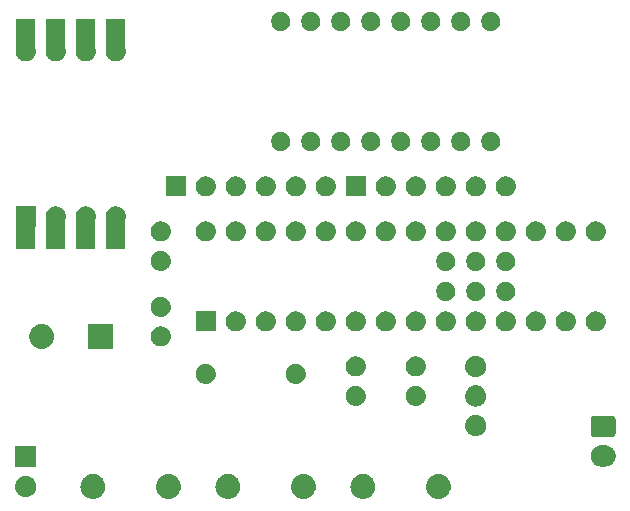
<source format=gts>
G04 #@! TF.GenerationSoftware,KiCad,Pcbnew,5.99.0-unknown-r17607-a0698723*
G04 #@! TF.CreationDate,2020-04-07T13:45:43-05:00*
G04 #@! TF.ProjectId,pcb_proto,7063625f-7072-46f7-946f-2e6b69636164,rev?*
G04 #@! TF.SameCoordinates,Original*
G04 #@! TF.FileFunction,Soldermask,Top*
G04 #@! TF.FilePolarity,Negative*
%FSLAX46Y46*%
G04 Gerber Fmt 4.6, Leading zero omitted, Abs format (unit mm)*
G04 Created by KiCad (PCBNEW 5.99.0-unknown-r17607-a0698723) date 2020-04-07 13:45:43*
%MOMM*%
%LPD*%
G01*
G04 APERTURE LIST*
G04 APERTURE END LIST*
G36*
X131529139Y-100549342D02*
G01*
X131580391Y-100549700D01*
X131630592Y-100560005D01*
X131675921Y-100564769D01*
X131725849Y-100579559D01*
X131782293Y-100591145D01*
X131823643Y-100608527D01*
X131861126Y-100619630D01*
X131913310Y-100646219D01*
X131972300Y-100671016D01*
X132004181Y-100692520D01*
X132033239Y-100707326D01*
X132084895Y-100746963D01*
X132143174Y-100786273D01*
X132165742Y-100808999D01*
X132186479Y-100824911D01*
X132234446Y-100878184D01*
X132288407Y-100932523D01*
X132302580Y-100953855D01*
X132315732Y-100968462D01*
X132356673Y-101035271D01*
X132402468Y-101104198D01*
X132409774Y-101121924D01*
X132416659Y-101133159D01*
X132447227Y-101212791D01*
X132481011Y-101294758D01*
X132483483Y-101307242D01*
X132485882Y-101313492D01*
X132502877Y-101405190D01*
X132521045Y-101496944D01*
X132517757Y-101732363D01*
X132514353Y-101747347D01*
X132514203Y-101753066D01*
X132492784Y-101842285D01*
X132472094Y-101933352D01*
X132469548Y-101939071D01*
X132469497Y-101939282D01*
X132390930Y-102115745D01*
X132390810Y-102115919D01*
X132388261Y-102121645D01*
X132334384Y-102198021D01*
X132281524Y-102274932D01*
X132276786Y-102279670D01*
X132269451Y-102290068D01*
X132205258Y-102351198D01*
X132144932Y-102411524D01*
X132134070Y-102418989D01*
X132120191Y-102432206D01*
X132050349Y-102476529D01*
X131985745Y-102520930D01*
X131967781Y-102528928D01*
X131946165Y-102542646D01*
X131874788Y-102570332D01*
X131809282Y-102599497D01*
X131783863Y-102605599D01*
X131754002Y-102617182D01*
X131684772Y-102629389D01*
X131621462Y-102644588D01*
X131588890Y-102646295D01*
X131551022Y-102652972D01*
X131487047Y-102651632D01*
X131428562Y-102654697D01*
X131389812Y-102649596D01*
X131344955Y-102648656D01*
X131288658Y-102636278D01*
X131237049Y-102629484D01*
X131193715Y-102615404D01*
X131143652Y-102604397D01*
X131096680Y-102583875D01*
X131053342Y-102569794D01*
X131007590Y-102544953D01*
X130954779Y-102521880D01*
X130917942Y-102496278D01*
X130883588Y-102477625D01*
X130838070Y-102440765D01*
X130785530Y-102404249D01*
X130758819Y-102376589D01*
X130733479Y-102356069D01*
X130691204Y-102306572D01*
X130642353Y-102255985D01*
X130624997Y-102229054D01*
X130608024Y-102209181D01*
X130572176Y-102147092D01*
X130530701Y-102082734D01*
X130521277Y-102058932D01*
X130511443Y-102041899D01*
X130485273Y-101967997D01*
X130454826Y-101891096D01*
X130451366Y-101872245D01*
X130446966Y-101859819D01*
X130433619Y-101775547D01*
X130417619Y-101688371D01*
X130417797Y-101675649D01*
X130416749Y-101669034D01*
X130419192Y-101575694D01*
X130420497Y-101482279D01*
X130421798Y-101476157D01*
X130421804Y-101475936D01*
X130461965Y-101286999D01*
X130462047Y-101286800D01*
X130463350Y-101280672D01*
X130500167Y-101194771D01*
X130535886Y-101108538D01*
X130539534Y-101102920D01*
X130544546Y-101091227D01*
X130594610Y-101018111D01*
X130641090Y-100946537D01*
X130650166Y-100936973D01*
X130660992Y-100921162D01*
X130720082Y-100863296D01*
X130774053Y-100806423D01*
X130789964Y-100794863D01*
X130808253Y-100776953D01*
X130872313Y-100735033D01*
X130930323Y-100692887D01*
X130953918Y-100681633D01*
X130980720Y-100664094D01*
X131045896Y-100637761D01*
X131104666Y-100609729D01*
X131136171Y-100601287D01*
X131171823Y-100586883D01*
X131234682Y-100574892D01*
X131291249Y-100559735D01*
X131330210Y-100556669D01*
X131374284Y-100548261D01*
X131431923Y-100548663D01*
X131483819Y-100544579D01*
X131529139Y-100549342D01*
G37*
G36*
X125129139Y-100549342D02*
G01*
X125180391Y-100549700D01*
X125230592Y-100560005D01*
X125275921Y-100564769D01*
X125325849Y-100579559D01*
X125382293Y-100591145D01*
X125423643Y-100608527D01*
X125461126Y-100619630D01*
X125513310Y-100646219D01*
X125572300Y-100671016D01*
X125604181Y-100692520D01*
X125633239Y-100707326D01*
X125684895Y-100746963D01*
X125743174Y-100786273D01*
X125765742Y-100808999D01*
X125786479Y-100824911D01*
X125834446Y-100878184D01*
X125888407Y-100932523D01*
X125902580Y-100953855D01*
X125915732Y-100968462D01*
X125956673Y-101035271D01*
X126002468Y-101104198D01*
X126009774Y-101121924D01*
X126016659Y-101133159D01*
X126047227Y-101212791D01*
X126081011Y-101294758D01*
X126083483Y-101307242D01*
X126085882Y-101313492D01*
X126102877Y-101405190D01*
X126121045Y-101496944D01*
X126117757Y-101732363D01*
X126114353Y-101747347D01*
X126114203Y-101753066D01*
X126092784Y-101842285D01*
X126072094Y-101933352D01*
X126069548Y-101939071D01*
X126069497Y-101939282D01*
X125990930Y-102115745D01*
X125990810Y-102115919D01*
X125988261Y-102121645D01*
X125934384Y-102198021D01*
X125881524Y-102274932D01*
X125876786Y-102279670D01*
X125869451Y-102290068D01*
X125805258Y-102351198D01*
X125744932Y-102411524D01*
X125734070Y-102418989D01*
X125720191Y-102432206D01*
X125650349Y-102476529D01*
X125585745Y-102520930D01*
X125567781Y-102528928D01*
X125546165Y-102542646D01*
X125474788Y-102570332D01*
X125409282Y-102599497D01*
X125383863Y-102605599D01*
X125354002Y-102617182D01*
X125284772Y-102629389D01*
X125221462Y-102644588D01*
X125188890Y-102646295D01*
X125151022Y-102652972D01*
X125087047Y-102651632D01*
X125028562Y-102654697D01*
X124989812Y-102649596D01*
X124944955Y-102648656D01*
X124888658Y-102636278D01*
X124837049Y-102629484D01*
X124793715Y-102615404D01*
X124743652Y-102604397D01*
X124696680Y-102583875D01*
X124653342Y-102569794D01*
X124607590Y-102544953D01*
X124554779Y-102521880D01*
X124517942Y-102496278D01*
X124483588Y-102477625D01*
X124438070Y-102440765D01*
X124385530Y-102404249D01*
X124358819Y-102376589D01*
X124333479Y-102356069D01*
X124291204Y-102306572D01*
X124242353Y-102255985D01*
X124224997Y-102229054D01*
X124208024Y-102209181D01*
X124172176Y-102147092D01*
X124130701Y-102082734D01*
X124121277Y-102058932D01*
X124111443Y-102041899D01*
X124085273Y-101967997D01*
X124054826Y-101891096D01*
X124051366Y-101872245D01*
X124046966Y-101859819D01*
X124033619Y-101775547D01*
X124017619Y-101688371D01*
X124017797Y-101675649D01*
X124016749Y-101669034D01*
X124019192Y-101575694D01*
X124020497Y-101482279D01*
X124021798Y-101476157D01*
X124021804Y-101475936D01*
X124061965Y-101286999D01*
X124062047Y-101286800D01*
X124063350Y-101280672D01*
X124100167Y-101194771D01*
X124135886Y-101108538D01*
X124139534Y-101102920D01*
X124144546Y-101091227D01*
X124194610Y-101018111D01*
X124241090Y-100946537D01*
X124250166Y-100936973D01*
X124260992Y-100921162D01*
X124320082Y-100863296D01*
X124374053Y-100806423D01*
X124389964Y-100794863D01*
X124408253Y-100776953D01*
X124472313Y-100735033D01*
X124530323Y-100692887D01*
X124553918Y-100681633D01*
X124580720Y-100664094D01*
X124645896Y-100637761D01*
X124704666Y-100609729D01*
X124736171Y-100601287D01*
X124771823Y-100586883D01*
X124834682Y-100574892D01*
X124891249Y-100559735D01*
X124930210Y-100556669D01*
X124974284Y-100548261D01*
X125031923Y-100548663D01*
X125083819Y-100544579D01*
X125129139Y-100549342D01*
G37*
G36*
X154389139Y-100549342D02*
G01*
X154440391Y-100549700D01*
X154490592Y-100560005D01*
X154535921Y-100564769D01*
X154585849Y-100579559D01*
X154642293Y-100591145D01*
X154683643Y-100608527D01*
X154721126Y-100619630D01*
X154773310Y-100646219D01*
X154832300Y-100671016D01*
X154864181Y-100692520D01*
X154893239Y-100707326D01*
X154944895Y-100746963D01*
X155003174Y-100786273D01*
X155025742Y-100808999D01*
X155046479Y-100824911D01*
X155094446Y-100878184D01*
X155148407Y-100932523D01*
X155162580Y-100953855D01*
X155175732Y-100968462D01*
X155216673Y-101035271D01*
X155262468Y-101104198D01*
X155269774Y-101121924D01*
X155276659Y-101133159D01*
X155307227Y-101212791D01*
X155341011Y-101294758D01*
X155343483Y-101307242D01*
X155345882Y-101313492D01*
X155362877Y-101405190D01*
X155381045Y-101496944D01*
X155377757Y-101732363D01*
X155374353Y-101747347D01*
X155374203Y-101753066D01*
X155352784Y-101842285D01*
X155332094Y-101933352D01*
X155329548Y-101939071D01*
X155329497Y-101939282D01*
X155250930Y-102115745D01*
X155250810Y-102115919D01*
X155248261Y-102121645D01*
X155194384Y-102198021D01*
X155141524Y-102274932D01*
X155136786Y-102279670D01*
X155129451Y-102290068D01*
X155065258Y-102351198D01*
X155004932Y-102411524D01*
X154994070Y-102418989D01*
X154980191Y-102432206D01*
X154910349Y-102476529D01*
X154845745Y-102520930D01*
X154827781Y-102528928D01*
X154806165Y-102542646D01*
X154734788Y-102570332D01*
X154669282Y-102599497D01*
X154643863Y-102605599D01*
X154614002Y-102617182D01*
X154544772Y-102629389D01*
X154481462Y-102644588D01*
X154448890Y-102646295D01*
X154411022Y-102652972D01*
X154347047Y-102651632D01*
X154288562Y-102654697D01*
X154249812Y-102649596D01*
X154204955Y-102648656D01*
X154148658Y-102636278D01*
X154097049Y-102629484D01*
X154053715Y-102615404D01*
X154003652Y-102604397D01*
X153956680Y-102583875D01*
X153913342Y-102569794D01*
X153867590Y-102544953D01*
X153814779Y-102521880D01*
X153777942Y-102496278D01*
X153743588Y-102477625D01*
X153698070Y-102440765D01*
X153645530Y-102404249D01*
X153618819Y-102376589D01*
X153593479Y-102356069D01*
X153551204Y-102306572D01*
X153502353Y-102255985D01*
X153484997Y-102229054D01*
X153468024Y-102209181D01*
X153432176Y-102147092D01*
X153390701Y-102082734D01*
X153381277Y-102058932D01*
X153371443Y-102041899D01*
X153345273Y-101967997D01*
X153314826Y-101891096D01*
X153311366Y-101872245D01*
X153306966Y-101859819D01*
X153293619Y-101775547D01*
X153277619Y-101688371D01*
X153277797Y-101675649D01*
X153276749Y-101669034D01*
X153279192Y-101575694D01*
X153280497Y-101482279D01*
X153281798Y-101476157D01*
X153281804Y-101475936D01*
X153321965Y-101286999D01*
X153322047Y-101286800D01*
X153323350Y-101280672D01*
X153360167Y-101194771D01*
X153395886Y-101108538D01*
X153399534Y-101102920D01*
X153404546Y-101091227D01*
X153454610Y-101018111D01*
X153501090Y-100946537D01*
X153510166Y-100936973D01*
X153520992Y-100921162D01*
X153580082Y-100863296D01*
X153634053Y-100806423D01*
X153649964Y-100794863D01*
X153668253Y-100776953D01*
X153732313Y-100735033D01*
X153790323Y-100692887D01*
X153813918Y-100681633D01*
X153840720Y-100664094D01*
X153905896Y-100637761D01*
X153964666Y-100609729D01*
X153996171Y-100601287D01*
X154031823Y-100586883D01*
X154094682Y-100574892D01*
X154151249Y-100559735D01*
X154190210Y-100556669D01*
X154234284Y-100548261D01*
X154291923Y-100548663D01*
X154343819Y-100544579D01*
X154389139Y-100549342D01*
G37*
G36*
X147989139Y-100549342D02*
G01*
X148040391Y-100549700D01*
X148090592Y-100560005D01*
X148135921Y-100564769D01*
X148185849Y-100579559D01*
X148242293Y-100591145D01*
X148283643Y-100608527D01*
X148321126Y-100619630D01*
X148373310Y-100646219D01*
X148432300Y-100671016D01*
X148464181Y-100692520D01*
X148493239Y-100707326D01*
X148544895Y-100746963D01*
X148603174Y-100786273D01*
X148625742Y-100808999D01*
X148646479Y-100824911D01*
X148694446Y-100878184D01*
X148748407Y-100932523D01*
X148762580Y-100953855D01*
X148775732Y-100968462D01*
X148816673Y-101035271D01*
X148862468Y-101104198D01*
X148869774Y-101121924D01*
X148876659Y-101133159D01*
X148907227Y-101212791D01*
X148941011Y-101294758D01*
X148943483Y-101307242D01*
X148945882Y-101313492D01*
X148962877Y-101405190D01*
X148981045Y-101496944D01*
X148977757Y-101732363D01*
X148974353Y-101747347D01*
X148974203Y-101753066D01*
X148952784Y-101842285D01*
X148932094Y-101933352D01*
X148929548Y-101939071D01*
X148929497Y-101939282D01*
X148850930Y-102115745D01*
X148850810Y-102115919D01*
X148848261Y-102121645D01*
X148794384Y-102198021D01*
X148741524Y-102274932D01*
X148736786Y-102279670D01*
X148729451Y-102290068D01*
X148665258Y-102351198D01*
X148604932Y-102411524D01*
X148594070Y-102418989D01*
X148580191Y-102432206D01*
X148510349Y-102476529D01*
X148445745Y-102520930D01*
X148427781Y-102528928D01*
X148406165Y-102542646D01*
X148334788Y-102570332D01*
X148269282Y-102599497D01*
X148243863Y-102605599D01*
X148214002Y-102617182D01*
X148144772Y-102629389D01*
X148081462Y-102644588D01*
X148048890Y-102646295D01*
X148011022Y-102652972D01*
X147947047Y-102651632D01*
X147888562Y-102654697D01*
X147849812Y-102649596D01*
X147804955Y-102648656D01*
X147748658Y-102636278D01*
X147697049Y-102629484D01*
X147653715Y-102615404D01*
X147603652Y-102604397D01*
X147556680Y-102583875D01*
X147513342Y-102569794D01*
X147467590Y-102544953D01*
X147414779Y-102521880D01*
X147377942Y-102496278D01*
X147343588Y-102477625D01*
X147298070Y-102440765D01*
X147245530Y-102404249D01*
X147218819Y-102376589D01*
X147193479Y-102356069D01*
X147151204Y-102306572D01*
X147102353Y-102255985D01*
X147084997Y-102229054D01*
X147068024Y-102209181D01*
X147032176Y-102147092D01*
X146990701Y-102082734D01*
X146981277Y-102058932D01*
X146971443Y-102041899D01*
X146945273Y-101967997D01*
X146914826Y-101891096D01*
X146911366Y-101872245D01*
X146906966Y-101859819D01*
X146893619Y-101775547D01*
X146877619Y-101688371D01*
X146877797Y-101675649D01*
X146876749Y-101669034D01*
X146879192Y-101575694D01*
X146880497Y-101482279D01*
X146881798Y-101476157D01*
X146881804Y-101475936D01*
X146921965Y-101286999D01*
X146922047Y-101286800D01*
X146923350Y-101280672D01*
X146960167Y-101194771D01*
X146995886Y-101108538D01*
X146999534Y-101102920D01*
X147004546Y-101091227D01*
X147054610Y-101018111D01*
X147101090Y-100946537D01*
X147110166Y-100936973D01*
X147120992Y-100921162D01*
X147180082Y-100863296D01*
X147234053Y-100806423D01*
X147249964Y-100794863D01*
X147268253Y-100776953D01*
X147332313Y-100735033D01*
X147390323Y-100692887D01*
X147413918Y-100681633D01*
X147440720Y-100664094D01*
X147505896Y-100637761D01*
X147564666Y-100609729D01*
X147596171Y-100601287D01*
X147631823Y-100586883D01*
X147694682Y-100574892D01*
X147751249Y-100559735D01*
X147790210Y-100556669D01*
X147834284Y-100548261D01*
X147891923Y-100548663D01*
X147943819Y-100544579D01*
X147989139Y-100549342D01*
G37*
G36*
X136559139Y-100549342D02*
G01*
X136610391Y-100549700D01*
X136660592Y-100560005D01*
X136705921Y-100564769D01*
X136755849Y-100579559D01*
X136812293Y-100591145D01*
X136853643Y-100608527D01*
X136891126Y-100619630D01*
X136943310Y-100646219D01*
X137002300Y-100671016D01*
X137034181Y-100692520D01*
X137063239Y-100707326D01*
X137114895Y-100746963D01*
X137173174Y-100786273D01*
X137195742Y-100808999D01*
X137216479Y-100824911D01*
X137264446Y-100878184D01*
X137318407Y-100932523D01*
X137332580Y-100953855D01*
X137345732Y-100968462D01*
X137386673Y-101035271D01*
X137432468Y-101104198D01*
X137439774Y-101121924D01*
X137446659Y-101133159D01*
X137477227Y-101212791D01*
X137511011Y-101294758D01*
X137513483Y-101307242D01*
X137515882Y-101313492D01*
X137532877Y-101405190D01*
X137551045Y-101496944D01*
X137547757Y-101732363D01*
X137544353Y-101747347D01*
X137544203Y-101753066D01*
X137522784Y-101842285D01*
X137502094Y-101933352D01*
X137499548Y-101939071D01*
X137499497Y-101939282D01*
X137420930Y-102115745D01*
X137420810Y-102115919D01*
X137418261Y-102121645D01*
X137364384Y-102198021D01*
X137311524Y-102274932D01*
X137306786Y-102279670D01*
X137299451Y-102290068D01*
X137235258Y-102351198D01*
X137174932Y-102411524D01*
X137164070Y-102418989D01*
X137150191Y-102432206D01*
X137080349Y-102476529D01*
X137015745Y-102520930D01*
X136997781Y-102528928D01*
X136976165Y-102542646D01*
X136904788Y-102570332D01*
X136839282Y-102599497D01*
X136813863Y-102605599D01*
X136784002Y-102617182D01*
X136714772Y-102629389D01*
X136651462Y-102644588D01*
X136618890Y-102646295D01*
X136581022Y-102652972D01*
X136517047Y-102651632D01*
X136458562Y-102654697D01*
X136419812Y-102649596D01*
X136374955Y-102648656D01*
X136318658Y-102636278D01*
X136267049Y-102629484D01*
X136223715Y-102615404D01*
X136173652Y-102604397D01*
X136126680Y-102583875D01*
X136083342Y-102569794D01*
X136037590Y-102544953D01*
X135984779Y-102521880D01*
X135947942Y-102496278D01*
X135913588Y-102477625D01*
X135868070Y-102440765D01*
X135815530Y-102404249D01*
X135788819Y-102376589D01*
X135763479Y-102356069D01*
X135721204Y-102306572D01*
X135672353Y-102255985D01*
X135654997Y-102229054D01*
X135638024Y-102209181D01*
X135602176Y-102147092D01*
X135560701Y-102082734D01*
X135551277Y-102058932D01*
X135541443Y-102041899D01*
X135515273Y-101967997D01*
X135484826Y-101891096D01*
X135481366Y-101872245D01*
X135476966Y-101859819D01*
X135463619Y-101775547D01*
X135447619Y-101688371D01*
X135447797Y-101675649D01*
X135446749Y-101669034D01*
X135449192Y-101575694D01*
X135450497Y-101482279D01*
X135451798Y-101476157D01*
X135451804Y-101475936D01*
X135491965Y-101286999D01*
X135492047Y-101286800D01*
X135493350Y-101280672D01*
X135530167Y-101194771D01*
X135565886Y-101108538D01*
X135569534Y-101102920D01*
X135574546Y-101091227D01*
X135624610Y-101018111D01*
X135671090Y-100946537D01*
X135680166Y-100936973D01*
X135690992Y-100921162D01*
X135750082Y-100863296D01*
X135804053Y-100806423D01*
X135819964Y-100794863D01*
X135838253Y-100776953D01*
X135902313Y-100735033D01*
X135960323Y-100692887D01*
X135983918Y-100681633D01*
X136010720Y-100664094D01*
X136075896Y-100637761D01*
X136134666Y-100609729D01*
X136166171Y-100601287D01*
X136201823Y-100586883D01*
X136264682Y-100574892D01*
X136321249Y-100559735D01*
X136360210Y-100556669D01*
X136404284Y-100548261D01*
X136461923Y-100548663D01*
X136513819Y-100544579D01*
X136559139Y-100549342D01*
G37*
G36*
X142959139Y-100549342D02*
G01*
X143010391Y-100549700D01*
X143060592Y-100560005D01*
X143105921Y-100564769D01*
X143155849Y-100579559D01*
X143212293Y-100591145D01*
X143253643Y-100608527D01*
X143291126Y-100619630D01*
X143343310Y-100646219D01*
X143402300Y-100671016D01*
X143434181Y-100692520D01*
X143463239Y-100707326D01*
X143514895Y-100746963D01*
X143573174Y-100786273D01*
X143595742Y-100808999D01*
X143616479Y-100824911D01*
X143664446Y-100878184D01*
X143718407Y-100932523D01*
X143732580Y-100953855D01*
X143745732Y-100968462D01*
X143786673Y-101035271D01*
X143832468Y-101104198D01*
X143839774Y-101121924D01*
X143846659Y-101133159D01*
X143877227Y-101212791D01*
X143911011Y-101294758D01*
X143913483Y-101307242D01*
X143915882Y-101313492D01*
X143932877Y-101405190D01*
X143951045Y-101496944D01*
X143947757Y-101732363D01*
X143944353Y-101747347D01*
X143944203Y-101753066D01*
X143922784Y-101842285D01*
X143902094Y-101933352D01*
X143899548Y-101939071D01*
X143899497Y-101939282D01*
X143820930Y-102115745D01*
X143820810Y-102115919D01*
X143818261Y-102121645D01*
X143764384Y-102198021D01*
X143711524Y-102274932D01*
X143706786Y-102279670D01*
X143699451Y-102290068D01*
X143635258Y-102351198D01*
X143574932Y-102411524D01*
X143564070Y-102418989D01*
X143550191Y-102432206D01*
X143480349Y-102476529D01*
X143415745Y-102520930D01*
X143397781Y-102528928D01*
X143376165Y-102542646D01*
X143304788Y-102570332D01*
X143239282Y-102599497D01*
X143213863Y-102605599D01*
X143184002Y-102617182D01*
X143114772Y-102629389D01*
X143051462Y-102644588D01*
X143018890Y-102646295D01*
X142981022Y-102652972D01*
X142917047Y-102651632D01*
X142858562Y-102654697D01*
X142819812Y-102649596D01*
X142774955Y-102648656D01*
X142718658Y-102636278D01*
X142667049Y-102629484D01*
X142623715Y-102615404D01*
X142573652Y-102604397D01*
X142526680Y-102583875D01*
X142483342Y-102569794D01*
X142437590Y-102544953D01*
X142384779Y-102521880D01*
X142347942Y-102496278D01*
X142313588Y-102477625D01*
X142268070Y-102440765D01*
X142215530Y-102404249D01*
X142188819Y-102376589D01*
X142163479Y-102356069D01*
X142121204Y-102306572D01*
X142072353Y-102255985D01*
X142054997Y-102229054D01*
X142038024Y-102209181D01*
X142002176Y-102147092D01*
X141960701Y-102082734D01*
X141951277Y-102058932D01*
X141941443Y-102041899D01*
X141915273Y-101967997D01*
X141884826Y-101891096D01*
X141881366Y-101872245D01*
X141876966Y-101859819D01*
X141863619Y-101775547D01*
X141847619Y-101688371D01*
X141847797Y-101675649D01*
X141846749Y-101669034D01*
X141849192Y-101575694D01*
X141850497Y-101482279D01*
X141851798Y-101476157D01*
X141851804Y-101475936D01*
X141891965Y-101286999D01*
X141892047Y-101286800D01*
X141893350Y-101280672D01*
X141930167Y-101194771D01*
X141965886Y-101108538D01*
X141969534Y-101102920D01*
X141974546Y-101091227D01*
X142024610Y-101018111D01*
X142071090Y-100946537D01*
X142080166Y-100936973D01*
X142090992Y-100921162D01*
X142150082Y-100863296D01*
X142204053Y-100806423D01*
X142219964Y-100794863D01*
X142238253Y-100776953D01*
X142302313Y-100735033D01*
X142360323Y-100692887D01*
X142383918Y-100681633D01*
X142410720Y-100664094D01*
X142475896Y-100637761D01*
X142534666Y-100609729D01*
X142566171Y-100601287D01*
X142601823Y-100586883D01*
X142664682Y-100574892D01*
X142721249Y-100559735D01*
X142760210Y-100556669D01*
X142804284Y-100548261D01*
X142861923Y-100548663D01*
X142913819Y-100544579D01*
X142959139Y-100549342D01*
G37*
G36*
X119429902Y-100699283D02*
G01*
X119474637Y-100699595D01*
X119518460Y-100708590D01*
X119568360Y-100713835D01*
X119610132Y-100727408D01*
X119647723Y-100735124D01*
X119694851Y-100754935D01*
X119748488Y-100772363D01*
X119781099Y-100791191D01*
X119810614Y-100803598D01*
X119858301Y-100835763D01*
X119912511Y-100867061D01*
X119935826Y-100888054D01*
X119957101Y-100902404D01*
X120002183Y-100947802D01*
X120053261Y-100993793D01*
X120068003Y-101014083D01*
X120081608Y-101027784D01*
X120120643Y-101086537D01*
X120164586Y-101147019D01*
X120172221Y-101164168D01*
X120179388Y-101174955D01*
X120208865Y-101246472D01*
X120241621Y-101320042D01*
X120244211Y-101332225D01*
X120246724Y-101338323D01*
X120263292Y-101421997D01*
X120280999Y-101505301D01*
X120280999Y-101694699D01*
X120278115Y-101708269D01*
X120278030Y-101714331D01*
X120259342Y-101796585D01*
X120241621Y-101879958D01*
X120239129Y-101885555D01*
X120239078Y-101885780D01*
X120167210Y-102047197D01*
X120167078Y-102047385D01*
X120164586Y-102052981D01*
X120114480Y-102121946D01*
X120065357Y-102191582D01*
X120060585Y-102196126D01*
X120053261Y-102206207D01*
X119993396Y-102260110D01*
X119937396Y-102313438D01*
X119926464Y-102320376D01*
X119912511Y-102332939D01*
X119847764Y-102370321D01*
X119788211Y-102408114D01*
X119770209Y-102415097D01*
X119748488Y-102427637D01*
X119683115Y-102448878D01*
X119623468Y-102472014D01*
X119598200Y-102476469D01*
X119568360Y-102486165D01*
X119506095Y-102492709D01*
X119449460Y-102502695D01*
X119417459Y-102502025D01*
X119380000Y-102505962D01*
X119323902Y-102500066D01*
X119272799Y-102498996D01*
X119235323Y-102490756D01*
X119191640Y-102486165D01*
X119143917Y-102470659D01*
X119100225Y-102461052D01*
X119059230Y-102443142D01*
X119011512Y-102427637D01*
X118973473Y-102405675D01*
X118938310Y-102390313D01*
X118896337Y-102361141D01*
X118847489Y-102332939D01*
X118819504Y-102307741D01*
X118793215Y-102289470D01*
X118753257Y-102248092D01*
X118706739Y-102206207D01*
X118688296Y-102180823D01*
X118670473Y-102162366D01*
X118635821Y-102108597D01*
X118595414Y-102052981D01*
X118585212Y-102030066D01*
X118574754Y-102013839D01*
X118548789Y-101948261D01*
X118518379Y-101879958D01*
X118514476Y-101861596D01*
X118509707Y-101849551D01*
X118495740Y-101773448D01*
X118479001Y-101694699D01*
X118479001Y-101682246D01*
X118477811Y-101675762D01*
X118479001Y-101590535D01*
X118479001Y-101505301D01*
X118480275Y-101499308D01*
X118480278Y-101499077D01*
X118517015Y-101326246D01*
X118517105Y-101326036D01*
X118518379Y-101320042D01*
X118553042Y-101242188D01*
X118586622Y-101163839D01*
X118590348Y-101158397D01*
X118595414Y-101147019D01*
X118642746Y-101081872D01*
X118686452Y-101018041D01*
X118695706Y-101008979D01*
X118706739Y-100993793D01*
X118762297Y-100943769D01*
X118812693Y-100894417D01*
X118828848Y-100883846D01*
X118847489Y-100867061D01*
X118907026Y-100832687D01*
X118960551Y-100797662D01*
X118984340Y-100788050D01*
X119011512Y-100772363D01*
X119071045Y-100753019D01*
X119124376Y-100731472D01*
X119155820Y-100725474D01*
X119191640Y-100713835D01*
X119247744Y-100707938D01*
X119297945Y-100698362D01*
X119336312Y-100698630D01*
X119380000Y-100694038D01*
X119429902Y-100699283D01*
G37*
G36*
X120249899Y-98161959D02*
G01*
X120266769Y-98173231D01*
X120278041Y-98190101D01*
X120284448Y-98222312D01*
X120284448Y-99897688D01*
X120281999Y-99910000D01*
X120278041Y-99929899D01*
X120266769Y-99946769D01*
X120249899Y-99958041D01*
X120230000Y-99961999D01*
X120217688Y-99964448D01*
X118542312Y-99964448D01*
X118510101Y-99958041D01*
X118493231Y-99946769D01*
X118481959Y-99929899D01*
X118475552Y-99897688D01*
X118475552Y-98222312D01*
X118481959Y-98190101D01*
X118493231Y-98173231D01*
X118510101Y-98161959D01*
X118542312Y-98155552D01*
X120217688Y-98155552D01*
X120249899Y-98161959D01*
G37*
G36*
X168613360Y-98133835D02*
G01*
X168694397Y-98160166D01*
X168781663Y-98187848D01*
X168784655Y-98189493D01*
X168793488Y-98192363D01*
X168865466Y-98233919D01*
X168936499Y-98272970D01*
X168943986Y-98279253D01*
X168957511Y-98287061D01*
X169015259Y-98339057D01*
X169071857Y-98386549D01*
X169081962Y-98399118D01*
X169098261Y-98413793D01*
X169140454Y-98471867D01*
X169182579Y-98524260D01*
X169192994Y-98544182D01*
X169209586Y-98567019D01*
X169236297Y-98627012D01*
X169264439Y-98680843D01*
X169272582Y-98708510D01*
X169286621Y-98740042D01*
X169298992Y-98798241D01*
X169314328Y-98850349D01*
X169317518Y-98885401D01*
X169325999Y-98925301D01*
X169325999Y-98978592D01*
X169330343Y-99026324D01*
X169325999Y-99067653D01*
X169325999Y-99114699D01*
X169316217Y-99160721D01*
X169311873Y-99202047D01*
X169297702Y-99247827D01*
X169286621Y-99299958D01*
X169270028Y-99337226D01*
X169259622Y-99370843D01*
X169233789Y-99418620D01*
X169209586Y-99472981D01*
X169189298Y-99500905D01*
X169175580Y-99526276D01*
X169136859Y-99573082D01*
X169098261Y-99626207D01*
X169077284Y-99645095D01*
X169062952Y-99662419D01*
X169010845Y-99704917D01*
X168957511Y-99752939D01*
X168938524Y-99763901D01*
X168926025Y-99774095D01*
X168860780Y-99808786D01*
X168793488Y-99847637D01*
X168778636Y-99852463D01*
X168770003Y-99857053D01*
X168692430Y-99880473D01*
X168613360Y-99906165D01*
X168604114Y-99907137D01*
X168600851Y-99908122D01*
X168509710Y-99917059D01*
X168472211Y-99921000D01*
X168077789Y-99921000D01*
X167936640Y-99906165D01*
X167855603Y-99879834D01*
X167768337Y-99852152D01*
X167765345Y-99850507D01*
X167756512Y-99847637D01*
X167684534Y-99806081D01*
X167613501Y-99767030D01*
X167606014Y-99760747D01*
X167592489Y-99752939D01*
X167534741Y-99700943D01*
X167478143Y-99653451D01*
X167468038Y-99640882D01*
X167451739Y-99626207D01*
X167409546Y-99568133D01*
X167367421Y-99515740D01*
X167357006Y-99495818D01*
X167340414Y-99472981D01*
X167313703Y-99412988D01*
X167285561Y-99359157D01*
X167277418Y-99331490D01*
X167263379Y-99299958D01*
X167251008Y-99241759D01*
X167235672Y-99189651D01*
X167232482Y-99154599D01*
X167224001Y-99114699D01*
X167224001Y-99061408D01*
X167219657Y-99013676D01*
X167224001Y-98972347D01*
X167224001Y-98925301D01*
X167233783Y-98879279D01*
X167238127Y-98837953D01*
X167252298Y-98792173D01*
X167263379Y-98740042D01*
X167279972Y-98702774D01*
X167290378Y-98669157D01*
X167316211Y-98621380D01*
X167340414Y-98567019D01*
X167360702Y-98539095D01*
X167374420Y-98513724D01*
X167413141Y-98466918D01*
X167451739Y-98413793D01*
X167472716Y-98394905D01*
X167487048Y-98377581D01*
X167539155Y-98335083D01*
X167592489Y-98287061D01*
X167611476Y-98276099D01*
X167623975Y-98265905D01*
X167689220Y-98231214D01*
X167756512Y-98192363D01*
X167771364Y-98187537D01*
X167779997Y-98182947D01*
X167857570Y-98159527D01*
X167936640Y-98133835D01*
X167945886Y-98132863D01*
X167949149Y-98131878D01*
X168040290Y-98122941D01*
X168077789Y-98119000D01*
X168472211Y-98119000D01*
X168613360Y-98133835D01*
G37*
G36*
X169111756Y-95631764D02*
G01*
X169123228Y-95637289D01*
X169131286Y-95638795D01*
X169148543Y-95649480D01*
X169193638Y-95671197D01*
X169213738Y-95689847D01*
X169226964Y-95698036D01*
X169237264Y-95711676D01*
X169260265Y-95733017D01*
X169282617Y-95771732D01*
X169294781Y-95787840D01*
X169296750Y-95796212D01*
X169304506Y-95809646D01*
X169323419Y-95909603D01*
X169326883Y-95924331D01*
X169326883Y-95927910D01*
X169328194Y-95934839D01*
X169328194Y-97107516D01*
X169313236Y-97206756D01*
X169307711Y-97218228D01*
X169306205Y-97226286D01*
X169295520Y-97243543D01*
X169273803Y-97288638D01*
X169255153Y-97308738D01*
X169246964Y-97321964D01*
X169233324Y-97332264D01*
X169211983Y-97355265D01*
X169173268Y-97377617D01*
X169157160Y-97389781D01*
X169148788Y-97391750D01*
X169135354Y-97399506D01*
X169035397Y-97418419D01*
X169020669Y-97421883D01*
X169017090Y-97421883D01*
X169010161Y-97423194D01*
X167537484Y-97423194D01*
X167438244Y-97408236D01*
X167426772Y-97402711D01*
X167418714Y-97401205D01*
X167401457Y-97390520D01*
X167356362Y-97368803D01*
X167336262Y-97350153D01*
X167323036Y-97341964D01*
X167312736Y-97328324D01*
X167289735Y-97306983D01*
X167267383Y-97268268D01*
X167255219Y-97252160D01*
X167253250Y-97243788D01*
X167245494Y-97230354D01*
X167226581Y-97130397D01*
X167223117Y-97115669D01*
X167223117Y-97112090D01*
X167221806Y-97105161D01*
X167221806Y-95932484D01*
X167236764Y-95833244D01*
X167242289Y-95821772D01*
X167243795Y-95813714D01*
X167254480Y-95796457D01*
X167276197Y-95751362D01*
X167294847Y-95731262D01*
X167303036Y-95718036D01*
X167316676Y-95707736D01*
X167338017Y-95684735D01*
X167376732Y-95662383D01*
X167392840Y-95650219D01*
X167401212Y-95648250D01*
X167414646Y-95640494D01*
X167514603Y-95621581D01*
X167529331Y-95618117D01*
X167532910Y-95618117D01*
X167539839Y-95616806D01*
X169012516Y-95616806D01*
X169111756Y-95631764D01*
G37*
G36*
X157529902Y-95539283D02*
G01*
X157574637Y-95539595D01*
X157618460Y-95548590D01*
X157668360Y-95553835D01*
X157710132Y-95567408D01*
X157747723Y-95575124D01*
X157794851Y-95594935D01*
X157848488Y-95612363D01*
X157881099Y-95631191D01*
X157910614Y-95643598D01*
X157958301Y-95675763D01*
X158012511Y-95707061D01*
X158035826Y-95728054D01*
X158057101Y-95742404D01*
X158102183Y-95787802D01*
X158153261Y-95833793D01*
X158168003Y-95854083D01*
X158181608Y-95867784D01*
X158220643Y-95926537D01*
X158264586Y-95987019D01*
X158272221Y-96004168D01*
X158279388Y-96014955D01*
X158308865Y-96086472D01*
X158341621Y-96160042D01*
X158344211Y-96172225D01*
X158346724Y-96178323D01*
X158363292Y-96261997D01*
X158380999Y-96345301D01*
X158380999Y-96534699D01*
X158378115Y-96548269D01*
X158378030Y-96554331D01*
X158359342Y-96636585D01*
X158341621Y-96719958D01*
X158339129Y-96725555D01*
X158339078Y-96725780D01*
X158267210Y-96887197D01*
X158267078Y-96887385D01*
X158264586Y-96892981D01*
X158214480Y-96961946D01*
X158165357Y-97031582D01*
X158160585Y-97036126D01*
X158153261Y-97046207D01*
X158093396Y-97100110D01*
X158037396Y-97153438D01*
X158026464Y-97160376D01*
X158012511Y-97172939D01*
X157947764Y-97210321D01*
X157888211Y-97248114D01*
X157870209Y-97255097D01*
X157848488Y-97267637D01*
X157783115Y-97288878D01*
X157723468Y-97312014D01*
X157698200Y-97316469D01*
X157668360Y-97326165D01*
X157606095Y-97332709D01*
X157549460Y-97342695D01*
X157517459Y-97342025D01*
X157480000Y-97345962D01*
X157423902Y-97340066D01*
X157372799Y-97338996D01*
X157335323Y-97330756D01*
X157291640Y-97326165D01*
X157243917Y-97310659D01*
X157200225Y-97301052D01*
X157159230Y-97283142D01*
X157111512Y-97267637D01*
X157073473Y-97245675D01*
X157038310Y-97230313D01*
X156996337Y-97201141D01*
X156947489Y-97172939D01*
X156919504Y-97147741D01*
X156893215Y-97129470D01*
X156853257Y-97088092D01*
X156806739Y-97046207D01*
X156788296Y-97020823D01*
X156770473Y-97002366D01*
X156735821Y-96948597D01*
X156695414Y-96892981D01*
X156685212Y-96870066D01*
X156674754Y-96853839D01*
X156648789Y-96788261D01*
X156618379Y-96719958D01*
X156614476Y-96701596D01*
X156609707Y-96689551D01*
X156595740Y-96613448D01*
X156579001Y-96534699D01*
X156579001Y-96522246D01*
X156577811Y-96515762D01*
X156579001Y-96430535D01*
X156579001Y-96345301D01*
X156580275Y-96339308D01*
X156580278Y-96339077D01*
X156617015Y-96166246D01*
X156617105Y-96166036D01*
X156618379Y-96160042D01*
X156653042Y-96082188D01*
X156686622Y-96003839D01*
X156690348Y-95998397D01*
X156695414Y-95987019D01*
X156742746Y-95921872D01*
X156786452Y-95858041D01*
X156795706Y-95848979D01*
X156806739Y-95833793D01*
X156862297Y-95783769D01*
X156912693Y-95734417D01*
X156928848Y-95723846D01*
X156947489Y-95707061D01*
X157007026Y-95672687D01*
X157060551Y-95637662D01*
X157084340Y-95628050D01*
X157111512Y-95612363D01*
X157171045Y-95593019D01*
X157224376Y-95571472D01*
X157255820Y-95565474D01*
X157291640Y-95553835D01*
X157347744Y-95547938D01*
X157397945Y-95538362D01*
X157436312Y-95538630D01*
X157480000Y-95534038D01*
X157529902Y-95539283D01*
G37*
G36*
X157529902Y-93039283D02*
G01*
X157574637Y-93039595D01*
X157618460Y-93048590D01*
X157668360Y-93053835D01*
X157710132Y-93067408D01*
X157747723Y-93075124D01*
X157794851Y-93094935D01*
X157848488Y-93112363D01*
X157881099Y-93131191D01*
X157910614Y-93143598D01*
X157958301Y-93175763D01*
X158012511Y-93207061D01*
X158035826Y-93228054D01*
X158057101Y-93242404D01*
X158102183Y-93287802D01*
X158153261Y-93333793D01*
X158168003Y-93354083D01*
X158181608Y-93367784D01*
X158220643Y-93426537D01*
X158264586Y-93487019D01*
X158272221Y-93504168D01*
X158279388Y-93514955D01*
X158308865Y-93586472D01*
X158341621Y-93660042D01*
X158344211Y-93672225D01*
X158346724Y-93678323D01*
X158363292Y-93761997D01*
X158380999Y-93845301D01*
X158380999Y-94034699D01*
X158378115Y-94048269D01*
X158378030Y-94054331D01*
X158359342Y-94136585D01*
X158341621Y-94219958D01*
X158339129Y-94225555D01*
X158339078Y-94225780D01*
X158267210Y-94387197D01*
X158267078Y-94387385D01*
X158264586Y-94392981D01*
X158214480Y-94461946D01*
X158165357Y-94531582D01*
X158160585Y-94536126D01*
X158153261Y-94546207D01*
X158093396Y-94600110D01*
X158037396Y-94653438D01*
X158026464Y-94660376D01*
X158012511Y-94672939D01*
X157947764Y-94710321D01*
X157888211Y-94748114D01*
X157870209Y-94755097D01*
X157848488Y-94767637D01*
X157783115Y-94788878D01*
X157723468Y-94812014D01*
X157698200Y-94816469D01*
X157668360Y-94826165D01*
X157606095Y-94832709D01*
X157549460Y-94842695D01*
X157517459Y-94842025D01*
X157480000Y-94845962D01*
X157423902Y-94840066D01*
X157372799Y-94838996D01*
X157335323Y-94830756D01*
X157291640Y-94826165D01*
X157243917Y-94810659D01*
X157200225Y-94801052D01*
X157159230Y-94783142D01*
X157111512Y-94767637D01*
X157073473Y-94745675D01*
X157038310Y-94730313D01*
X156996337Y-94701141D01*
X156947489Y-94672939D01*
X156919504Y-94647741D01*
X156893215Y-94629470D01*
X156853257Y-94588092D01*
X156806739Y-94546207D01*
X156788296Y-94520823D01*
X156770473Y-94502366D01*
X156735821Y-94448597D01*
X156695414Y-94392981D01*
X156685212Y-94370066D01*
X156674754Y-94353839D01*
X156648789Y-94288261D01*
X156618379Y-94219958D01*
X156614476Y-94201596D01*
X156609707Y-94189551D01*
X156595740Y-94113448D01*
X156579001Y-94034699D01*
X156579001Y-94022246D01*
X156577811Y-94015762D01*
X156579001Y-93930535D01*
X156579001Y-93845301D01*
X156580275Y-93839308D01*
X156580278Y-93839077D01*
X156617015Y-93666246D01*
X156617105Y-93666036D01*
X156618379Y-93660042D01*
X156653042Y-93582188D01*
X156686622Y-93503839D01*
X156690348Y-93498397D01*
X156695414Y-93487019D01*
X156742746Y-93421872D01*
X156786452Y-93358041D01*
X156795706Y-93348979D01*
X156806739Y-93333793D01*
X156862297Y-93283769D01*
X156912693Y-93234417D01*
X156928848Y-93223846D01*
X156947489Y-93207061D01*
X157007026Y-93172687D01*
X157060551Y-93137662D01*
X157084340Y-93128050D01*
X157111512Y-93112363D01*
X157171045Y-93093019D01*
X157224376Y-93071472D01*
X157255820Y-93065474D01*
X157291640Y-93053835D01*
X157347744Y-93047938D01*
X157397945Y-93038362D01*
X157436312Y-93038630D01*
X157480000Y-93034038D01*
X157529902Y-93039283D01*
G37*
G36*
X147322976Y-93087826D02*
G01*
X147364766Y-93085782D01*
X147409056Y-93092639D01*
X147459810Y-93095476D01*
X147500163Y-93106743D01*
X147535621Y-93112232D01*
X147583204Y-93129928D01*
X147637898Y-93145199D01*
X147669622Y-93162067D01*
X147697659Y-93172494D01*
X147745757Y-93202549D01*
X147801153Y-93232004D01*
X147823968Y-93251421D01*
X147844271Y-93264108D01*
X147889641Y-93307313D01*
X147941961Y-93351841D01*
X147956463Y-93370947D01*
X147969472Y-93383335D01*
X148008616Y-93439655D01*
X148053751Y-93499118D01*
X148061302Y-93515459D01*
X148068142Y-93525301D01*
X148097508Y-93593817D01*
X148131307Y-93666965D01*
X148133885Y-93678692D01*
X148136247Y-93684202D01*
X148152429Y-93763036D01*
X148171011Y-93847551D01*
X148170345Y-94038388D01*
X148151181Y-94122738D01*
X148134443Y-94201485D01*
X148132041Y-94206982D01*
X148129381Y-94218692D01*
X148095069Y-94291609D01*
X148065227Y-94359915D01*
X148058318Y-94369709D01*
X148050655Y-94385994D01*
X148005114Y-94445130D01*
X147965570Y-94501187D01*
X147952472Y-94513487D01*
X147937840Y-94532487D01*
X147885227Y-94576635D01*
X147839544Y-94619534D01*
X147819147Y-94632082D01*
X147796199Y-94651338D01*
X147740600Y-94680405D01*
X147692293Y-94710123D01*
X147664184Y-94720354D01*
X147632341Y-94737001D01*
X147577534Y-94751892D01*
X147529831Y-94769254D01*
X147494340Y-94774495D01*
X147453911Y-94785479D01*
X147403139Y-94787962D01*
X147358803Y-94794509D01*
X147317027Y-94792174D01*
X147269233Y-94794511D01*
X147224992Y-94787028D01*
X147186189Y-94784859D01*
X147139980Y-94772650D01*
X147086923Y-94763676D01*
X147050839Y-94749097D01*
X147019035Y-94740694D01*
X146970897Y-94716799D01*
X146915488Y-94694412D01*
X146888311Y-94675804D01*
X146864182Y-94663826D01*
X146817128Y-94627063D01*
X146762926Y-94589950D01*
X146744469Y-94570295D01*
X146727950Y-94557389D01*
X146685400Y-94507393D01*
X146636354Y-94455164D01*
X146625608Y-94437138D01*
X146615896Y-94425726D01*
X146581401Y-94362981D01*
X146541678Y-94296344D01*
X146536943Y-94282111D01*
X146532610Y-94274229D01*
X146509692Y-94200192D01*
X146483314Y-94120898D01*
X146482372Y-94111934D01*
X146481486Y-94109072D01*
X146473347Y-94026068D01*
X146463987Y-93937012D01*
X146473967Y-93848044D01*
X146482687Y-93765078D01*
X146483593Y-93762220D01*
X146484598Y-93753265D01*
X146511530Y-93674153D01*
X146534963Y-93600281D01*
X146539350Y-93592432D01*
X146544184Y-93578231D01*
X146584382Y-93511857D01*
X146619304Y-93449371D01*
X146629092Y-93438031D01*
X146639967Y-93420075D01*
X146689385Y-93368181D01*
X146732273Y-93318495D01*
X146748879Y-93305707D01*
X146767477Y-93286177D01*
X146821952Y-93249433D01*
X146869250Y-93213009D01*
X146893458Y-93201202D01*
X146920765Y-93182783D01*
X146976319Y-93160787D01*
X147024633Y-93137223D01*
X147056503Y-93129040D01*
X147092679Y-93114717D01*
X147145795Y-93106114D01*
X147192088Y-93094228D01*
X147230903Y-93092330D01*
X147275199Y-93085155D01*
X147322976Y-93087826D01*
G37*
G36*
X152402976Y-93087826D02*
G01*
X152444766Y-93085782D01*
X152489056Y-93092639D01*
X152539810Y-93095476D01*
X152580163Y-93106743D01*
X152615621Y-93112232D01*
X152663204Y-93129928D01*
X152717898Y-93145199D01*
X152749622Y-93162067D01*
X152777659Y-93172494D01*
X152825757Y-93202549D01*
X152881153Y-93232004D01*
X152903968Y-93251421D01*
X152924271Y-93264108D01*
X152969641Y-93307313D01*
X153021961Y-93351841D01*
X153036463Y-93370947D01*
X153049472Y-93383335D01*
X153088616Y-93439655D01*
X153133751Y-93499118D01*
X153141302Y-93515459D01*
X153148142Y-93525301D01*
X153177508Y-93593817D01*
X153211307Y-93666965D01*
X153213885Y-93678692D01*
X153216247Y-93684202D01*
X153232429Y-93763036D01*
X153251011Y-93847551D01*
X153250345Y-94038388D01*
X153231181Y-94122738D01*
X153214443Y-94201485D01*
X153212041Y-94206982D01*
X153209381Y-94218692D01*
X153175069Y-94291609D01*
X153145227Y-94359915D01*
X153138318Y-94369709D01*
X153130655Y-94385994D01*
X153085114Y-94445130D01*
X153045570Y-94501187D01*
X153032472Y-94513487D01*
X153017840Y-94532487D01*
X152965227Y-94576635D01*
X152919544Y-94619534D01*
X152899147Y-94632082D01*
X152876199Y-94651338D01*
X152820600Y-94680405D01*
X152772293Y-94710123D01*
X152744184Y-94720354D01*
X152712341Y-94737001D01*
X152657534Y-94751892D01*
X152609831Y-94769254D01*
X152574340Y-94774495D01*
X152533911Y-94785479D01*
X152483139Y-94787962D01*
X152438803Y-94794509D01*
X152397027Y-94792174D01*
X152349233Y-94794511D01*
X152304992Y-94787028D01*
X152266189Y-94784859D01*
X152219980Y-94772650D01*
X152166923Y-94763676D01*
X152130839Y-94749097D01*
X152099035Y-94740694D01*
X152050897Y-94716799D01*
X151995488Y-94694412D01*
X151968311Y-94675804D01*
X151944182Y-94663826D01*
X151897128Y-94627063D01*
X151842926Y-94589950D01*
X151824469Y-94570295D01*
X151807950Y-94557389D01*
X151765400Y-94507393D01*
X151716354Y-94455164D01*
X151705608Y-94437138D01*
X151695896Y-94425726D01*
X151661401Y-94362981D01*
X151621678Y-94296344D01*
X151616943Y-94282111D01*
X151612610Y-94274229D01*
X151589692Y-94200192D01*
X151563314Y-94120898D01*
X151562372Y-94111934D01*
X151561486Y-94109072D01*
X151553347Y-94026068D01*
X151543987Y-93937012D01*
X151553967Y-93848044D01*
X151562687Y-93765078D01*
X151563593Y-93762220D01*
X151564598Y-93753265D01*
X151591530Y-93674153D01*
X151614963Y-93600281D01*
X151619350Y-93592432D01*
X151624184Y-93578231D01*
X151664382Y-93511857D01*
X151699304Y-93449371D01*
X151709092Y-93438031D01*
X151719967Y-93420075D01*
X151769385Y-93368181D01*
X151812273Y-93318495D01*
X151828879Y-93305707D01*
X151847477Y-93286177D01*
X151901952Y-93249433D01*
X151949250Y-93213009D01*
X151973458Y-93201202D01*
X152000765Y-93182783D01*
X152056319Y-93160787D01*
X152104633Y-93137223D01*
X152136503Y-93129040D01*
X152172679Y-93114717D01*
X152225795Y-93106114D01*
X152272088Y-93094228D01*
X152310903Y-93092330D01*
X152355199Y-93085155D01*
X152402976Y-93087826D01*
G37*
G36*
X142242976Y-91222826D02*
G01*
X142284766Y-91220782D01*
X142329056Y-91227639D01*
X142379810Y-91230476D01*
X142420163Y-91241743D01*
X142455621Y-91247232D01*
X142503204Y-91264928D01*
X142557898Y-91280199D01*
X142589622Y-91297067D01*
X142617659Y-91307494D01*
X142665757Y-91337549D01*
X142721153Y-91367004D01*
X142743968Y-91386421D01*
X142764271Y-91399108D01*
X142809641Y-91442313D01*
X142861961Y-91486841D01*
X142876463Y-91505947D01*
X142889472Y-91518335D01*
X142928616Y-91574655D01*
X142973751Y-91634118D01*
X142981302Y-91650459D01*
X142988142Y-91660301D01*
X143017508Y-91728817D01*
X143051307Y-91801965D01*
X143053885Y-91813692D01*
X143056247Y-91819202D01*
X143072429Y-91898036D01*
X143091011Y-91982551D01*
X143090345Y-92173388D01*
X143071181Y-92257738D01*
X143054443Y-92336485D01*
X143052041Y-92341982D01*
X143049381Y-92353692D01*
X143015069Y-92426609D01*
X142985227Y-92494915D01*
X142978318Y-92504709D01*
X142970655Y-92520994D01*
X142925114Y-92580130D01*
X142885570Y-92636187D01*
X142872472Y-92648487D01*
X142857840Y-92667487D01*
X142805227Y-92711635D01*
X142759544Y-92754534D01*
X142739147Y-92767082D01*
X142716199Y-92786338D01*
X142660600Y-92815405D01*
X142612293Y-92845123D01*
X142584184Y-92855354D01*
X142552341Y-92872001D01*
X142497534Y-92886892D01*
X142449831Y-92904254D01*
X142414340Y-92909495D01*
X142373911Y-92920479D01*
X142323139Y-92922962D01*
X142278803Y-92929509D01*
X142237027Y-92927174D01*
X142189233Y-92929511D01*
X142144992Y-92922028D01*
X142106189Y-92919859D01*
X142059980Y-92907650D01*
X142006923Y-92898676D01*
X141970839Y-92884097D01*
X141939035Y-92875694D01*
X141890897Y-92851799D01*
X141835488Y-92829412D01*
X141808311Y-92810804D01*
X141784182Y-92798826D01*
X141737128Y-92762063D01*
X141682926Y-92724950D01*
X141664469Y-92705295D01*
X141647950Y-92692389D01*
X141605400Y-92642393D01*
X141556354Y-92590164D01*
X141545608Y-92572138D01*
X141535896Y-92560726D01*
X141501401Y-92497981D01*
X141461678Y-92431344D01*
X141456943Y-92417111D01*
X141452610Y-92409229D01*
X141429692Y-92335192D01*
X141403314Y-92255898D01*
X141402372Y-92246934D01*
X141401486Y-92244072D01*
X141393347Y-92161068D01*
X141383987Y-92072012D01*
X141393967Y-91983044D01*
X141402687Y-91900078D01*
X141403593Y-91897220D01*
X141404598Y-91888265D01*
X141431530Y-91809153D01*
X141454963Y-91735281D01*
X141459350Y-91727432D01*
X141464184Y-91713231D01*
X141504382Y-91646857D01*
X141539304Y-91584371D01*
X141549092Y-91573031D01*
X141559967Y-91555075D01*
X141609385Y-91503181D01*
X141652273Y-91453495D01*
X141668879Y-91440707D01*
X141687477Y-91421177D01*
X141741952Y-91384433D01*
X141789250Y-91348009D01*
X141813458Y-91336202D01*
X141840765Y-91317783D01*
X141896319Y-91295787D01*
X141944633Y-91272223D01*
X141976503Y-91264040D01*
X142012679Y-91249717D01*
X142065795Y-91241114D01*
X142112088Y-91229228D01*
X142150903Y-91227330D01*
X142195199Y-91220155D01*
X142242976Y-91222826D01*
G37*
G36*
X134622976Y-91222826D02*
G01*
X134664766Y-91220782D01*
X134709056Y-91227639D01*
X134759810Y-91230476D01*
X134800163Y-91241743D01*
X134835621Y-91247232D01*
X134883204Y-91264928D01*
X134937898Y-91280199D01*
X134969622Y-91297067D01*
X134997659Y-91307494D01*
X135045757Y-91337549D01*
X135101153Y-91367004D01*
X135123968Y-91386421D01*
X135144271Y-91399108D01*
X135189641Y-91442313D01*
X135241961Y-91486841D01*
X135256463Y-91505947D01*
X135269472Y-91518335D01*
X135308616Y-91574655D01*
X135353751Y-91634118D01*
X135361302Y-91650459D01*
X135368142Y-91660301D01*
X135397508Y-91728817D01*
X135431307Y-91801965D01*
X135433885Y-91813692D01*
X135436247Y-91819202D01*
X135452429Y-91898036D01*
X135471011Y-91982551D01*
X135470345Y-92173388D01*
X135451181Y-92257738D01*
X135434443Y-92336485D01*
X135432041Y-92341982D01*
X135429381Y-92353692D01*
X135395069Y-92426609D01*
X135365227Y-92494915D01*
X135358318Y-92504709D01*
X135350655Y-92520994D01*
X135305114Y-92580130D01*
X135265570Y-92636187D01*
X135252472Y-92648487D01*
X135237840Y-92667487D01*
X135185227Y-92711635D01*
X135139544Y-92754534D01*
X135119147Y-92767082D01*
X135096199Y-92786338D01*
X135040600Y-92815405D01*
X134992293Y-92845123D01*
X134964184Y-92855354D01*
X134932341Y-92872001D01*
X134877534Y-92886892D01*
X134829831Y-92904254D01*
X134794340Y-92909495D01*
X134753911Y-92920479D01*
X134703139Y-92922962D01*
X134658803Y-92929509D01*
X134617027Y-92927174D01*
X134569233Y-92929511D01*
X134524992Y-92922028D01*
X134486189Y-92919859D01*
X134439980Y-92907650D01*
X134386923Y-92898676D01*
X134350839Y-92884097D01*
X134319035Y-92875694D01*
X134270897Y-92851799D01*
X134215488Y-92829412D01*
X134188311Y-92810804D01*
X134164182Y-92798826D01*
X134117128Y-92762063D01*
X134062926Y-92724950D01*
X134044469Y-92705295D01*
X134027950Y-92692389D01*
X133985400Y-92642393D01*
X133936354Y-92590164D01*
X133925608Y-92572138D01*
X133915896Y-92560726D01*
X133881401Y-92497981D01*
X133841678Y-92431344D01*
X133836943Y-92417111D01*
X133832610Y-92409229D01*
X133809692Y-92335192D01*
X133783314Y-92255898D01*
X133782372Y-92246934D01*
X133781486Y-92244072D01*
X133773347Y-92161068D01*
X133763987Y-92072012D01*
X133773967Y-91983044D01*
X133782687Y-91900078D01*
X133783593Y-91897220D01*
X133784598Y-91888265D01*
X133811530Y-91809153D01*
X133834963Y-91735281D01*
X133839350Y-91727432D01*
X133844184Y-91713231D01*
X133884382Y-91646857D01*
X133919304Y-91584371D01*
X133929092Y-91573031D01*
X133939967Y-91555075D01*
X133989385Y-91503181D01*
X134032273Y-91453495D01*
X134048879Y-91440707D01*
X134067477Y-91421177D01*
X134121952Y-91384433D01*
X134169250Y-91348009D01*
X134193458Y-91336202D01*
X134220765Y-91317783D01*
X134276319Y-91295787D01*
X134324633Y-91272223D01*
X134356503Y-91264040D01*
X134392679Y-91249717D01*
X134445795Y-91241114D01*
X134492088Y-91229228D01*
X134530903Y-91227330D01*
X134575199Y-91220155D01*
X134622976Y-91222826D01*
G37*
G36*
X157529902Y-90539283D02*
G01*
X157574637Y-90539595D01*
X157618460Y-90548590D01*
X157668360Y-90553835D01*
X157710132Y-90567408D01*
X157747723Y-90575124D01*
X157794851Y-90594935D01*
X157848488Y-90612363D01*
X157881099Y-90631191D01*
X157910614Y-90643598D01*
X157958301Y-90675763D01*
X158012511Y-90707061D01*
X158035826Y-90728054D01*
X158057101Y-90742404D01*
X158102183Y-90787802D01*
X158153261Y-90833793D01*
X158168003Y-90854083D01*
X158181608Y-90867784D01*
X158220643Y-90926537D01*
X158264586Y-90987019D01*
X158272221Y-91004168D01*
X158279388Y-91014955D01*
X158308865Y-91086472D01*
X158341621Y-91160042D01*
X158344211Y-91172225D01*
X158346724Y-91178323D01*
X158363292Y-91261997D01*
X158380999Y-91345301D01*
X158380999Y-91534699D01*
X158378115Y-91548269D01*
X158378030Y-91554331D01*
X158359342Y-91636585D01*
X158341621Y-91719958D01*
X158339129Y-91725555D01*
X158339078Y-91725780D01*
X158267210Y-91887197D01*
X158267078Y-91887385D01*
X158264586Y-91892981D01*
X158214480Y-91961946D01*
X158165357Y-92031582D01*
X158160585Y-92036126D01*
X158153261Y-92046207D01*
X158093396Y-92100110D01*
X158037396Y-92153438D01*
X158026464Y-92160376D01*
X158012511Y-92172939D01*
X157947764Y-92210321D01*
X157888211Y-92248114D01*
X157870209Y-92255097D01*
X157848488Y-92267637D01*
X157783115Y-92288878D01*
X157723468Y-92312014D01*
X157698200Y-92316469D01*
X157668360Y-92326165D01*
X157606095Y-92332709D01*
X157549460Y-92342695D01*
X157517459Y-92342025D01*
X157480000Y-92345962D01*
X157423902Y-92340066D01*
X157372799Y-92338996D01*
X157335323Y-92330756D01*
X157291640Y-92326165D01*
X157243917Y-92310659D01*
X157200225Y-92301052D01*
X157159230Y-92283142D01*
X157111512Y-92267637D01*
X157073473Y-92245675D01*
X157038310Y-92230313D01*
X156996337Y-92201141D01*
X156947489Y-92172939D01*
X156919504Y-92147741D01*
X156893215Y-92129470D01*
X156853257Y-92088092D01*
X156806739Y-92046207D01*
X156788296Y-92020823D01*
X156770473Y-92002366D01*
X156735821Y-91948597D01*
X156695414Y-91892981D01*
X156685212Y-91870066D01*
X156674754Y-91853839D01*
X156648789Y-91788261D01*
X156618379Y-91719958D01*
X156614476Y-91701596D01*
X156609707Y-91689551D01*
X156595740Y-91613448D01*
X156579001Y-91534699D01*
X156579001Y-91522246D01*
X156577811Y-91515762D01*
X156579001Y-91430535D01*
X156579001Y-91345301D01*
X156580275Y-91339308D01*
X156580278Y-91339077D01*
X156617015Y-91166246D01*
X156617105Y-91166036D01*
X156618379Y-91160042D01*
X156653042Y-91082188D01*
X156686622Y-91003839D01*
X156690348Y-90998397D01*
X156695414Y-90987019D01*
X156742746Y-90921872D01*
X156786452Y-90858041D01*
X156795706Y-90848979D01*
X156806739Y-90833793D01*
X156862297Y-90783769D01*
X156912693Y-90734417D01*
X156928848Y-90723846D01*
X156947489Y-90707061D01*
X157007026Y-90672687D01*
X157060551Y-90637662D01*
X157084340Y-90628050D01*
X157111512Y-90612363D01*
X157171045Y-90593019D01*
X157224376Y-90571472D01*
X157255820Y-90565474D01*
X157291640Y-90553835D01*
X157347744Y-90547938D01*
X157397945Y-90538362D01*
X157436312Y-90538630D01*
X157480000Y-90534038D01*
X157529902Y-90539283D01*
G37*
G36*
X147322976Y-90587826D02*
G01*
X147364766Y-90585782D01*
X147409056Y-90592639D01*
X147459810Y-90595476D01*
X147500163Y-90606743D01*
X147535621Y-90612232D01*
X147583204Y-90629928D01*
X147637898Y-90645199D01*
X147669622Y-90662067D01*
X147697659Y-90672494D01*
X147745757Y-90702549D01*
X147801153Y-90732004D01*
X147823968Y-90751421D01*
X147844271Y-90764108D01*
X147889641Y-90807313D01*
X147941961Y-90851841D01*
X147956463Y-90870947D01*
X147969472Y-90883335D01*
X148008616Y-90939655D01*
X148053751Y-90999118D01*
X148061302Y-91015459D01*
X148068142Y-91025301D01*
X148097508Y-91093817D01*
X148131307Y-91166965D01*
X148133885Y-91178692D01*
X148136247Y-91184202D01*
X148152429Y-91263036D01*
X148171011Y-91347551D01*
X148170345Y-91538388D01*
X148151181Y-91622738D01*
X148134443Y-91701485D01*
X148132041Y-91706982D01*
X148129381Y-91718692D01*
X148095069Y-91791609D01*
X148065227Y-91859915D01*
X148058318Y-91869709D01*
X148050655Y-91885994D01*
X148005114Y-91945130D01*
X147965570Y-92001187D01*
X147952472Y-92013487D01*
X147937840Y-92032487D01*
X147885227Y-92076635D01*
X147839544Y-92119534D01*
X147819147Y-92132082D01*
X147796199Y-92151338D01*
X147740600Y-92180405D01*
X147692293Y-92210123D01*
X147664184Y-92220354D01*
X147632341Y-92237001D01*
X147577534Y-92251892D01*
X147529831Y-92269254D01*
X147494340Y-92274495D01*
X147453911Y-92285479D01*
X147403139Y-92287962D01*
X147358803Y-92294509D01*
X147317027Y-92292174D01*
X147269233Y-92294511D01*
X147224992Y-92287028D01*
X147186189Y-92284859D01*
X147139980Y-92272650D01*
X147086923Y-92263676D01*
X147050839Y-92249097D01*
X147019035Y-92240694D01*
X146970897Y-92216799D01*
X146915488Y-92194412D01*
X146888311Y-92175804D01*
X146864182Y-92163826D01*
X146817128Y-92127063D01*
X146762926Y-92089950D01*
X146744469Y-92070295D01*
X146727950Y-92057389D01*
X146685400Y-92007393D01*
X146636354Y-91955164D01*
X146625608Y-91937138D01*
X146615896Y-91925726D01*
X146581401Y-91862981D01*
X146541678Y-91796344D01*
X146536943Y-91782111D01*
X146532610Y-91774229D01*
X146509692Y-91700192D01*
X146483314Y-91620898D01*
X146482372Y-91611934D01*
X146481486Y-91609072D01*
X146473347Y-91526068D01*
X146463987Y-91437012D01*
X146473967Y-91348044D01*
X146482687Y-91265078D01*
X146483593Y-91262220D01*
X146484598Y-91253265D01*
X146511530Y-91174153D01*
X146534963Y-91100281D01*
X146539350Y-91092432D01*
X146544184Y-91078231D01*
X146584382Y-91011857D01*
X146619304Y-90949371D01*
X146629092Y-90938031D01*
X146639967Y-90920075D01*
X146689385Y-90868181D01*
X146732273Y-90818495D01*
X146748879Y-90805707D01*
X146767477Y-90786177D01*
X146821952Y-90749433D01*
X146869250Y-90713009D01*
X146893458Y-90701202D01*
X146920765Y-90682783D01*
X146976319Y-90660787D01*
X147024633Y-90637223D01*
X147056503Y-90629040D01*
X147092679Y-90614717D01*
X147145795Y-90606114D01*
X147192088Y-90594228D01*
X147230903Y-90592330D01*
X147275199Y-90585155D01*
X147322976Y-90587826D01*
G37*
G36*
X152402976Y-90587826D02*
G01*
X152444766Y-90585782D01*
X152489056Y-90592639D01*
X152539810Y-90595476D01*
X152580163Y-90606743D01*
X152615621Y-90612232D01*
X152663204Y-90629928D01*
X152717898Y-90645199D01*
X152749622Y-90662067D01*
X152777659Y-90672494D01*
X152825757Y-90702549D01*
X152881153Y-90732004D01*
X152903968Y-90751421D01*
X152924271Y-90764108D01*
X152969641Y-90807313D01*
X153021961Y-90851841D01*
X153036463Y-90870947D01*
X153049472Y-90883335D01*
X153088616Y-90939655D01*
X153133751Y-90999118D01*
X153141302Y-91015459D01*
X153148142Y-91025301D01*
X153177508Y-91093817D01*
X153211307Y-91166965D01*
X153213885Y-91178692D01*
X153216247Y-91184202D01*
X153232429Y-91263036D01*
X153251011Y-91347551D01*
X153250345Y-91538388D01*
X153231181Y-91622738D01*
X153214443Y-91701485D01*
X153212041Y-91706982D01*
X153209381Y-91718692D01*
X153175069Y-91791609D01*
X153145227Y-91859915D01*
X153138318Y-91869709D01*
X153130655Y-91885994D01*
X153085114Y-91945130D01*
X153045570Y-92001187D01*
X153032472Y-92013487D01*
X153017840Y-92032487D01*
X152965227Y-92076635D01*
X152919544Y-92119534D01*
X152899147Y-92132082D01*
X152876199Y-92151338D01*
X152820600Y-92180405D01*
X152772293Y-92210123D01*
X152744184Y-92220354D01*
X152712341Y-92237001D01*
X152657534Y-92251892D01*
X152609831Y-92269254D01*
X152574340Y-92274495D01*
X152533911Y-92285479D01*
X152483139Y-92287962D01*
X152438803Y-92294509D01*
X152397027Y-92292174D01*
X152349233Y-92294511D01*
X152304992Y-92287028D01*
X152266189Y-92284859D01*
X152219980Y-92272650D01*
X152166923Y-92263676D01*
X152130839Y-92249097D01*
X152099035Y-92240694D01*
X152050897Y-92216799D01*
X151995488Y-92194412D01*
X151968311Y-92175804D01*
X151944182Y-92163826D01*
X151897128Y-92127063D01*
X151842926Y-92089950D01*
X151824469Y-92070295D01*
X151807950Y-92057389D01*
X151765400Y-92007393D01*
X151716354Y-91955164D01*
X151705608Y-91937138D01*
X151695896Y-91925726D01*
X151661401Y-91862981D01*
X151621678Y-91796344D01*
X151616943Y-91782111D01*
X151612610Y-91774229D01*
X151589692Y-91700192D01*
X151563314Y-91620898D01*
X151562372Y-91611934D01*
X151561486Y-91609072D01*
X151553347Y-91526068D01*
X151543987Y-91437012D01*
X151553967Y-91348044D01*
X151562687Y-91265078D01*
X151563593Y-91262220D01*
X151564598Y-91253265D01*
X151591530Y-91174153D01*
X151614963Y-91100281D01*
X151619350Y-91092432D01*
X151624184Y-91078231D01*
X151664382Y-91011857D01*
X151699304Y-90949371D01*
X151709092Y-90938031D01*
X151719967Y-90920075D01*
X151769385Y-90868181D01*
X151812273Y-90818495D01*
X151828879Y-90805707D01*
X151847477Y-90786177D01*
X151901952Y-90749433D01*
X151949250Y-90713009D01*
X151973458Y-90701202D01*
X152000765Y-90682783D01*
X152056319Y-90660787D01*
X152104633Y-90637223D01*
X152136503Y-90629040D01*
X152172679Y-90614717D01*
X152225795Y-90606114D01*
X152272088Y-90594228D01*
X152310903Y-90592330D01*
X152355199Y-90585155D01*
X152402976Y-90587826D01*
G37*
G36*
X120789139Y-87849342D02*
G01*
X120840391Y-87849700D01*
X120890592Y-87860005D01*
X120935921Y-87864769D01*
X120985849Y-87879559D01*
X121042293Y-87891145D01*
X121083643Y-87908527D01*
X121121126Y-87919630D01*
X121173310Y-87946219D01*
X121232300Y-87971016D01*
X121264181Y-87992520D01*
X121293239Y-88007326D01*
X121344895Y-88046963D01*
X121403174Y-88086273D01*
X121425742Y-88108999D01*
X121446479Y-88124911D01*
X121494446Y-88178184D01*
X121548407Y-88232523D01*
X121562580Y-88253855D01*
X121575732Y-88268462D01*
X121616673Y-88335271D01*
X121662468Y-88404198D01*
X121669774Y-88421924D01*
X121676659Y-88433159D01*
X121707227Y-88512791D01*
X121741011Y-88594758D01*
X121743483Y-88607242D01*
X121745882Y-88613492D01*
X121762877Y-88705190D01*
X121781045Y-88796944D01*
X121777757Y-89032363D01*
X121774353Y-89047347D01*
X121774203Y-89053066D01*
X121752784Y-89142285D01*
X121732094Y-89233352D01*
X121729548Y-89239071D01*
X121729497Y-89239282D01*
X121650930Y-89415745D01*
X121650810Y-89415919D01*
X121648261Y-89421645D01*
X121594384Y-89498021D01*
X121541524Y-89574932D01*
X121536786Y-89579670D01*
X121529451Y-89590068D01*
X121465258Y-89651198D01*
X121404932Y-89711524D01*
X121394070Y-89718989D01*
X121380191Y-89732206D01*
X121310349Y-89776529D01*
X121245745Y-89820930D01*
X121227781Y-89828928D01*
X121206165Y-89842646D01*
X121134788Y-89870332D01*
X121069282Y-89899497D01*
X121043863Y-89905599D01*
X121014002Y-89917182D01*
X120944772Y-89929389D01*
X120881462Y-89944588D01*
X120848890Y-89946295D01*
X120811022Y-89952972D01*
X120747047Y-89951632D01*
X120688562Y-89954697D01*
X120649812Y-89949596D01*
X120604955Y-89948656D01*
X120548658Y-89936278D01*
X120497049Y-89929484D01*
X120453715Y-89915404D01*
X120403652Y-89904397D01*
X120356680Y-89883875D01*
X120313342Y-89869794D01*
X120267590Y-89844953D01*
X120214779Y-89821880D01*
X120177942Y-89796278D01*
X120143588Y-89777625D01*
X120098070Y-89740765D01*
X120045530Y-89704249D01*
X120018819Y-89676589D01*
X119993479Y-89656069D01*
X119951204Y-89606572D01*
X119902353Y-89555985D01*
X119884997Y-89529054D01*
X119868024Y-89509181D01*
X119832176Y-89447092D01*
X119790701Y-89382734D01*
X119781277Y-89358932D01*
X119771443Y-89341899D01*
X119745273Y-89267997D01*
X119714826Y-89191096D01*
X119711366Y-89172245D01*
X119706966Y-89159819D01*
X119693619Y-89075547D01*
X119677619Y-88988371D01*
X119677797Y-88975649D01*
X119676749Y-88969034D01*
X119679192Y-88875694D01*
X119680497Y-88782279D01*
X119681798Y-88776157D01*
X119681804Y-88775936D01*
X119721965Y-88586999D01*
X119722047Y-88586800D01*
X119723350Y-88580672D01*
X119760167Y-88494771D01*
X119795886Y-88408538D01*
X119799534Y-88402920D01*
X119804546Y-88391227D01*
X119854610Y-88318111D01*
X119901090Y-88246537D01*
X119910166Y-88236973D01*
X119920992Y-88221162D01*
X119980082Y-88163296D01*
X120034053Y-88106423D01*
X120049964Y-88094863D01*
X120068253Y-88076953D01*
X120132313Y-88035033D01*
X120190323Y-87992887D01*
X120213918Y-87981633D01*
X120240720Y-87964094D01*
X120305896Y-87937761D01*
X120364666Y-87909729D01*
X120396171Y-87901287D01*
X120431823Y-87886883D01*
X120494682Y-87874892D01*
X120551249Y-87859735D01*
X120590210Y-87856669D01*
X120634284Y-87848261D01*
X120691923Y-87848663D01*
X120743819Y-87844579D01*
X120789139Y-87849342D01*
G37*
G36*
X126749899Y-87851959D02*
G01*
X126766769Y-87863231D01*
X126778041Y-87880101D01*
X126784448Y-87912312D01*
X126784448Y-89887688D01*
X126781999Y-89900000D01*
X126778041Y-89919899D01*
X126766769Y-89936769D01*
X126749899Y-89948041D01*
X126730000Y-89951999D01*
X126717688Y-89954448D01*
X124742312Y-89954448D01*
X124710101Y-89948041D01*
X124693231Y-89936769D01*
X124681959Y-89919899D01*
X124675552Y-89887688D01*
X124675552Y-87912312D01*
X124681959Y-87880101D01*
X124693231Y-87863231D01*
X124710101Y-87851959D01*
X124742312Y-87845552D01*
X126717688Y-87845552D01*
X126749899Y-87851959D01*
G37*
G36*
X130812976Y-88047826D02*
G01*
X130854766Y-88045782D01*
X130899056Y-88052639D01*
X130949810Y-88055476D01*
X130990163Y-88066743D01*
X131025621Y-88072232D01*
X131073204Y-88089928D01*
X131127898Y-88105199D01*
X131159622Y-88122067D01*
X131187659Y-88132494D01*
X131235757Y-88162549D01*
X131291153Y-88192004D01*
X131313968Y-88211421D01*
X131334271Y-88224108D01*
X131379641Y-88267313D01*
X131431961Y-88311841D01*
X131446463Y-88330947D01*
X131459472Y-88343335D01*
X131498616Y-88399655D01*
X131543751Y-88459118D01*
X131551302Y-88475459D01*
X131558142Y-88485301D01*
X131587508Y-88553817D01*
X131621307Y-88626965D01*
X131623885Y-88638692D01*
X131626247Y-88644202D01*
X131642429Y-88723036D01*
X131661011Y-88807551D01*
X131660345Y-88998388D01*
X131641181Y-89082738D01*
X131624443Y-89161485D01*
X131622041Y-89166982D01*
X131619381Y-89178692D01*
X131585069Y-89251609D01*
X131555227Y-89319915D01*
X131548318Y-89329709D01*
X131540655Y-89345994D01*
X131495114Y-89405130D01*
X131455570Y-89461187D01*
X131442472Y-89473487D01*
X131427840Y-89492487D01*
X131375227Y-89536635D01*
X131329544Y-89579534D01*
X131309147Y-89592082D01*
X131286199Y-89611338D01*
X131230600Y-89640405D01*
X131182293Y-89670123D01*
X131154184Y-89680354D01*
X131122341Y-89697001D01*
X131067534Y-89711892D01*
X131019831Y-89729254D01*
X130984340Y-89734495D01*
X130943911Y-89745479D01*
X130893139Y-89747962D01*
X130848803Y-89754509D01*
X130807027Y-89752174D01*
X130759233Y-89754511D01*
X130714992Y-89747028D01*
X130676189Y-89744859D01*
X130629980Y-89732650D01*
X130576923Y-89723676D01*
X130540839Y-89709097D01*
X130509035Y-89700694D01*
X130460897Y-89676799D01*
X130405488Y-89654412D01*
X130378311Y-89635804D01*
X130354182Y-89623826D01*
X130307128Y-89587063D01*
X130252926Y-89549950D01*
X130234469Y-89530295D01*
X130217950Y-89517389D01*
X130175400Y-89467393D01*
X130126354Y-89415164D01*
X130115608Y-89397138D01*
X130105896Y-89385726D01*
X130071401Y-89322981D01*
X130031678Y-89256344D01*
X130026943Y-89242111D01*
X130022610Y-89234229D01*
X129999692Y-89160192D01*
X129973314Y-89080898D01*
X129972372Y-89071934D01*
X129971486Y-89069072D01*
X129963347Y-88986068D01*
X129953987Y-88897012D01*
X129963967Y-88808044D01*
X129972687Y-88725078D01*
X129973593Y-88722220D01*
X129974598Y-88713265D01*
X130001530Y-88634153D01*
X130024963Y-88560281D01*
X130029350Y-88552432D01*
X130034184Y-88538231D01*
X130074382Y-88471857D01*
X130109304Y-88409371D01*
X130119092Y-88398031D01*
X130129967Y-88380075D01*
X130179385Y-88328181D01*
X130222273Y-88278495D01*
X130238879Y-88265707D01*
X130257477Y-88246177D01*
X130311952Y-88209433D01*
X130359250Y-88173009D01*
X130383458Y-88161202D01*
X130410765Y-88142783D01*
X130466319Y-88120787D01*
X130514633Y-88097223D01*
X130546503Y-88089040D01*
X130582679Y-88074717D01*
X130635795Y-88066114D01*
X130682088Y-88054228D01*
X130720903Y-88052330D01*
X130765199Y-88045155D01*
X130812976Y-88047826D01*
G37*
G36*
X160022976Y-86777826D02*
G01*
X160064766Y-86775782D01*
X160109056Y-86782639D01*
X160159810Y-86785476D01*
X160200163Y-86796743D01*
X160235621Y-86802232D01*
X160283204Y-86819928D01*
X160337898Y-86835199D01*
X160369622Y-86852067D01*
X160397659Y-86862494D01*
X160445757Y-86892549D01*
X160501153Y-86922004D01*
X160523968Y-86941421D01*
X160544271Y-86954108D01*
X160589641Y-86997313D01*
X160641961Y-87041841D01*
X160656463Y-87060947D01*
X160669472Y-87073335D01*
X160708616Y-87129655D01*
X160753751Y-87189118D01*
X160761302Y-87205459D01*
X160768142Y-87215301D01*
X160797508Y-87283817D01*
X160831307Y-87356965D01*
X160833885Y-87368692D01*
X160836247Y-87374202D01*
X160852429Y-87453036D01*
X160871011Y-87537551D01*
X160870345Y-87728388D01*
X160851181Y-87812738D01*
X160834443Y-87891485D01*
X160832041Y-87896982D01*
X160829381Y-87908692D01*
X160795069Y-87981609D01*
X160765227Y-88049915D01*
X160758318Y-88059709D01*
X160750655Y-88075994D01*
X160705114Y-88135130D01*
X160665570Y-88191187D01*
X160652472Y-88203487D01*
X160637840Y-88222487D01*
X160585227Y-88266635D01*
X160539544Y-88309534D01*
X160519147Y-88322082D01*
X160496199Y-88341338D01*
X160440600Y-88370405D01*
X160392293Y-88400123D01*
X160364184Y-88410354D01*
X160332341Y-88427001D01*
X160277534Y-88441892D01*
X160229831Y-88459254D01*
X160194340Y-88464495D01*
X160153911Y-88475479D01*
X160103139Y-88477962D01*
X160058803Y-88484509D01*
X160017027Y-88482174D01*
X159969233Y-88484511D01*
X159924992Y-88477028D01*
X159886189Y-88474859D01*
X159839980Y-88462650D01*
X159786923Y-88453676D01*
X159750839Y-88439097D01*
X159719035Y-88430694D01*
X159670897Y-88406799D01*
X159615488Y-88384412D01*
X159588311Y-88365804D01*
X159564182Y-88353826D01*
X159517128Y-88317063D01*
X159462926Y-88279950D01*
X159444469Y-88260295D01*
X159427950Y-88247389D01*
X159385400Y-88197393D01*
X159336354Y-88145164D01*
X159325608Y-88127138D01*
X159315896Y-88115726D01*
X159281401Y-88052981D01*
X159241678Y-87986344D01*
X159236943Y-87972111D01*
X159232610Y-87964229D01*
X159209692Y-87890192D01*
X159183314Y-87810898D01*
X159182372Y-87801934D01*
X159181486Y-87799072D01*
X159173347Y-87716068D01*
X159163987Y-87627012D01*
X159173967Y-87538044D01*
X159182687Y-87455078D01*
X159183593Y-87452220D01*
X159184598Y-87443265D01*
X159211530Y-87364153D01*
X159234963Y-87290281D01*
X159239350Y-87282432D01*
X159244184Y-87268231D01*
X159284382Y-87201857D01*
X159319304Y-87139371D01*
X159329092Y-87128031D01*
X159339967Y-87110075D01*
X159389385Y-87058181D01*
X159432273Y-87008495D01*
X159448879Y-86995707D01*
X159467477Y-86976177D01*
X159521952Y-86939433D01*
X159569250Y-86903009D01*
X159593458Y-86891202D01*
X159620765Y-86872783D01*
X159676319Y-86850787D01*
X159724633Y-86827223D01*
X159756503Y-86819040D01*
X159792679Y-86804717D01*
X159845795Y-86796114D01*
X159892088Y-86784228D01*
X159930903Y-86782330D01*
X159975199Y-86775155D01*
X160022976Y-86777826D01*
G37*
G36*
X157482976Y-86777826D02*
G01*
X157524766Y-86775782D01*
X157569056Y-86782639D01*
X157619810Y-86785476D01*
X157660163Y-86796743D01*
X157695621Y-86802232D01*
X157743204Y-86819928D01*
X157797898Y-86835199D01*
X157829622Y-86852067D01*
X157857659Y-86862494D01*
X157905757Y-86892549D01*
X157961153Y-86922004D01*
X157983968Y-86941421D01*
X158004271Y-86954108D01*
X158049641Y-86997313D01*
X158101961Y-87041841D01*
X158116463Y-87060947D01*
X158129472Y-87073335D01*
X158168616Y-87129655D01*
X158213751Y-87189118D01*
X158221302Y-87205459D01*
X158228142Y-87215301D01*
X158257508Y-87283817D01*
X158291307Y-87356965D01*
X158293885Y-87368692D01*
X158296247Y-87374202D01*
X158312429Y-87453036D01*
X158331011Y-87537551D01*
X158330345Y-87728388D01*
X158311181Y-87812738D01*
X158294443Y-87891485D01*
X158292041Y-87896982D01*
X158289381Y-87908692D01*
X158255069Y-87981609D01*
X158225227Y-88049915D01*
X158218318Y-88059709D01*
X158210655Y-88075994D01*
X158165114Y-88135130D01*
X158125570Y-88191187D01*
X158112472Y-88203487D01*
X158097840Y-88222487D01*
X158045227Y-88266635D01*
X157999544Y-88309534D01*
X157979147Y-88322082D01*
X157956199Y-88341338D01*
X157900600Y-88370405D01*
X157852293Y-88400123D01*
X157824184Y-88410354D01*
X157792341Y-88427001D01*
X157737534Y-88441892D01*
X157689831Y-88459254D01*
X157654340Y-88464495D01*
X157613911Y-88475479D01*
X157563139Y-88477962D01*
X157518803Y-88484509D01*
X157477027Y-88482174D01*
X157429233Y-88484511D01*
X157384992Y-88477028D01*
X157346189Y-88474859D01*
X157299980Y-88462650D01*
X157246923Y-88453676D01*
X157210839Y-88439097D01*
X157179035Y-88430694D01*
X157130897Y-88406799D01*
X157075488Y-88384412D01*
X157048311Y-88365804D01*
X157024182Y-88353826D01*
X156977128Y-88317063D01*
X156922926Y-88279950D01*
X156904469Y-88260295D01*
X156887950Y-88247389D01*
X156845400Y-88197393D01*
X156796354Y-88145164D01*
X156785608Y-88127138D01*
X156775896Y-88115726D01*
X156741401Y-88052981D01*
X156701678Y-87986344D01*
X156696943Y-87972111D01*
X156692610Y-87964229D01*
X156669692Y-87890192D01*
X156643314Y-87810898D01*
X156642372Y-87801934D01*
X156641486Y-87799072D01*
X156633347Y-87716068D01*
X156623987Y-87627012D01*
X156633967Y-87538044D01*
X156642687Y-87455078D01*
X156643593Y-87452220D01*
X156644598Y-87443265D01*
X156671530Y-87364153D01*
X156694963Y-87290281D01*
X156699350Y-87282432D01*
X156704184Y-87268231D01*
X156744382Y-87201857D01*
X156779304Y-87139371D01*
X156789092Y-87128031D01*
X156799967Y-87110075D01*
X156849385Y-87058181D01*
X156892273Y-87008495D01*
X156908879Y-86995707D01*
X156927477Y-86976177D01*
X156981952Y-86939433D01*
X157029250Y-86903009D01*
X157053458Y-86891202D01*
X157080765Y-86872783D01*
X157136319Y-86850787D01*
X157184633Y-86827223D01*
X157216503Y-86819040D01*
X157252679Y-86804717D01*
X157305795Y-86796114D01*
X157352088Y-86784228D01*
X157390903Y-86782330D01*
X157435199Y-86775155D01*
X157482976Y-86777826D01*
G37*
G36*
X149862976Y-86777826D02*
G01*
X149904766Y-86775782D01*
X149949056Y-86782639D01*
X149999810Y-86785476D01*
X150040163Y-86796743D01*
X150075621Y-86802232D01*
X150123204Y-86819928D01*
X150177898Y-86835199D01*
X150209622Y-86852067D01*
X150237659Y-86862494D01*
X150285757Y-86892549D01*
X150341153Y-86922004D01*
X150363968Y-86941421D01*
X150384271Y-86954108D01*
X150429641Y-86997313D01*
X150481961Y-87041841D01*
X150496463Y-87060947D01*
X150509472Y-87073335D01*
X150548616Y-87129655D01*
X150593751Y-87189118D01*
X150601302Y-87205459D01*
X150608142Y-87215301D01*
X150637508Y-87283817D01*
X150671307Y-87356965D01*
X150673885Y-87368692D01*
X150676247Y-87374202D01*
X150692429Y-87453036D01*
X150711011Y-87537551D01*
X150710345Y-87728388D01*
X150691181Y-87812738D01*
X150674443Y-87891485D01*
X150672041Y-87896982D01*
X150669381Y-87908692D01*
X150635069Y-87981609D01*
X150605227Y-88049915D01*
X150598318Y-88059709D01*
X150590655Y-88075994D01*
X150545114Y-88135130D01*
X150505570Y-88191187D01*
X150492472Y-88203487D01*
X150477840Y-88222487D01*
X150425227Y-88266635D01*
X150379544Y-88309534D01*
X150359147Y-88322082D01*
X150336199Y-88341338D01*
X150280600Y-88370405D01*
X150232293Y-88400123D01*
X150204184Y-88410354D01*
X150172341Y-88427001D01*
X150117534Y-88441892D01*
X150069831Y-88459254D01*
X150034340Y-88464495D01*
X149993911Y-88475479D01*
X149943139Y-88477962D01*
X149898803Y-88484509D01*
X149857027Y-88482174D01*
X149809233Y-88484511D01*
X149764992Y-88477028D01*
X149726189Y-88474859D01*
X149679980Y-88462650D01*
X149626923Y-88453676D01*
X149590839Y-88439097D01*
X149559035Y-88430694D01*
X149510897Y-88406799D01*
X149455488Y-88384412D01*
X149428311Y-88365804D01*
X149404182Y-88353826D01*
X149357128Y-88317063D01*
X149302926Y-88279950D01*
X149284469Y-88260295D01*
X149267950Y-88247389D01*
X149225400Y-88197393D01*
X149176354Y-88145164D01*
X149165608Y-88127138D01*
X149155896Y-88115726D01*
X149121401Y-88052981D01*
X149081678Y-87986344D01*
X149076943Y-87972111D01*
X149072610Y-87964229D01*
X149049692Y-87890192D01*
X149023314Y-87810898D01*
X149022372Y-87801934D01*
X149021486Y-87799072D01*
X149013347Y-87716068D01*
X149003987Y-87627012D01*
X149013967Y-87538044D01*
X149022687Y-87455078D01*
X149023593Y-87452220D01*
X149024598Y-87443265D01*
X149051530Y-87364153D01*
X149074963Y-87290281D01*
X149079350Y-87282432D01*
X149084184Y-87268231D01*
X149124382Y-87201857D01*
X149159304Y-87139371D01*
X149169092Y-87128031D01*
X149179967Y-87110075D01*
X149229385Y-87058181D01*
X149272273Y-87008495D01*
X149288879Y-86995707D01*
X149307477Y-86976177D01*
X149361952Y-86939433D01*
X149409250Y-86903009D01*
X149433458Y-86891202D01*
X149460765Y-86872783D01*
X149516319Y-86850787D01*
X149564633Y-86827223D01*
X149596503Y-86819040D01*
X149632679Y-86804717D01*
X149685795Y-86796114D01*
X149732088Y-86784228D01*
X149770903Y-86782330D01*
X149815199Y-86775155D01*
X149862976Y-86777826D01*
G37*
G36*
X147322976Y-86777826D02*
G01*
X147364766Y-86775782D01*
X147409056Y-86782639D01*
X147459810Y-86785476D01*
X147500163Y-86796743D01*
X147535621Y-86802232D01*
X147583204Y-86819928D01*
X147637898Y-86835199D01*
X147669622Y-86852067D01*
X147697659Y-86862494D01*
X147745757Y-86892549D01*
X147801153Y-86922004D01*
X147823968Y-86941421D01*
X147844271Y-86954108D01*
X147889641Y-86997313D01*
X147941961Y-87041841D01*
X147956463Y-87060947D01*
X147969472Y-87073335D01*
X148008616Y-87129655D01*
X148053751Y-87189118D01*
X148061302Y-87205459D01*
X148068142Y-87215301D01*
X148097508Y-87283817D01*
X148131307Y-87356965D01*
X148133885Y-87368692D01*
X148136247Y-87374202D01*
X148152429Y-87453036D01*
X148171011Y-87537551D01*
X148170345Y-87728388D01*
X148151181Y-87812738D01*
X148134443Y-87891485D01*
X148132041Y-87896982D01*
X148129381Y-87908692D01*
X148095069Y-87981609D01*
X148065227Y-88049915D01*
X148058318Y-88059709D01*
X148050655Y-88075994D01*
X148005114Y-88135130D01*
X147965570Y-88191187D01*
X147952472Y-88203487D01*
X147937840Y-88222487D01*
X147885227Y-88266635D01*
X147839544Y-88309534D01*
X147819147Y-88322082D01*
X147796199Y-88341338D01*
X147740600Y-88370405D01*
X147692293Y-88400123D01*
X147664184Y-88410354D01*
X147632341Y-88427001D01*
X147577534Y-88441892D01*
X147529831Y-88459254D01*
X147494340Y-88464495D01*
X147453911Y-88475479D01*
X147403139Y-88477962D01*
X147358803Y-88484509D01*
X147317027Y-88482174D01*
X147269233Y-88484511D01*
X147224992Y-88477028D01*
X147186189Y-88474859D01*
X147139980Y-88462650D01*
X147086923Y-88453676D01*
X147050839Y-88439097D01*
X147019035Y-88430694D01*
X146970897Y-88406799D01*
X146915488Y-88384412D01*
X146888311Y-88365804D01*
X146864182Y-88353826D01*
X146817128Y-88317063D01*
X146762926Y-88279950D01*
X146744469Y-88260295D01*
X146727950Y-88247389D01*
X146685400Y-88197393D01*
X146636354Y-88145164D01*
X146625608Y-88127138D01*
X146615896Y-88115726D01*
X146581401Y-88052981D01*
X146541678Y-87986344D01*
X146536943Y-87972111D01*
X146532610Y-87964229D01*
X146509692Y-87890192D01*
X146483314Y-87810898D01*
X146482372Y-87801934D01*
X146481486Y-87799072D01*
X146473347Y-87716068D01*
X146463987Y-87627012D01*
X146473967Y-87538044D01*
X146482687Y-87455078D01*
X146483593Y-87452220D01*
X146484598Y-87443265D01*
X146511530Y-87364153D01*
X146534963Y-87290281D01*
X146539350Y-87282432D01*
X146544184Y-87268231D01*
X146584382Y-87201857D01*
X146619304Y-87139371D01*
X146629092Y-87128031D01*
X146639967Y-87110075D01*
X146689385Y-87058181D01*
X146732273Y-87008495D01*
X146748879Y-86995707D01*
X146767477Y-86976177D01*
X146821952Y-86939433D01*
X146869250Y-86903009D01*
X146893458Y-86891202D01*
X146920765Y-86872783D01*
X146976319Y-86850787D01*
X147024633Y-86827223D01*
X147056503Y-86819040D01*
X147092679Y-86804717D01*
X147145795Y-86796114D01*
X147192088Y-86784228D01*
X147230903Y-86782330D01*
X147275199Y-86775155D01*
X147322976Y-86777826D01*
G37*
G36*
X144782976Y-86777826D02*
G01*
X144824766Y-86775782D01*
X144869056Y-86782639D01*
X144919810Y-86785476D01*
X144960163Y-86796743D01*
X144995621Y-86802232D01*
X145043204Y-86819928D01*
X145097898Y-86835199D01*
X145129622Y-86852067D01*
X145157659Y-86862494D01*
X145205757Y-86892549D01*
X145261153Y-86922004D01*
X145283968Y-86941421D01*
X145304271Y-86954108D01*
X145349641Y-86997313D01*
X145401961Y-87041841D01*
X145416463Y-87060947D01*
X145429472Y-87073335D01*
X145468616Y-87129655D01*
X145513751Y-87189118D01*
X145521302Y-87205459D01*
X145528142Y-87215301D01*
X145557508Y-87283817D01*
X145591307Y-87356965D01*
X145593885Y-87368692D01*
X145596247Y-87374202D01*
X145612429Y-87453036D01*
X145631011Y-87537551D01*
X145630345Y-87728388D01*
X145611181Y-87812738D01*
X145594443Y-87891485D01*
X145592041Y-87896982D01*
X145589381Y-87908692D01*
X145555069Y-87981609D01*
X145525227Y-88049915D01*
X145518318Y-88059709D01*
X145510655Y-88075994D01*
X145465114Y-88135130D01*
X145425570Y-88191187D01*
X145412472Y-88203487D01*
X145397840Y-88222487D01*
X145345227Y-88266635D01*
X145299544Y-88309534D01*
X145279147Y-88322082D01*
X145256199Y-88341338D01*
X145200600Y-88370405D01*
X145152293Y-88400123D01*
X145124184Y-88410354D01*
X145092341Y-88427001D01*
X145037534Y-88441892D01*
X144989831Y-88459254D01*
X144954340Y-88464495D01*
X144913911Y-88475479D01*
X144863139Y-88477962D01*
X144818803Y-88484509D01*
X144777027Y-88482174D01*
X144729233Y-88484511D01*
X144684992Y-88477028D01*
X144646189Y-88474859D01*
X144599980Y-88462650D01*
X144546923Y-88453676D01*
X144510839Y-88439097D01*
X144479035Y-88430694D01*
X144430897Y-88406799D01*
X144375488Y-88384412D01*
X144348311Y-88365804D01*
X144324182Y-88353826D01*
X144277128Y-88317063D01*
X144222926Y-88279950D01*
X144204469Y-88260295D01*
X144187950Y-88247389D01*
X144145400Y-88197393D01*
X144096354Y-88145164D01*
X144085608Y-88127138D01*
X144075896Y-88115726D01*
X144041401Y-88052981D01*
X144001678Y-87986344D01*
X143996943Y-87972111D01*
X143992610Y-87964229D01*
X143969692Y-87890192D01*
X143943314Y-87810898D01*
X143942372Y-87801934D01*
X143941486Y-87799072D01*
X143933347Y-87716068D01*
X143923987Y-87627012D01*
X143933967Y-87538044D01*
X143942687Y-87455078D01*
X143943593Y-87452220D01*
X143944598Y-87443265D01*
X143971530Y-87364153D01*
X143994963Y-87290281D01*
X143999350Y-87282432D01*
X144004184Y-87268231D01*
X144044382Y-87201857D01*
X144079304Y-87139371D01*
X144089092Y-87128031D01*
X144099967Y-87110075D01*
X144149385Y-87058181D01*
X144192273Y-87008495D01*
X144208879Y-86995707D01*
X144227477Y-86976177D01*
X144281952Y-86939433D01*
X144329250Y-86903009D01*
X144353458Y-86891202D01*
X144380765Y-86872783D01*
X144436319Y-86850787D01*
X144484633Y-86827223D01*
X144516503Y-86819040D01*
X144552679Y-86804717D01*
X144605795Y-86796114D01*
X144652088Y-86784228D01*
X144690903Y-86782330D01*
X144735199Y-86775155D01*
X144782976Y-86777826D01*
G37*
G36*
X142242976Y-86777826D02*
G01*
X142284766Y-86775782D01*
X142329056Y-86782639D01*
X142379810Y-86785476D01*
X142420163Y-86796743D01*
X142455621Y-86802232D01*
X142503204Y-86819928D01*
X142557898Y-86835199D01*
X142589622Y-86852067D01*
X142617659Y-86862494D01*
X142665757Y-86892549D01*
X142721153Y-86922004D01*
X142743968Y-86941421D01*
X142764271Y-86954108D01*
X142809641Y-86997313D01*
X142861961Y-87041841D01*
X142876463Y-87060947D01*
X142889472Y-87073335D01*
X142928616Y-87129655D01*
X142973751Y-87189118D01*
X142981302Y-87205459D01*
X142988142Y-87215301D01*
X143017508Y-87283817D01*
X143051307Y-87356965D01*
X143053885Y-87368692D01*
X143056247Y-87374202D01*
X143072429Y-87453036D01*
X143091011Y-87537551D01*
X143090345Y-87728388D01*
X143071181Y-87812738D01*
X143054443Y-87891485D01*
X143052041Y-87896982D01*
X143049381Y-87908692D01*
X143015069Y-87981609D01*
X142985227Y-88049915D01*
X142978318Y-88059709D01*
X142970655Y-88075994D01*
X142925114Y-88135130D01*
X142885570Y-88191187D01*
X142872472Y-88203487D01*
X142857840Y-88222487D01*
X142805227Y-88266635D01*
X142759544Y-88309534D01*
X142739147Y-88322082D01*
X142716199Y-88341338D01*
X142660600Y-88370405D01*
X142612293Y-88400123D01*
X142584184Y-88410354D01*
X142552341Y-88427001D01*
X142497534Y-88441892D01*
X142449831Y-88459254D01*
X142414340Y-88464495D01*
X142373911Y-88475479D01*
X142323139Y-88477962D01*
X142278803Y-88484509D01*
X142237027Y-88482174D01*
X142189233Y-88484511D01*
X142144992Y-88477028D01*
X142106189Y-88474859D01*
X142059980Y-88462650D01*
X142006923Y-88453676D01*
X141970839Y-88439097D01*
X141939035Y-88430694D01*
X141890897Y-88406799D01*
X141835488Y-88384412D01*
X141808311Y-88365804D01*
X141784182Y-88353826D01*
X141737128Y-88317063D01*
X141682926Y-88279950D01*
X141664469Y-88260295D01*
X141647950Y-88247389D01*
X141605400Y-88197393D01*
X141556354Y-88145164D01*
X141545608Y-88127138D01*
X141535896Y-88115726D01*
X141501401Y-88052981D01*
X141461678Y-87986344D01*
X141456943Y-87972111D01*
X141452610Y-87964229D01*
X141429692Y-87890192D01*
X141403314Y-87810898D01*
X141402372Y-87801934D01*
X141401486Y-87799072D01*
X141393347Y-87716068D01*
X141383987Y-87627012D01*
X141393967Y-87538044D01*
X141402687Y-87455078D01*
X141403593Y-87452220D01*
X141404598Y-87443265D01*
X141431530Y-87364153D01*
X141454963Y-87290281D01*
X141459350Y-87282432D01*
X141464184Y-87268231D01*
X141504382Y-87201857D01*
X141539304Y-87139371D01*
X141549092Y-87128031D01*
X141559967Y-87110075D01*
X141609385Y-87058181D01*
X141652273Y-87008495D01*
X141668879Y-86995707D01*
X141687477Y-86976177D01*
X141741952Y-86939433D01*
X141789250Y-86903009D01*
X141813458Y-86891202D01*
X141840765Y-86872783D01*
X141896319Y-86850787D01*
X141944633Y-86827223D01*
X141976503Y-86819040D01*
X142012679Y-86804717D01*
X142065795Y-86796114D01*
X142112088Y-86784228D01*
X142150903Y-86782330D01*
X142195199Y-86775155D01*
X142242976Y-86777826D01*
G37*
G36*
X139702976Y-86777826D02*
G01*
X139744766Y-86775782D01*
X139789056Y-86782639D01*
X139839810Y-86785476D01*
X139880163Y-86796743D01*
X139915621Y-86802232D01*
X139963204Y-86819928D01*
X140017898Y-86835199D01*
X140049622Y-86852067D01*
X140077659Y-86862494D01*
X140125757Y-86892549D01*
X140181153Y-86922004D01*
X140203968Y-86941421D01*
X140224271Y-86954108D01*
X140269641Y-86997313D01*
X140321961Y-87041841D01*
X140336463Y-87060947D01*
X140349472Y-87073335D01*
X140388616Y-87129655D01*
X140433751Y-87189118D01*
X140441302Y-87205459D01*
X140448142Y-87215301D01*
X140477508Y-87283817D01*
X140511307Y-87356965D01*
X140513885Y-87368692D01*
X140516247Y-87374202D01*
X140532429Y-87453036D01*
X140551011Y-87537551D01*
X140550345Y-87728388D01*
X140531181Y-87812738D01*
X140514443Y-87891485D01*
X140512041Y-87896982D01*
X140509381Y-87908692D01*
X140475069Y-87981609D01*
X140445227Y-88049915D01*
X140438318Y-88059709D01*
X140430655Y-88075994D01*
X140385114Y-88135130D01*
X140345570Y-88191187D01*
X140332472Y-88203487D01*
X140317840Y-88222487D01*
X140265227Y-88266635D01*
X140219544Y-88309534D01*
X140199147Y-88322082D01*
X140176199Y-88341338D01*
X140120600Y-88370405D01*
X140072293Y-88400123D01*
X140044184Y-88410354D01*
X140012341Y-88427001D01*
X139957534Y-88441892D01*
X139909831Y-88459254D01*
X139874340Y-88464495D01*
X139833911Y-88475479D01*
X139783139Y-88477962D01*
X139738803Y-88484509D01*
X139697027Y-88482174D01*
X139649233Y-88484511D01*
X139604992Y-88477028D01*
X139566189Y-88474859D01*
X139519980Y-88462650D01*
X139466923Y-88453676D01*
X139430839Y-88439097D01*
X139399035Y-88430694D01*
X139350897Y-88406799D01*
X139295488Y-88384412D01*
X139268311Y-88365804D01*
X139244182Y-88353826D01*
X139197128Y-88317063D01*
X139142926Y-88279950D01*
X139124469Y-88260295D01*
X139107950Y-88247389D01*
X139065400Y-88197393D01*
X139016354Y-88145164D01*
X139005608Y-88127138D01*
X138995896Y-88115726D01*
X138961401Y-88052981D01*
X138921678Y-87986344D01*
X138916943Y-87972111D01*
X138912610Y-87964229D01*
X138889692Y-87890192D01*
X138863314Y-87810898D01*
X138862372Y-87801934D01*
X138861486Y-87799072D01*
X138853347Y-87716068D01*
X138843987Y-87627012D01*
X138853967Y-87538044D01*
X138862687Y-87455078D01*
X138863593Y-87452220D01*
X138864598Y-87443265D01*
X138891530Y-87364153D01*
X138914963Y-87290281D01*
X138919350Y-87282432D01*
X138924184Y-87268231D01*
X138964382Y-87201857D01*
X138999304Y-87139371D01*
X139009092Y-87128031D01*
X139019967Y-87110075D01*
X139069385Y-87058181D01*
X139112273Y-87008495D01*
X139128879Y-86995707D01*
X139147477Y-86976177D01*
X139201952Y-86939433D01*
X139249250Y-86903009D01*
X139273458Y-86891202D01*
X139300765Y-86872783D01*
X139356319Y-86850787D01*
X139404633Y-86827223D01*
X139436503Y-86819040D01*
X139472679Y-86804717D01*
X139525795Y-86796114D01*
X139572088Y-86784228D01*
X139610903Y-86782330D01*
X139655199Y-86775155D01*
X139702976Y-86777826D01*
G37*
G36*
X152402976Y-86777826D02*
G01*
X152444766Y-86775782D01*
X152489056Y-86782639D01*
X152539810Y-86785476D01*
X152580163Y-86796743D01*
X152615621Y-86802232D01*
X152663204Y-86819928D01*
X152717898Y-86835199D01*
X152749622Y-86852067D01*
X152777659Y-86862494D01*
X152825757Y-86892549D01*
X152881153Y-86922004D01*
X152903968Y-86941421D01*
X152924271Y-86954108D01*
X152969641Y-86997313D01*
X153021961Y-87041841D01*
X153036463Y-87060947D01*
X153049472Y-87073335D01*
X153088616Y-87129655D01*
X153133751Y-87189118D01*
X153141302Y-87205459D01*
X153148142Y-87215301D01*
X153177508Y-87283817D01*
X153211307Y-87356965D01*
X153213885Y-87368692D01*
X153216247Y-87374202D01*
X153232429Y-87453036D01*
X153251011Y-87537551D01*
X153250345Y-87728388D01*
X153231181Y-87812738D01*
X153214443Y-87891485D01*
X153212041Y-87896982D01*
X153209381Y-87908692D01*
X153175069Y-87981609D01*
X153145227Y-88049915D01*
X153138318Y-88059709D01*
X153130655Y-88075994D01*
X153085114Y-88135130D01*
X153045570Y-88191187D01*
X153032472Y-88203487D01*
X153017840Y-88222487D01*
X152965227Y-88266635D01*
X152919544Y-88309534D01*
X152899147Y-88322082D01*
X152876199Y-88341338D01*
X152820600Y-88370405D01*
X152772293Y-88400123D01*
X152744184Y-88410354D01*
X152712341Y-88427001D01*
X152657534Y-88441892D01*
X152609831Y-88459254D01*
X152574340Y-88464495D01*
X152533911Y-88475479D01*
X152483139Y-88477962D01*
X152438803Y-88484509D01*
X152397027Y-88482174D01*
X152349233Y-88484511D01*
X152304992Y-88477028D01*
X152266189Y-88474859D01*
X152219980Y-88462650D01*
X152166923Y-88453676D01*
X152130839Y-88439097D01*
X152099035Y-88430694D01*
X152050897Y-88406799D01*
X151995488Y-88384412D01*
X151968311Y-88365804D01*
X151944182Y-88353826D01*
X151897128Y-88317063D01*
X151842926Y-88279950D01*
X151824469Y-88260295D01*
X151807950Y-88247389D01*
X151765400Y-88197393D01*
X151716354Y-88145164D01*
X151705608Y-88127138D01*
X151695896Y-88115726D01*
X151661401Y-88052981D01*
X151621678Y-87986344D01*
X151616943Y-87972111D01*
X151612610Y-87964229D01*
X151589692Y-87890192D01*
X151563314Y-87810898D01*
X151562372Y-87801934D01*
X151561486Y-87799072D01*
X151553347Y-87716068D01*
X151543987Y-87627012D01*
X151553967Y-87538044D01*
X151562687Y-87455078D01*
X151563593Y-87452220D01*
X151564598Y-87443265D01*
X151591530Y-87364153D01*
X151614963Y-87290281D01*
X151619350Y-87282432D01*
X151624184Y-87268231D01*
X151664382Y-87201857D01*
X151699304Y-87139371D01*
X151709092Y-87128031D01*
X151719967Y-87110075D01*
X151769385Y-87058181D01*
X151812273Y-87008495D01*
X151828879Y-86995707D01*
X151847477Y-86976177D01*
X151901952Y-86939433D01*
X151949250Y-86903009D01*
X151973458Y-86891202D01*
X152000765Y-86872783D01*
X152056319Y-86850787D01*
X152104633Y-86827223D01*
X152136503Y-86819040D01*
X152172679Y-86804717D01*
X152225795Y-86796114D01*
X152272088Y-86784228D01*
X152310903Y-86782330D01*
X152355199Y-86775155D01*
X152402976Y-86777826D01*
G37*
G36*
X137162976Y-86777826D02*
G01*
X137204766Y-86775782D01*
X137249056Y-86782639D01*
X137299810Y-86785476D01*
X137340163Y-86796743D01*
X137375621Y-86802232D01*
X137423204Y-86819928D01*
X137477898Y-86835199D01*
X137509622Y-86852067D01*
X137537659Y-86862494D01*
X137585757Y-86892549D01*
X137641153Y-86922004D01*
X137663968Y-86941421D01*
X137684271Y-86954108D01*
X137729641Y-86997313D01*
X137781961Y-87041841D01*
X137796463Y-87060947D01*
X137809472Y-87073335D01*
X137848616Y-87129655D01*
X137893751Y-87189118D01*
X137901302Y-87205459D01*
X137908142Y-87215301D01*
X137937508Y-87283817D01*
X137971307Y-87356965D01*
X137973885Y-87368692D01*
X137976247Y-87374202D01*
X137992429Y-87453036D01*
X138011011Y-87537551D01*
X138010345Y-87728388D01*
X137991181Y-87812738D01*
X137974443Y-87891485D01*
X137972041Y-87896982D01*
X137969381Y-87908692D01*
X137935069Y-87981609D01*
X137905227Y-88049915D01*
X137898318Y-88059709D01*
X137890655Y-88075994D01*
X137845114Y-88135130D01*
X137805570Y-88191187D01*
X137792472Y-88203487D01*
X137777840Y-88222487D01*
X137725227Y-88266635D01*
X137679544Y-88309534D01*
X137659147Y-88322082D01*
X137636199Y-88341338D01*
X137580600Y-88370405D01*
X137532293Y-88400123D01*
X137504184Y-88410354D01*
X137472341Y-88427001D01*
X137417534Y-88441892D01*
X137369831Y-88459254D01*
X137334340Y-88464495D01*
X137293911Y-88475479D01*
X137243139Y-88477962D01*
X137198803Y-88484509D01*
X137157027Y-88482174D01*
X137109233Y-88484511D01*
X137064992Y-88477028D01*
X137026189Y-88474859D01*
X136979980Y-88462650D01*
X136926923Y-88453676D01*
X136890839Y-88439097D01*
X136859035Y-88430694D01*
X136810897Y-88406799D01*
X136755488Y-88384412D01*
X136728311Y-88365804D01*
X136704182Y-88353826D01*
X136657128Y-88317063D01*
X136602926Y-88279950D01*
X136584469Y-88260295D01*
X136567950Y-88247389D01*
X136525400Y-88197393D01*
X136476354Y-88145164D01*
X136465608Y-88127138D01*
X136455896Y-88115726D01*
X136421401Y-88052981D01*
X136381678Y-87986344D01*
X136376943Y-87972111D01*
X136372610Y-87964229D01*
X136349692Y-87890192D01*
X136323314Y-87810898D01*
X136322372Y-87801934D01*
X136321486Y-87799072D01*
X136313347Y-87716068D01*
X136303987Y-87627012D01*
X136313967Y-87538044D01*
X136322687Y-87455078D01*
X136323593Y-87452220D01*
X136324598Y-87443265D01*
X136351530Y-87364153D01*
X136374963Y-87290281D01*
X136379350Y-87282432D01*
X136384184Y-87268231D01*
X136424382Y-87201857D01*
X136459304Y-87139371D01*
X136469092Y-87128031D01*
X136479967Y-87110075D01*
X136529385Y-87058181D01*
X136572273Y-87008495D01*
X136588879Y-86995707D01*
X136607477Y-86976177D01*
X136661952Y-86939433D01*
X136709250Y-86903009D01*
X136733458Y-86891202D01*
X136760765Y-86872783D01*
X136816319Y-86850787D01*
X136864633Y-86827223D01*
X136896503Y-86819040D01*
X136932679Y-86804717D01*
X136985795Y-86796114D01*
X137032088Y-86784228D01*
X137070903Y-86782330D01*
X137115199Y-86775155D01*
X137162976Y-86777826D01*
G37*
G36*
X162562976Y-86777826D02*
G01*
X162604766Y-86775782D01*
X162649056Y-86782639D01*
X162699810Y-86785476D01*
X162740163Y-86796743D01*
X162775621Y-86802232D01*
X162823204Y-86819928D01*
X162877898Y-86835199D01*
X162909622Y-86852067D01*
X162937659Y-86862494D01*
X162985757Y-86892549D01*
X163041153Y-86922004D01*
X163063968Y-86941421D01*
X163084271Y-86954108D01*
X163129641Y-86997313D01*
X163181961Y-87041841D01*
X163196463Y-87060947D01*
X163209472Y-87073335D01*
X163248616Y-87129655D01*
X163293751Y-87189118D01*
X163301302Y-87205459D01*
X163308142Y-87215301D01*
X163337508Y-87283817D01*
X163371307Y-87356965D01*
X163373885Y-87368692D01*
X163376247Y-87374202D01*
X163392429Y-87453036D01*
X163411011Y-87537551D01*
X163410345Y-87728388D01*
X163391181Y-87812738D01*
X163374443Y-87891485D01*
X163372041Y-87896982D01*
X163369381Y-87908692D01*
X163335069Y-87981609D01*
X163305227Y-88049915D01*
X163298318Y-88059709D01*
X163290655Y-88075994D01*
X163245114Y-88135130D01*
X163205570Y-88191187D01*
X163192472Y-88203487D01*
X163177840Y-88222487D01*
X163125227Y-88266635D01*
X163079544Y-88309534D01*
X163059147Y-88322082D01*
X163036199Y-88341338D01*
X162980600Y-88370405D01*
X162932293Y-88400123D01*
X162904184Y-88410354D01*
X162872341Y-88427001D01*
X162817534Y-88441892D01*
X162769831Y-88459254D01*
X162734340Y-88464495D01*
X162693911Y-88475479D01*
X162643139Y-88477962D01*
X162598803Y-88484509D01*
X162557027Y-88482174D01*
X162509233Y-88484511D01*
X162464992Y-88477028D01*
X162426189Y-88474859D01*
X162379980Y-88462650D01*
X162326923Y-88453676D01*
X162290839Y-88439097D01*
X162259035Y-88430694D01*
X162210897Y-88406799D01*
X162155488Y-88384412D01*
X162128311Y-88365804D01*
X162104182Y-88353826D01*
X162057128Y-88317063D01*
X162002926Y-88279950D01*
X161984469Y-88260295D01*
X161967950Y-88247389D01*
X161925400Y-88197393D01*
X161876354Y-88145164D01*
X161865608Y-88127138D01*
X161855896Y-88115726D01*
X161821401Y-88052981D01*
X161781678Y-87986344D01*
X161776943Y-87972111D01*
X161772610Y-87964229D01*
X161749692Y-87890192D01*
X161723314Y-87810898D01*
X161722372Y-87801934D01*
X161721486Y-87799072D01*
X161713347Y-87716068D01*
X161703987Y-87627012D01*
X161713967Y-87538044D01*
X161722687Y-87455078D01*
X161723593Y-87452220D01*
X161724598Y-87443265D01*
X161751530Y-87364153D01*
X161774963Y-87290281D01*
X161779350Y-87282432D01*
X161784184Y-87268231D01*
X161824382Y-87201857D01*
X161859304Y-87139371D01*
X161869092Y-87128031D01*
X161879967Y-87110075D01*
X161929385Y-87058181D01*
X161972273Y-87008495D01*
X161988879Y-86995707D01*
X162007477Y-86976177D01*
X162061952Y-86939433D01*
X162109250Y-86903009D01*
X162133458Y-86891202D01*
X162160765Y-86872783D01*
X162216319Y-86850787D01*
X162264633Y-86827223D01*
X162296503Y-86819040D01*
X162332679Y-86804717D01*
X162385795Y-86796114D01*
X162432088Y-86784228D01*
X162470903Y-86782330D01*
X162515199Y-86775155D01*
X162562976Y-86777826D01*
G37*
G36*
X165102976Y-86777826D02*
G01*
X165144766Y-86775782D01*
X165189056Y-86782639D01*
X165239810Y-86785476D01*
X165280163Y-86796743D01*
X165315621Y-86802232D01*
X165363204Y-86819928D01*
X165417898Y-86835199D01*
X165449622Y-86852067D01*
X165477659Y-86862494D01*
X165525757Y-86892549D01*
X165581153Y-86922004D01*
X165603968Y-86941421D01*
X165624271Y-86954108D01*
X165669641Y-86997313D01*
X165721961Y-87041841D01*
X165736463Y-87060947D01*
X165749472Y-87073335D01*
X165788616Y-87129655D01*
X165833751Y-87189118D01*
X165841302Y-87205459D01*
X165848142Y-87215301D01*
X165877508Y-87283817D01*
X165911307Y-87356965D01*
X165913885Y-87368692D01*
X165916247Y-87374202D01*
X165932429Y-87453036D01*
X165951011Y-87537551D01*
X165950345Y-87728388D01*
X165931181Y-87812738D01*
X165914443Y-87891485D01*
X165912041Y-87896982D01*
X165909381Y-87908692D01*
X165875069Y-87981609D01*
X165845227Y-88049915D01*
X165838318Y-88059709D01*
X165830655Y-88075994D01*
X165785114Y-88135130D01*
X165745570Y-88191187D01*
X165732472Y-88203487D01*
X165717840Y-88222487D01*
X165665227Y-88266635D01*
X165619544Y-88309534D01*
X165599147Y-88322082D01*
X165576199Y-88341338D01*
X165520600Y-88370405D01*
X165472293Y-88400123D01*
X165444184Y-88410354D01*
X165412341Y-88427001D01*
X165357534Y-88441892D01*
X165309831Y-88459254D01*
X165274340Y-88464495D01*
X165233911Y-88475479D01*
X165183139Y-88477962D01*
X165138803Y-88484509D01*
X165097027Y-88482174D01*
X165049233Y-88484511D01*
X165004992Y-88477028D01*
X164966189Y-88474859D01*
X164919980Y-88462650D01*
X164866923Y-88453676D01*
X164830839Y-88439097D01*
X164799035Y-88430694D01*
X164750897Y-88406799D01*
X164695488Y-88384412D01*
X164668311Y-88365804D01*
X164644182Y-88353826D01*
X164597128Y-88317063D01*
X164542926Y-88279950D01*
X164524469Y-88260295D01*
X164507950Y-88247389D01*
X164465400Y-88197393D01*
X164416354Y-88145164D01*
X164405608Y-88127138D01*
X164395896Y-88115726D01*
X164361401Y-88052981D01*
X164321678Y-87986344D01*
X164316943Y-87972111D01*
X164312610Y-87964229D01*
X164289692Y-87890192D01*
X164263314Y-87810898D01*
X164262372Y-87801934D01*
X164261486Y-87799072D01*
X164253347Y-87716068D01*
X164243987Y-87627012D01*
X164253967Y-87538044D01*
X164262687Y-87455078D01*
X164263593Y-87452220D01*
X164264598Y-87443265D01*
X164291530Y-87364153D01*
X164314963Y-87290281D01*
X164319350Y-87282432D01*
X164324184Y-87268231D01*
X164364382Y-87201857D01*
X164399304Y-87139371D01*
X164409092Y-87128031D01*
X164419967Y-87110075D01*
X164469385Y-87058181D01*
X164512273Y-87008495D01*
X164528879Y-86995707D01*
X164547477Y-86976177D01*
X164601952Y-86939433D01*
X164649250Y-86903009D01*
X164673458Y-86891202D01*
X164700765Y-86872783D01*
X164756319Y-86850787D01*
X164804633Y-86827223D01*
X164836503Y-86819040D01*
X164872679Y-86804717D01*
X164925795Y-86796114D01*
X164972088Y-86784228D01*
X165010903Y-86782330D01*
X165055199Y-86775155D01*
X165102976Y-86777826D01*
G37*
G36*
X154942976Y-86777826D02*
G01*
X154984766Y-86775782D01*
X155029056Y-86782639D01*
X155079810Y-86785476D01*
X155120163Y-86796743D01*
X155155621Y-86802232D01*
X155203204Y-86819928D01*
X155257898Y-86835199D01*
X155289622Y-86852067D01*
X155317659Y-86862494D01*
X155365757Y-86892549D01*
X155421153Y-86922004D01*
X155443968Y-86941421D01*
X155464271Y-86954108D01*
X155509641Y-86997313D01*
X155561961Y-87041841D01*
X155576463Y-87060947D01*
X155589472Y-87073335D01*
X155628616Y-87129655D01*
X155673751Y-87189118D01*
X155681302Y-87205459D01*
X155688142Y-87215301D01*
X155717508Y-87283817D01*
X155751307Y-87356965D01*
X155753885Y-87368692D01*
X155756247Y-87374202D01*
X155772429Y-87453036D01*
X155791011Y-87537551D01*
X155790345Y-87728388D01*
X155771181Y-87812738D01*
X155754443Y-87891485D01*
X155752041Y-87896982D01*
X155749381Y-87908692D01*
X155715069Y-87981609D01*
X155685227Y-88049915D01*
X155678318Y-88059709D01*
X155670655Y-88075994D01*
X155625114Y-88135130D01*
X155585570Y-88191187D01*
X155572472Y-88203487D01*
X155557840Y-88222487D01*
X155505227Y-88266635D01*
X155459544Y-88309534D01*
X155439147Y-88322082D01*
X155416199Y-88341338D01*
X155360600Y-88370405D01*
X155312293Y-88400123D01*
X155284184Y-88410354D01*
X155252341Y-88427001D01*
X155197534Y-88441892D01*
X155149831Y-88459254D01*
X155114340Y-88464495D01*
X155073911Y-88475479D01*
X155023139Y-88477962D01*
X154978803Y-88484509D01*
X154937027Y-88482174D01*
X154889233Y-88484511D01*
X154844992Y-88477028D01*
X154806189Y-88474859D01*
X154759980Y-88462650D01*
X154706923Y-88453676D01*
X154670839Y-88439097D01*
X154639035Y-88430694D01*
X154590897Y-88406799D01*
X154535488Y-88384412D01*
X154508311Y-88365804D01*
X154484182Y-88353826D01*
X154437128Y-88317063D01*
X154382926Y-88279950D01*
X154364469Y-88260295D01*
X154347950Y-88247389D01*
X154305400Y-88197393D01*
X154256354Y-88145164D01*
X154245608Y-88127138D01*
X154235896Y-88115726D01*
X154201401Y-88052981D01*
X154161678Y-87986344D01*
X154156943Y-87972111D01*
X154152610Y-87964229D01*
X154129692Y-87890192D01*
X154103314Y-87810898D01*
X154102372Y-87801934D01*
X154101486Y-87799072D01*
X154093347Y-87716068D01*
X154083987Y-87627012D01*
X154093967Y-87538044D01*
X154102687Y-87455078D01*
X154103593Y-87452220D01*
X154104598Y-87443265D01*
X154131530Y-87364153D01*
X154154963Y-87290281D01*
X154159350Y-87282432D01*
X154164184Y-87268231D01*
X154204382Y-87201857D01*
X154239304Y-87139371D01*
X154249092Y-87128031D01*
X154259967Y-87110075D01*
X154309385Y-87058181D01*
X154352273Y-87008495D01*
X154368879Y-86995707D01*
X154387477Y-86976177D01*
X154441952Y-86939433D01*
X154489250Y-86903009D01*
X154513458Y-86891202D01*
X154540765Y-86872783D01*
X154596319Y-86850787D01*
X154644633Y-86827223D01*
X154676503Y-86819040D01*
X154712679Y-86804717D01*
X154765795Y-86796114D01*
X154812088Y-86784228D01*
X154850903Y-86782330D01*
X154895199Y-86775155D01*
X154942976Y-86777826D01*
G37*
G36*
X167642976Y-86777826D02*
G01*
X167684766Y-86775782D01*
X167729056Y-86782639D01*
X167779810Y-86785476D01*
X167820163Y-86796743D01*
X167855621Y-86802232D01*
X167903204Y-86819928D01*
X167957898Y-86835199D01*
X167989622Y-86852067D01*
X168017659Y-86862494D01*
X168065757Y-86892549D01*
X168121153Y-86922004D01*
X168143968Y-86941421D01*
X168164271Y-86954108D01*
X168209641Y-86997313D01*
X168261961Y-87041841D01*
X168276463Y-87060947D01*
X168289472Y-87073335D01*
X168328616Y-87129655D01*
X168373751Y-87189118D01*
X168381302Y-87205459D01*
X168388142Y-87215301D01*
X168417508Y-87283817D01*
X168451307Y-87356965D01*
X168453885Y-87368692D01*
X168456247Y-87374202D01*
X168472429Y-87453036D01*
X168491011Y-87537551D01*
X168490345Y-87728388D01*
X168471181Y-87812738D01*
X168454443Y-87891485D01*
X168452041Y-87896982D01*
X168449381Y-87908692D01*
X168415069Y-87981609D01*
X168385227Y-88049915D01*
X168378318Y-88059709D01*
X168370655Y-88075994D01*
X168325114Y-88135130D01*
X168285570Y-88191187D01*
X168272472Y-88203487D01*
X168257840Y-88222487D01*
X168205227Y-88266635D01*
X168159544Y-88309534D01*
X168139147Y-88322082D01*
X168116199Y-88341338D01*
X168060600Y-88370405D01*
X168012293Y-88400123D01*
X167984184Y-88410354D01*
X167952341Y-88427001D01*
X167897534Y-88441892D01*
X167849831Y-88459254D01*
X167814340Y-88464495D01*
X167773911Y-88475479D01*
X167723139Y-88477962D01*
X167678803Y-88484509D01*
X167637027Y-88482174D01*
X167589233Y-88484511D01*
X167544992Y-88477028D01*
X167506189Y-88474859D01*
X167459980Y-88462650D01*
X167406923Y-88453676D01*
X167370839Y-88439097D01*
X167339035Y-88430694D01*
X167290897Y-88406799D01*
X167235488Y-88384412D01*
X167208311Y-88365804D01*
X167184182Y-88353826D01*
X167137128Y-88317063D01*
X167082926Y-88279950D01*
X167064469Y-88260295D01*
X167047950Y-88247389D01*
X167005400Y-88197393D01*
X166956354Y-88145164D01*
X166945608Y-88127138D01*
X166935896Y-88115726D01*
X166901401Y-88052981D01*
X166861678Y-87986344D01*
X166856943Y-87972111D01*
X166852610Y-87964229D01*
X166829692Y-87890192D01*
X166803314Y-87810898D01*
X166802372Y-87801934D01*
X166801486Y-87799072D01*
X166793347Y-87716068D01*
X166783987Y-87627012D01*
X166793967Y-87538044D01*
X166802687Y-87455078D01*
X166803593Y-87452220D01*
X166804598Y-87443265D01*
X166831530Y-87364153D01*
X166854963Y-87290281D01*
X166859350Y-87282432D01*
X166864184Y-87268231D01*
X166904382Y-87201857D01*
X166939304Y-87139371D01*
X166949092Y-87128031D01*
X166959967Y-87110075D01*
X167009385Y-87058181D01*
X167052273Y-87008495D01*
X167068879Y-86995707D01*
X167087477Y-86976177D01*
X167141952Y-86939433D01*
X167189250Y-86903009D01*
X167213458Y-86891202D01*
X167240765Y-86872783D01*
X167296319Y-86850787D01*
X167344633Y-86827223D01*
X167376503Y-86819040D01*
X167412679Y-86804717D01*
X167465795Y-86796114D01*
X167512088Y-86784228D01*
X167550903Y-86782330D01*
X167595199Y-86775155D01*
X167642976Y-86777826D01*
G37*
G36*
X135439899Y-86781959D02*
G01*
X135456769Y-86793231D01*
X135468041Y-86810101D01*
X135474448Y-86842312D01*
X135474448Y-88417688D01*
X135471999Y-88430000D01*
X135468041Y-88449899D01*
X135456769Y-88466769D01*
X135439899Y-88478041D01*
X135420000Y-88481999D01*
X135407688Y-88484448D01*
X133832312Y-88484448D01*
X133800101Y-88478041D01*
X133783231Y-88466769D01*
X133771959Y-88449899D01*
X133765552Y-88417688D01*
X133765552Y-86842312D01*
X133771959Y-86810101D01*
X133783231Y-86793231D01*
X133800101Y-86781959D01*
X133832312Y-86775552D01*
X135407688Y-86775552D01*
X135439899Y-86781959D01*
G37*
G36*
X130812976Y-85547826D02*
G01*
X130854766Y-85545782D01*
X130899056Y-85552639D01*
X130949810Y-85555476D01*
X130990163Y-85566743D01*
X131025621Y-85572232D01*
X131073204Y-85589928D01*
X131127898Y-85605199D01*
X131159622Y-85622067D01*
X131187659Y-85632494D01*
X131235757Y-85662549D01*
X131291153Y-85692004D01*
X131313968Y-85711421D01*
X131334271Y-85724108D01*
X131379641Y-85767313D01*
X131431961Y-85811841D01*
X131446463Y-85830947D01*
X131459472Y-85843335D01*
X131498616Y-85899655D01*
X131543751Y-85959118D01*
X131551302Y-85975459D01*
X131558142Y-85985301D01*
X131587508Y-86053817D01*
X131621307Y-86126965D01*
X131623885Y-86138692D01*
X131626247Y-86144202D01*
X131642429Y-86223036D01*
X131661011Y-86307551D01*
X131660345Y-86498388D01*
X131641181Y-86582738D01*
X131624443Y-86661485D01*
X131622041Y-86666982D01*
X131619381Y-86678692D01*
X131585069Y-86751609D01*
X131555227Y-86819915D01*
X131548318Y-86829709D01*
X131540655Y-86845994D01*
X131495114Y-86905130D01*
X131455570Y-86961187D01*
X131442472Y-86973487D01*
X131427840Y-86992487D01*
X131375227Y-87036635D01*
X131329544Y-87079534D01*
X131309147Y-87092082D01*
X131286199Y-87111338D01*
X131230600Y-87140405D01*
X131182293Y-87170123D01*
X131154184Y-87180354D01*
X131122341Y-87197001D01*
X131067534Y-87211892D01*
X131019831Y-87229254D01*
X130984340Y-87234495D01*
X130943911Y-87245479D01*
X130893139Y-87247962D01*
X130848803Y-87254509D01*
X130807027Y-87252174D01*
X130759233Y-87254511D01*
X130714992Y-87247028D01*
X130676189Y-87244859D01*
X130629980Y-87232650D01*
X130576923Y-87223676D01*
X130540839Y-87209097D01*
X130509035Y-87200694D01*
X130460897Y-87176799D01*
X130405488Y-87154412D01*
X130378311Y-87135804D01*
X130354182Y-87123826D01*
X130307128Y-87087063D01*
X130252926Y-87049950D01*
X130234469Y-87030295D01*
X130217950Y-87017389D01*
X130175400Y-86967393D01*
X130126354Y-86915164D01*
X130115608Y-86897138D01*
X130105896Y-86885726D01*
X130071401Y-86822981D01*
X130031678Y-86756344D01*
X130026943Y-86742111D01*
X130022610Y-86734229D01*
X129999692Y-86660192D01*
X129973314Y-86580898D01*
X129972372Y-86571934D01*
X129971486Y-86569072D01*
X129963347Y-86486068D01*
X129953987Y-86397012D01*
X129963967Y-86308044D01*
X129972687Y-86225078D01*
X129973593Y-86222220D01*
X129974598Y-86213265D01*
X130001530Y-86134153D01*
X130024963Y-86060281D01*
X130029350Y-86052432D01*
X130034184Y-86038231D01*
X130074382Y-85971857D01*
X130109304Y-85909371D01*
X130119092Y-85898031D01*
X130129967Y-85880075D01*
X130179385Y-85828181D01*
X130222273Y-85778495D01*
X130238879Y-85765707D01*
X130257477Y-85746177D01*
X130311952Y-85709433D01*
X130359250Y-85673009D01*
X130383458Y-85661202D01*
X130410765Y-85642783D01*
X130466319Y-85620787D01*
X130514633Y-85597223D01*
X130546503Y-85589040D01*
X130582679Y-85574717D01*
X130635795Y-85566114D01*
X130682088Y-85554228D01*
X130720903Y-85552330D01*
X130765199Y-85545155D01*
X130812976Y-85547826D01*
G37*
G36*
X154984971Y-84277249D02*
G01*
X155036871Y-84277611D01*
X155076215Y-84286839D01*
X155109962Y-84290386D01*
X155158296Y-84306091D01*
X155214448Y-84319261D01*
X155245616Y-84334463D01*
X155272500Y-84343198D01*
X155321344Y-84371398D01*
X155378383Y-84399218D01*
X155400933Y-84417348D01*
X155420499Y-84428645D01*
X155466517Y-84470080D01*
X155520531Y-84513508D01*
X155534940Y-84531687D01*
X155547506Y-84543002D01*
X155587093Y-84597489D01*
X155633825Y-84656450D01*
X155641365Y-84672188D01*
X155647956Y-84681259D01*
X155677434Y-84747468D01*
X155712636Y-84820940D01*
X155715231Y-84832363D01*
X155717468Y-84837387D01*
X155733374Y-84912220D01*
X155753045Y-84998802D01*
X155752967Y-85004397D01*
X155752999Y-85004548D01*
X155752999Y-85175452D01*
X155750409Y-85187639D01*
X155750182Y-85203864D01*
X155731465Y-85276760D01*
X155717468Y-85342613D01*
X155710592Y-85358058D01*
X155704822Y-85380529D01*
X155673142Y-85442172D01*
X155647956Y-85498741D01*
X155634675Y-85517020D01*
X155621450Y-85542754D01*
X155580661Y-85591364D01*
X155547506Y-85636998D01*
X155526496Y-85655916D01*
X155504208Y-85682477D01*
X155458271Y-85717345D01*
X155420499Y-85751355D01*
X155391113Y-85768321D01*
X155358925Y-85792753D01*
X155311659Y-85814194D01*
X155272500Y-85836802D01*
X155234852Y-85849035D01*
X155192820Y-85868101D01*
X155147610Y-85877381D01*
X155109962Y-85889614D01*
X155064993Y-85894341D01*
X155014151Y-85904777D01*
X154973750Y-85903931D01*
X154940000Y-85907478D01*
X154889448Y-85902165D01*
X154831795Y-85900957D01*
X154798152Y-85892569D01*
X154770038Y-85889614D01*
X154716402Y-85872186D01*
X154654818Y-85856832D01*
X154628985Y-85843783D01*
X154607500Y-85836802D01*
X154553882Y-85805845D01*
X154492014Y-85774594D01*
X154474138Y-85759806D01*
X154459501Y-85751355D01*
X154409478Y-85706315D01*
X154351476Y-85658331D01*
X154340822Y-85644497D01*
X154332494Y-85636998D01*
X154289898Y-85578369D01*
X154240189Y-85513821D01*
X154235278Y-85503192D01*
X154232044Y-85498741D01*
X154200920Y-85428834D01*
X154163683Y-85348246D01*
X154125761Y-85169837D01*
X154127001Y-85081012D01*
X154127001Y-85004548D01*
X154128143Y-84999173D01*
X154128307Y-84987459D01*
X154147469Y-84908253D01*
X154162532Y-84837387D01*
X154167090Y-84827149D01*
X154171196Y-84810178D01*
X154204660Y-84742766D01*
X154232044Y-84681259D01*
X154241982Y-84667581D01*
X154252295Y-84646805D01*
X154296093Y-84593103D01*
X154332494Y-84543002D01*
X154349286Y-84527883D01*
X154367575Y-84505458D01*
X154417586Y-84466385D01*
X154459501Y-84428645D01*
X154483983Y-84414510D01*
X154511304Y-84393165D01*
X154563480Y-84368613D01*
X154607500Y-84343198D01*
X154639775Y-84332711D01*
X154676340Y-84315505D01*
X154727032Y-84304360D01*
X154770038Y-84290386D01*
X154809408Y-84286248D01*
X154854481Y-84276338D01*
X154900629Y-84276660D01*
X154940000Y-84272522D01*
X154984971Y-84277249D01*
G37*
G36*
X160064971Y-84277249D02*
G01*
X160116871Y-84277611D01*
X160156215Y-84286839D01*
X160189962Y-84290386D01*
X160238296Y-84306091D01*
X160294448Y-84319261D01*
X160325616Y-84334463D01*
X160352500Y-84343198D01*
X160401344Y-84371398D01*
X160458383Y-84399218D01*
X160480933Y-84417348D01*
X160500499Y-84428645D01*
X160546517Y-84470080D01*
X160600531Y-84513508D01*
X160614940Y-84531687D01*
X160627506Y-84543002D01*
X160667093Y-84597489D01*
X160713825Y-84656450D01*
X160721365Y-84672188D01*
X160727956Y-84681259D01*
X160757434Y-84747468D01*
X160792636Y-84820940D01*
X160795231Y-84832363D01*
X160797468Y-84837387D01*
X160813374Y-84912220D01*
X160833045Y-84998802D01*
X160832967Y-85004397D01*
X160832999Y-85004548D01*
X160832999Y-85175452D01*
X160830409Y-85187639D01*
X160830182Y-85203864D01*
X160811465Y-85276760D01*
X160797468Y-85342613D01*
X160790592Y-85358058D01*
X160784822Y-85380529D01*
X160753142Y-85442172D01*
X160727956Y-85498741D01*
X160714675Y-85517020D01*
X160701450Y-85542754D01*
X160660661Y-85591364D01*
X160627506Y-85636998D01*
X160606496Y-85655916D01*
X160584208Y-85682477D01*
X160538271Y-85717345D01*
X160500499Y-85751355D01*
X160471113Y-85768321D01*
X160438925Y-85792753D01*
X160391659Y-85814194D01*
X160352500Y-85836802D01*
X160314852Y-85849035D01*
X160272820Y-85868101D01*
X160227610Y-85877381D01*
X160189962Y-85889614D01*
X160144993Y-85894341D01*
X160094151Y-85904777D01*
X160053750Y-85903931D01*
X160020000Y-85907478D01*
X159969448Y-85902165D01*
X159911795Y-85900957D01*
X159878152Y-85892569D01*
X159850038Y-85889614D01*
X159796402Y-85872186D01*
X159734818Y-85856832D01*
X159708985Y-85843783D01*
X159687500Y-85836802D01*
X159633882Y-85805845D01*
X159572014Y-85774594D01*
X159554138Y-85759806D01*
X159539501Y-85751355D01*
X159489478Y-85706315D01*
X159431476Y-85658331D01*
X159420822Y-85644497D01*
X159412494Y-85636998D01*
X159369898Y-85578369D01*
X159320189Y-85513821D01*
X159315278Y-85503192D01*
X159312044Y-85498741D01*
X159280920Y-85428834D01*
X159243683Y-85348246D01*
X159205761Y-85169837D01*
X159207001Y-85081012D01*
X159207001Y-85004548D01*
X159208143Y-84999173D01*
X159208307Y-84987459D01*
X159227469Y-84908253D01*
X159242532Y-84837387D01*
X159247090Y-84827149D01*
X159251196Y-84810178D01*
X159284660Y-84742766D01*
X159312044Y-84681259D01*
X159321982Y-84667581D01*
X159332295Y-84646805D01*
X159376093Y-84593103D01*
X159412494Y-84543002D01*
X159429286Y-84527883D01*
X159447575Y-84505458D01*
X159497586Y-84466385D01*
X159539501Y-84428645D01*
X159563983Y-84414510D01*
X159591304Y-84393165D01*
X159643480Y-84368613D01*
X159687500Y-84343198D01*
X159719775Y-84332711D01*
X159756340Y-84315505D01*
X159807032Y-84304360D01*
X159850038Y-84290386D01*
X159889408Y-84286248D01*
X159934481Y-84276338D01*
X159980629Y-84276660D01*
X160020000Y-84272522D01*
X160064971Y-84277249D01*
G37*
G36*
X157524971Y-84277249D02*
G01*
X157576871Y-84277611D01*
X157616215Y-84286839D01*
X157649962Y-84290386D01*
X157698296Y-84306091D01*
X157754448Y-84319261D01*
X157785616Y-84334463D01*
X157812500Y-84343198D01*
X157861344Y-84371398D01*
X157918383Y-84399218D01*
X157940933Y-84417348D01*
X157960499Y-84428645D01*
X158006517Y-84470080D01*
X158060531Y-84513508D01*
X158074940Y-84531687D01*
X158087506Y-84543002D01*
X158127093Y-84597489D01*
X158173825Y-84656450D01*
X158181365Y-84672188D01*
X158187956Y-84681259D01*
X158217434Y-84747468D01*
X158252636Y-84820940D01*
X158255231Y-84832363D01*
X158257468Y-84837387D01*
X158273374Y-84912220D01*
X158293045Y-84998802D01*
X158292967Y-85004397D01*
X158292999Y-85004548D01*
X158292999Y-85175452D01*
X158290409Y-85187639D01*
X158290182Y-85203864D01*
X158271465Y-85276760D01*
X158257468Y-85342613D01*
X158250592Y-85358058D01*
X158244822Y-85380529D01*
X158213142Y-85442172D01*
X158187956Y-85498741D01*
X158174675Y-85517020D01*
X158161450Y-85542754D01*
X158120661Y-85591364D01*
X158087506Y-85636998D01*
X158066496Y-85655916D01*
X158044208Y-85682477D01*
X157998271Y-85717345D01*
X157960499Y-85751355D01*
X157931113Y-85768321D01*
X157898925Y-85792753D01*
X157851659Y-85814194D01*
X157812500Y-85836802D01*
X157774852Y-85849035D01*
X157732820Y-85868101D01*
X157687610Y-85877381D01*
X157649962Y-85889614D01*
X157604993Y-85894341D01*
X157554151Y-85904777D01*
X157513750Y-85903931D01*
X157480000Y-85907478D01*
X157429448Y-85902165D01*
X157371795Y-85900957D01*
X157338152Y-85892569D01*
X157310038Y-85889614D01*
X157256402Y-85872186D01*
X157194818Y-85856832D01*
X157168985Y-85843783D01*
X157147500Y-85836802D01*
X157093882Y-85805845D01*
X157032014Y-85774594D01*
X157014138Y-85759806D01*
X156999501Y-85751355D01*
X156949478Y-85706315D01*
X156891476Y-85658331D01*
X156880822Y-85644497D01*
X156872494Y-85636998D01*
X156829898Y-85578369D01*
X156780189Y-85513821D01*
X156775278Y-85503192D01*
X156772044Y-85498741D01*
X156740920Y-85428834D01*
X156703683Y-85348246D01*
X156665761Y-85169837D01*
X156667001Y-85081012D01*
X156667001Y-85004548D01*
X156668143Y-84999173D01*
X156668307Y-84987459D01*
X156687469Y-84908253D01*
X156702532Y-84837387D01*
X156707090Y-84827149D01*
X156711196Y-84810178D01*
X156744660Y-84742766D01*
X156772044Y-84681259D01*
X156781982Y-84667581D01*
X156792295Y-84646805D01*
X156836093Y-84593103D01*
X156872494Y-84543002D01*
X156889286Y-84527883D01*
X156907575Y-84505458D01*
X156957586Y-84466385D01*
X156999501Y-84428645D01*
X157023983Y-84414510D01*
X157051304Y-84393165D01*
X157103480Y-84368613D01*
X157147500Y-84343198D01*
X157179775Y-84332711D01*
X157216340Y-84315505D01*
X157267032Y-84304360D01*
X157310038Y-84290386D01*
X157349408Y-84286248D01*
X157394481Y-84276338D01*
X157440629Y-84276660D01*
X157480000Y-84272522D01*
X157524971Y-84277249D01*
G37*
G36*
X160064971Y-81737249D02*
G01*
X160116871Y-81737611D01*
X160156215Y-81746839D01*
X160189962Y-81750386D01*
X160238296Y-81766091D01*
X160294448Y-81779261D01*
X160325616Y-81794463D01*
X160352500Y-81803198D01*
X160401344Y-81831398D01*
X160458383Y-81859218D01*
X160480933Y-81877348D01*
X160500499Y-81888645D01*
X160546517Y-81930080D01*
X160600531Y-81973508D01*
X160614940Y-81991687D01*
X160627506Y-82003002D01*
X160667093Y-82057489D01*
X160713825Y-82116450D01*
X160721365Y-82132188D01*
X160727956Y-82141259D01*
X160757434Y-82207468D01*
X160792636Y-82280940D01*
X160795231Y-82292363D01*
X160797468Y-82297387D01*
X160813374Y-82372220D01*
X160833045Y-82458802D01*
X160832967Y-82464397D01*
X160832999Y-82464548D01*
X160832999Y-82635452D01*
X160830409Y-82647639D01*
X160830182Y-82663864D01*
X160811465Y-82736760D01*
X160797468Y-82802613D01*
X160790592Y-82818058D01*
X160784822Y-82840529D01*
X160753142Y-82902172D01*
X160727956Y-82958741D01*
X160714675Y-82977020D01*
X160701450Y-83002754D01*
X160660661Y-83051364D01*
X160627506Y-83096998D01*
X160606496Y-83115916D01*
X160584208Y-83142477D01*
X160538271Y-83177345D01*
X160500499Y-83211355D01*
X160471113Y-83228321D01*
X160438925Y-83252753D01*
X160391659Y-83274194D01*
X160352500Y-83296802D01*
X160314852Y-83309035D01*
X160272820Y-83328101D01*
X160227610Y-83337381D01*
X160189962Y-83349614D01*
X160144993Y-83354341D01*
X160094151Y-83364777D01*
X160053750Y-83363931D01*
X160020000Y-83367478D01*
X159969448Y-83362165D01*
X159911795Y-83360957D01*
X159878152Y-83352569D01*
X159850038Y-83349614D01*
X159796402Y-83332186D01*
X159734818Y-83316832D01*
X159708985Y-83303783D01*
X159687500Y-83296802D01*
X159633882Y-83265845D01*
X159572014Y-83234594D01*
X159554138Y-83219806D01*
X159539501Y-83211355D01*
X159489478Y-83166315D01*
X159431476Y-83118331D01*
X159420822Y-83104497D01*
X159412494Y-83096998D01*
X159369898Y-83038369D01*
X159320189Y-82973821D01*
X159315278Y-82963192D01*
X159312044Y-82958741D01*
X159280920Y-82888834D01*
X159243683Y-82808246D01*
X159205761Y-82629837D01*
X159207001Y-82541012D01*
X159207001Y-82464548D01*
X159208143Y-82459173D01*
X159208307Y-82447459D01*
X159227469Y-82368253D01*
X159242532Y-82297387D01*
X159247090Y-82287149D01*
X159251196Y-82270178D01*
X159284660Y-82202766D01*
X159312044Y-82141259D01*
X159321982Y-82127581D01*
X159332295Y-82106805D01*
X159376093Y-82053103D01*
X159412494Y-82003002D01*
X159429286Y-81987883D01*
X159447575Y-81965458D01*
X159497586Y-81926385D01*
X159539501Y-81888645D01*
X159563983Y-81874510D01*
X159591304Y-81853165D01*
X159643480Y-81828613D01*
X159687500Y-81803198D01*
X159719775Y-81792711D01*
X159756340Y-81775505D01*
X159807032Y-81764360D01*
X159850038Y-81750386D01*
X159889408Y-81746248D01*
X159934481Y-81736338D01*
X159980629Y-81736660D01*
X160020000Y-81732522D01*
X160064971Y-81737249D01*
G37*
G36*
X157524971Y-81737249D02*
G01*
X157576871Y-81737611D01*
X157616215Y-81746839D01*
X157649962Y-81750386D01*
X157698296Y-81766091D01*
X157754448Y-81779261D01*
X157785616Y-81794463D01*
X157812500Y-81803198D01*
X157861344Y-81831398D01*
X157918383Y-81859218D01*
X157940933Y-81877348D01*
X157960499Y-81888645D01*
X158006517Y-81930080D01*
X158060531Y-81973508D01*
X158074940Y-81991687D01*
X158087506Y-82003002D01*
X158127093Y-82057489D01*
X158173825Y-82116450D01*
X158181365Y-82132188D01*
X158187956Y-82141259D01*
X158217434Y-82207468D01*
X158252636Y-82280940D01*
X158255231Y-82292363D01*
X158257468Y-82297387D01*
X158273374Y-82372220D01*
X158293045Y-82458802D01*
X158292967Y-82464397D01*
X158292999Y-82464548D01*
X158292999Y-82635452D01*
X158290409Y-82647639D01*
X158290182Y-82663864D01*
X158271465Y-82736760D01*
X158257468Y-82802613D01*
X158250592Y-82818058D01*
X158244822Y-82840529D01*
X158213142Y-82902172D01*
X158187956Y-82958741D01*
X158174675Y-82977020D01*
X158161450Y-83002754D01*
X158120661Y-83051364D01*
X158087506Y-83096998D01*
X158066496Y-83115916D01*
X158044208Y-83142477D01*
X157998271Y-83177345D01*
X157960499Y-83211355D01*
X157931113Y-83228321D01*
X157898925Y-83252753D01*
X157851659Y-83274194D01*
X157812500Y-83296802D01*
X157774852Y-83309035D01*
X157732820Y-83328101D01*
X157687610Y-83337381D01*
X157649962Y-83349614D01*
X157604993Y-83354341D01*
X157554151Y-83364777D01*
X157513750Y-83363931D01*
X157480000Y-83367478D01*
X157429448Y-83362165D01*
X157371795Y-83360957D01*
X157338152Y-83352569D01*
X157310038Y-83349614D01*
X157256402Y-83332186D01*
X157194818Y-83316832D01*
X157168985Y-83303783D01*
X157147500Y-83296802D01*
X157093882Y-83265845D01*
X157032014Y-83234594D01*
X157014138Y-83219806D01*
X156999501Y-83211355D01*
X156949478Y-83166315D01*
X156891476Y-83118331D01*
X156880822Y-83104497D01*
X156872494Y-83096998D01*
X156829898Y-83038369D01*
X156780189Y-82973821D01*
X156775278Y-82963192D01*
X156772044Y-82958741D01*
X156740920Y-82888834D01*
X156703683Y-82808246D01*
X156665761Y-82629837D01*
X156667001Y-82541012D01*
X156667001Y-82464548D01*
X156668143Y-82459173D01*
X156668307Y-82447459D01*
X156687469Y-82368253D01*
X156702532Y-82297387D01*
X156707090Y-82287149D01*
X156711196Y-82270178D01*
X156744660Y-82202766D01*
X156772044Y-82141259D01*
X156781982Y-82127581D01*
X156792295Y-82106805D01*
X156836093Y-82053103D01*
X156872494Y-82003002D01*
X156889286Y-81987883D01*
X156907575Y-81965458D01*
X156957586Y-81926385D01*
X156999501Y-81888645D01*
X157023983Y-81874510D01*
X157051304Y-81853165D01*
X157103480Y-81828613D01*
X157147500Y-81803198D01*
X157179775Y-81792711D01*
X157216340Y-81775505D01*
X157267032Y-81764360D01*
X157310038Y-81750386D01*
X157349408Y-81746248D01*
X157394481Y-81736338D01*
X157440629Y-81736660D01*
X157480000Y-81732522D01*
X157524971Y-81737249D01*
G37*
G36*
X154984971Y-81737249D02*
G01*
X155036871Y-81737611D01*
X155076215Y-81746839D01*
X155109962Y-81750386D01*
X155158296Y-81766091D01*
X155214448Y-81779261D01*
X155245616Y-81794463D01*
X155272500Y-81803198D01*
X155321344Y-81831398D01*
X155378383Y-81859218D01*
X155400933Y-81877348D01*
X155420499Y-81888645D01*
X155466517Y-81930080D01*
X155520531Y-81973508D01*
X155534940Y-81991687D01*
X155547506Y-82003002D01*
X155587093Y-82057489D01*
X155633825Y-82116450D01*
X155641365Y-82132188D01*
X155647956Y-82141259D01*
X155677434Y-82207468D01*
X155712636Y-82280940D01*
X155715231Y-82292363D01*
X155717468Y-82297387D01*
X155733374Y-82372220D01*
X155753045Y-82458802D01*
X155752967Y-82464397D01*
X155752999Y-82464548D01*
X155752999Y-82635452D01*
X155750409Y-82647639D01*
X155750182Y-82663864D01*
X155731465Y-82736760D01*
X155717468Y-82802613D01*
X155710592Y-82818058D01*
X155704822Y-82840529D01*
X155673142Y-82902172D01*
X155647956Y-82958741D01*
X155634675Y-82977020D01*
X155621450Y-83002754D01*
X155580661Y-83051364D01*
X155547506Y-83096998D01*
X155526496Y-83115916D01*
X155504208Y-83142477D01*
X155458271Y-83177345D01*
X155420499Y-83211355D01*
X155391113Y-83228321D01*
X155358925Y-83252753D01*
X155311659Y-83274194D01*
X155272500Y-83296802D01*
X155234852Y-83309035D01*
X155192820Y-83328101D01*
X155147610Y-83337381D01*
X155109962Y-83349614D01*
X155064993Y-83354341D01*
X155014151Y-83364777D01*
X154973750Y-83363931D01*
X154940000Y-83367478D01*
X154889448Y-83362165D01*
X154831795Y-83360957D01*
X154798152Y-83352569D01*
X154770038Y-83349614D01*
X154716402Y-83332186D01*
X154654818Y-83316832D01*
X154628985Y-83303783D01*
X154607500Y-83296802D01*
X154553882Y-83265845D01*
X154492014Y-83234594D01*
X154474138Y-83219806D01*
X154459501Y-83211355D01*
X154409478Y-83166315D01*
X154351476Y-83118331D01*
X154340822Y-83104497D01*
X154332494Y-83096998D01*
X154289898Y-83038369D01*
X154240189Y-82973821D01*
X154235278Y-82963192D01*
X154232044Y-82958741D01*
X154200920Y-82888834D01*
X154163683Y-82808246D01*
X154125761Y-82629837D01*
X154127001Y-82541012D01*
X154127001Y-82464548D01*
X154128143Y-82459173D01*
X154128307Y-82447459D01*
X154147469Y-82368253D01*
X154162532Y-82297387D01*
X154167090Y-82287149D01*
X154171196Y-82270178D01*
X154204660Y-82202766D01*
X154232044Y-82141259D01*
X154241982Y-82127581D01*
X154252295Y-82106805D01*
X154296093Y-82053103D01*
X154332494Y-82003002D01*
X154349286Y-81987883D01*
X154367575Y-81965458D01*
X154417586Y-81926385D01*
X154459501Y-81888645D01*
X154483983Y-81874510D01*
X154511304Y-81853165D01*
X154563480Y-81828613D01*
X154607500Y-81803198D01*
X154639775Y-81792711D01*
X154676340Y-81775505D01*
X154727032Y-81764360D01*
X154770038Y-81750386D01*
X154809408Y-81746248D01*
X154854481Y-81736338D01*
X154900629Y-81736660D01*
X154940000Y-81732522D01*
X154984971Y-81737249D01*
G37*
G36*
X130812976Y-81657826D02*
G01*
X130854766Y-81655782D01*
X130899056Y-81662639D01*
X130949810Y-81665476D01*
X130990163Y-81676743D01*
X131025621Y-81682232D01*
X131073204Y-81699928D01*
X131127898Y-81715199D01*
X131159622Y-81732067D01*
X131187659Y-81742494D01*
X131235757Y-81772549D01*
X131291153Y-81802004D01*
X131313968Y-81821421D01*
X131334271Y-81834108D01*
X131379641Y-81877313D01*
X131431961Y-81921841D01*
X131446463Y-81940947D01*
X131459472Y-81953335D01*
X131498616Y-82009655D01*
X131543751Y-82069118D01*
X131551302Y-82085459D01*
X131558142Y-82095301D01*
X131587508Y-82163817D01*
X131621307Y-82236965D01*
X131623885Y-82248692D01*
X131626247Y-82254202D01*
X131642429Y-82333036D01*
X131661011Y-82417551D01*
X131660345Y-82608388D01*
X131641181Y-82692738D01*
X131624443Y-82771485D01*
X131622041Y-82776982D01*
X131619381Y-82788692D01*
X131585069Y-82861609D01*
X131555227Y-82929915D01*
X131548318Y-82939709D01*
X131540655Y-82955994D01*
X131495114Y-83015130D01*
X131455570Y-83071187D01*
X131442472Y-83083487D01*
X131427840Y-83102487D01*
X131375227Y-83146635D01*
X131329544Y-83189534D01*
X131309147Y-83202082D01*
X131286199Y-83221338D01*
X131230600Y-83250405D01*
X131182293Y-83280123D01*
X131154184Y-83290354D01*
X131122341Y-83307001D01*
X131067534Y-83321892D01*
X131019831Y-83339254D01*
X130984340Y-83344495D01*
X130943911Y-83355479D01*
X130893139Y-83357962D01*
X130848803Y-83364509D01*
X130807027Y-83362174D01*
X130759233Y-83364511D01*
X130714992Y-83357028D01*
X130676189Y-83354859D01*
X130629980Y-83342650D01*
X130576923Y-83333676D01*
X130540839Y-83319097D01*
X130509035Y-83310694D01*
X130460897Y-83286799D01*
X130405488Y-83264412D01*
X130378311Y-83245804D01*
X130354182Y-83233826D01*
X130307128Y-83197063D01*
X130252926Y-83159950D01*
X130234469Y-83140295D01*
X130217950Y-83127389D01*
X130175400Y-83077393D01*
X130126354Y-83025164D01*
X130115608Y-83007138D01*
X130105896Y-82995726D01*
X130071401Y-82932981D01*
X130031678Y-82866344D01*
X130026943Y-82852111D01*
X130022610Y-82844229D01*
X129999692Y-82770192D01*
X129973314Y-82690898D01*
X129972372Y-82681934D01*
X129971486Y-82679072D01*
X129963347Y-82596068D01*
X129953987Y-82507012D01*
X129963967Y-82418044D01*
X129972687Y-82335078D01*
X129973593Y-82332220D01*
X129974598Y-82323265D01*
X130001530Y-82244153D01*
X130024963Y-82170281D01*
X130029350Y-82162432D01*
X130034184Y-82148231D01*
X130074382Y-82081857D01*
X130109304Y-82019371D01*
X130119092Y-82008031D01*
X130129967Y-81990075D01*
X130179385Y-81938181D01*
X130222273Y-81888495D01*
X130238879Y-81875707D01*
X130257477Y-81856177D01*
X130311952Y-81819433D01*
X130359250Y-81783009D01*
X130383458Y-81771202D01*
X130410765Y-81752783D01*
X130466319Y-81730787D01*
X130514633Y-81707223D01*
X130546503Y-81699040D01*
X130582679Y-81684717D01*
X130635795Y-81676114D01*
X130682088Y-81664228D01*
X130720903Y-81662330D01*
X130765199Y-81655155D01*
X130812976Y-81657826D01*
G37*
G36*
X127002976Y-77887826D02*
G01*
X127044766Y-77885782D01*
X127089056Y-77892639D01*
X127139810Y-77895476D01*
X127180163Y-77906743D01*
X127215621Y-77912232D01*
X127263204Y-77929928D01*
X127317898Y-77945199D01*
X127349622Y-77962067D01*
X127377659Y-77972494D01*
X127425757Y-78002549D01*
X127481153Y-78032004D01*
X127503968Y-78051421D01*
X127524271Y-78064108D01*
X127569641Y-78107313D01*
X127621961Y-78151841D01*
X127636463Y-78170947D01*
X127649472Y-78183335D01*
X127688616Y-78239655D01*
X127733751Y-78299118D01*
X127741302Y-78315459D01*
X127748142Y-78325301D01*
X127777508Y-78393817D01*
X127811307Y-78466965D01*
X127813885Y-78478692D01*
X127816247Y-78484202D01*
X127832429Y-78563036D01*
X127851011Y-78647551D01*
X127850345Y-78838388D01*
X127831179Y-78922749D01*
X127819180Y-78979198D01*
X127816448Y-79005187D01*
X127816448Y-81394688D01*
X127813999Y-81407000D01*
X127810041Y-81426899D01*
X127798769Y-81443769D01*
X127781899Y-81455041D01*
X127762000Y-81458999D01*
X127749688Y-81461448D01*
X126250312Y-81461448D01*
X126218101Y-81455041D01*
X126201231Y-81443769D01*
X126189959Y-81426899D01*
X126183552Y-81394688D01*
X126183552Y-78999261D01*
X126178692Y-78967125D01*
X126163314Y-78920898D01*
X126162372Y-78911934D01*
X126161486Y-78909072D01*
X126153347Y-78826068D01*
X126143987Y-78737012D01*
X126153967Y-78648044D01*
X126162687Y-78565078D01*
X126163593Y-78562220D01*
X126164598Y-78553265D01*
X126191530Y-78474153D01*
X126214963Y-78400281D01*
X126219350Y-78392432D01*
X126224184Y-78378231D01*
X126264382Y-78311857D01*
X126299304Y-78249371D01*
X126309092Y-78238031D01*
X126319967Y-78220075D01*
X126369385Y-78168181D01*
X126412273Y-78118495D01*
X126428879Y-78105707D01*
X126447477Y-78086177D01*
X126501952Y-78049433D01*
X126549250Y-78013009D01*
X126573458Y-78001202D01*
X126600765Y-77982783D01*
X126656319Y-77960787D01*
X126704633Y-77937223D01*
X126736503Y-77929040D01*
X126772679Y-77914717D01*
X126825795Y-77906114D01*
X126872088Y-77894228D01*
X126910903Y-77892330D01*
X126955199Y-77885155D01*
X127002976Y-77887826D01*
G37*
G36*
X120199899Y-77891959D02*
G01*
X120216769Y-77903231D01*
X120228041Y-77920101D01*
X120234448Y-77952312D01*
X120234448Y-79527688D01*
X120228041Y-79559900D01*
X120217514Y-79575654D01*
X120196448Y-79645099D01*
X120196448Y-81394688D01*
X120193999Y-81407000D01*
X120190041Y-81426899D01*
X120178769Y-81443769D01*
X120161899Y-81455041D01*
X120142000Y-81458999D01*
X120129688Y-81461448D01*
X118630312Y-81461448D01*
X118598101Y-81455041D01*
X118581231Y-81443769D01*
X118569959Y-81426899D01*
X118563552Y-81394688D01*
X118563552Y-79645099D01*
X118542486Y-79575654D01*
X118531959Y-79559900D01*
X118525552Y-79527688D01*
X118525552Y-77952312D01*
X118531959Y-77920101D01*
X118543231Y-77903231D01*
X118560101Y-77891959D01*
X118592312Y-77885552D01*
X120167688Y-77885552D01*
X120199899Y-77891959D01*
G37*
G36*
X121922976Y-77887826D02*
G01*
X121964766Y-77885782D01*
X122009056Y-77892639D01*
X122059810Y-77895476D01*
X122100163Y-77906743D01*
X122135621Y-77912232D01*
X122183204Y-77929928D01*
X122237898Y-77945199D01*
X122269622Y-77962067D01*
X122297659Y-77972494D01*
X122345757Y-78002549D01*
X122401153Y-78032004D01*
X122423968Y-78051421D01*
X122444271Y-78064108D01*
X122489641Y-78107313D01*
X122541961Y-78151841D01*
X122556463Y-78170947D01*
X122569472Y-78183335D01*
X122608616Y-78239655D01*
X122653751Y-78299118D01*
X122661302Y-78315459D01*
X122668142Y-78325301D01*
X122697508Y-78393817D01*
X122731307Y-78466965D01*
X122733885Y-78478692D01*
X122736247Y-78484202D01*
X122752429Y-78563036D01*
X122771011Y-78647551D01*
X122770345Y-78838388D01*
X122751179Y-78922749D01*
X122739180Y-78979198D01*
X122736448Y-79005187D01*
X122736448Y-81394688D01*
X122733999Y-81407000D01*
X122730041Y-81426899D01*
X122718769Y-81443769D01*
X122701899Y-81455041D01*
X122682000Y-81458999D01*
X122669688Y-81461448D01*
X121170312Y-81461448D01*
X121138101Y-81455041D01*
X121121231Y-81443769D01*
X121109959Y-81426899D01*
X121103552Y-81394688D01*
X121103552Y-78999261D01*
X121098692Y-78967125D01*
X121083314Y-78920898D01*
X121082372Y-78911934D01*
X121081486Y-78909072D01*
X121073347Y-78826068D01*
X121063987Y-78737012D01*
X121073967Y-78648044D01*
X121082687Y-78565078D01*
X121083593Y-78562220D01*
X121084598Y-78553265D01*
X121111530Y-78474153D01*
X121134963Y-78400281D01*
X121139350Y-78392432D01*
X121144184Y-78378231D01*
X121184382Y-78311857D01*
X121219304Y-78249371D01*
X121229092Y-78238031D01*
X121239967Y-78220075D01*
X121289385Y-78168181D01*
X121332273Y-78118495D01*
X121348879Y-78105707D01*
X121367477Y-78086177D01*
X121421952Y-78049433D01*
X121469250Y-78013009D01*
X121493458Y-78001202D01*
X121520765Y-77982783D01*
X121576319Y-77960787D01*
X121624633Y-77937223D01*
X121656503Y-77929040D01*
X121692679Y-77914717D01*
X121745795Y-77906114D01*
X121792088Y-77894228D01*
X121830903Y-77892330D01*
X121875199Y-77885155D01*
X121922976Y-77887826D01*
G37*
G36*
X124462976Y-77887826D02*
G01*
X124504766Y-77885782D01*
X124549056Y-77892639D01*
X124599810Y-77895476D01*
X124640163Y-77906743D01*
X124675621Y-77912232D01*
X124723204Y-77929928D01*
X124777898Y-77945199D01*
X124809622Y-77962067D01*
X124837659Y-77972494D01*
X124885757Y-78002549D01*
X124941153Y-78032004D01*
X124963968Y-78051421D01*
X124984271Y-78064108D01*
X125029641Y-78107313D01*
X125081961Y-78151841D01*
X125096463Y-78170947D01*
X125109472Y-78183335D01*
X125148616Y-78239655D01*
X125193751Y-78299118D01*
X125201302Y-78315459D01*
X125208142Y-78325301D01*
X125237508Y-78393817D01*
X125271307Y-78466965D01*
X125273885Y-78478692D01*
X125276247Y-78484202D01*
X125292429Y-78563036D01*
X125311011Y-78647551D01*
X125310345Y-78838388D01*
X125291179Y-78922749D01*
X125279180Y-78979198D01*
X125276448Y-79005187D01*
X125276448Y-81394688D01*
X125273999Y-81407000D01*
X125270041Y-81426899D01*
X125258769Y-81443769D01*
X125241899Y-81455041D01*
X125222000Y-81458999D01*
X125209688Y-81461448D01*
X123710312Y-81461448D01*
X123678101Y-81455041D01*
X123661231Y-81443769D01*
X123649959Y-81426899D01*
X123643552Y-81394688D01*
X123643552Y-78999261D01*
X123638692Y-78967125D01*
X123623314Y-78920898D01*
X123622372Y-78911934D01*
X123621486Y-78909072D01*
X123613347Y-78826068D01*
X123603987Y-78737012D01*
X123613967Y-78648044D01*
X123622687Y-78565078D01*
X123623593Y-78562220D01*
X123624598Y-78553265D01*
X123651530Y-78474153D01*
X123674963Y-78400281D01*
X123679350Y-78392432D01*
X123684184Y-78378231D01*
X123724382Y-78311857D01*
X123759304Y-78249371D01*
X123769092Y-78238031D01*
X123779967Y-78220075D01*
X123829385Y-78168181D01*
X123872273Y-78118495D01*
X123888879Y-78105707D01*
X123907477Y-78086177D01*
X123961952Y-78049433D01*
X124009250Y-78013009D01*
X124033458Y-78001202D01*
X124060765Y-77982783D01*
X124116319Y-77960787D01*
X124164633Y-77937223D01*
X124196503Y-77929040D01*
X124232679Y-77914717D01*
X124285795Y-77906114D01*
X124332088Y-77894228D01*
X124370903Y-77892330D01*
X124415199Y-77885155D01*
X124462976Y-77887826D01*
G37*
G36*
X165102976Y-79157826D02*
G01*
X165144766Y-79155782D01*
X165189056Y-79162639D01*
X165239810Y-79165476D01*
X165280163Y-79176743D01*
X165315621Y-79182232D01*
X165363204Y-79199928D01*
X165417898Y-79215199D01*
X165449622Y-79232067D01*
X165477659Y-79242494D01*
X165525757Y-79272549D01*
X165581153Y-79302004D01*
X165603968Y-79321421D01*
X165624271Y-79334108D01*
X165669641Y-79377313D01*
X165721961Y-79421841D01*
X165736463Y-79440947D01*
X165749472Y-79453335D01*
X165788616Y-79509655D01*
X165833751Y-79569118D01*
X165841302Y-79585459D01*
X165848142Y-79595301D01*
X165877508Y-79663817D01*
X165911307Y-79736965D01*
X165913885Y-79748692D01*
X165916247Y-79754202D01*
X165932429Y-79833036D01*
X165951011Y-79917551D01*
X165950345Y-80108388D01*
X165931181Y-80192738D01*
X165914443Y-80271485D01*
X165912041Y-80276982D01*
X165909381Y-80288692D01*
X165875069Y-80361609D01*
X165845227Y-80429915D01*
X165838318Y-80439709D01*
X165830655Y-80455994D01*
X165785114Y-80515130D01*
X165745570Y-80571187D01*
X165732472Y-80583487D01*
X165717840Y-80602487D01*
X165665227Y-80646635D01*
X165619544Y-80689534D01*
X165599147Y-80702082D01*
X165576199Y-80721338D01*
X165520600Y-80750405D01*
X165472293Y-80780123D01*
X165444184Y-80790354D01*
X165412341Y-80807001D01*
X165357534Y-80821892D01*
X165309831Y-80839254D01*
X165274340Y-80844495D01*
X165233911Y-80855479D01*
X165183139Y-80857962D01*
X165138803Y-80864509D01*
X165097027Y-80862174D01*
X165049233Y-80864511D01*
X165004992Y-80857028D01*
X164966189Y-80854859D01*
X164919980Y-80842650D01*
X164866923Y-80833676D01*
X164830839Y-80819097D01*
X164799035Y-80810694D01*
X164750897Y-80786799D01*
X164695488Y-80764412D01*
X164668311Y-80745804D01*
X164644182Y-80733826D01*
X164597128Y-80697063D01*
X164542926Y-80659950D01*
X164524469Y-80640295D01*
X164507950Y-80627389D01*
X164465400Y-80577393D01*
X164416354Y-80525164D01*
X164405608Y-80507138D01*
X164395896Y-80495726D01*
X164361401Y-80432981D01*
X164321678Y-80366344D01*
X164316943Y-80352111D01*
X164312610Y-80344229D01*
X164289692Y-80270192D01*
X164263314Y-80190898D01*
X164262372Y-80181934D01*
X164261486Y-80179072D01*
X164253347Y-80096068D01*
X164243987Y-80007012D01*
X164253967Y-79918044D01*
X164262687Y-79835078D01*
X164263593Y-79832220D01*
X164264598Y-79823265D01*
X164291530Y-79744153D01*
X164314963Y-79670281D01*
X164319350Y-79662432D01*
X164324184Y-79648231D01*
X164364382Y-79581857D01*
X164399304Y-79519371D01*
X164409092Y-79508031D01*
X164419967Y-79490075D01*
X164469385Y-79438181D01*
X164512273Y-79388495D01*
X164528879Y-79375707D01*
X164547477Y-79356177D01*
X164601952Y-79319433D01*
X164649250Y-79283009D01*
X164673458Y-79271202D01*
X164700765Y-79252783D01*
X164756319Y-79230787D01*
X164804633Y-79207223D01*
X164836503Y-79199040D01*
X164872679Y-79184717D01*
X164925795Y-79176114D01*
X164972088Y-79164228D01*
X165010903Y-79162330D01*
X165055199Y-79155155D01*
X165102976Y-79157826D01*
G37*
G36*
X162562976Y-79157826D02*
G01*
X162604766Y-79155782D01*
X162649056Y-79162639D01*
X162699810Y-79165476D01*
X162740163Y-79176743D01*
X162775621Y-79182232D01*
X162823204Y-79199928D01*
X162877898Y-79215199D01*
X162909622Y-79232067D01*
X162937659Y-79242494D01*
X162985757Y-79272549D01*
X163041153Y-79302004D01*
X163063968Y-79321421D01*
X163084271Y-79334108D01*
X163129641Y-79377313D01*
X163181961Y-79421841D01*
X163196463Y-79440947D01*
X163209472Y-79453335D01*
X163248616Y-79509655D01*
X163293751Y-79569118D01*
X163301302Y-79585459D01*
X163308142Y-79595301D01*
X163337508Y-79663817D01*
X163371307Y-79736965D01*
X163373885Y-79748692D01*
X163376247Y-79754202D01*
X163392429Y-79833036D01*
X163411011Y-79917551D01*
X163410345Y-80108388D01*
X163391181Y-80192738D01*
X163374443Y-80271485D01*
X163372041Y-80276982D01*
X163369381Y-80288692D01*
X163335069Y-80361609D01*
X163305227Y-80429915D01*
X163298318Y-80439709D01*
X163290655Y-80455994D01*
X163245114Y-80515130D01*
X163205570Y-80571187D01*
X163192472Y-80583487D01*
X163177840Y-80602487D01*
X163125227Y-80646635D01*
X163079544Y-80689534D01*
X163059147Y-80702082D01*
X163036199Y-80721338D01*
X162980600Y-80750405D01*
X162932293Y-80780123D01*
X162904184Y-80790354D01*
X162872341Y-80807001D01*
X162817534Y-80821892D01*
X162769831Y-80839254D01*
X162734340Y-80844495D01*
X162693911Y-80855479D01*
X162643139Y-80857962D01*
X162598803Y-80864509D01*
X162557027Y-80862174D01*
X162509233Y-80864511D01*
X162464992Y-80857028D01*
X162426189Y-80854859D01*
X162379980Y-80842650D01*
X162326923Y-80833676D01*
X162290839Y-80819097D01*
X162259035Y-80810694D01*
X162210897Y-80786799D01*
X162155488Y-80764412D01*
X162128311Y-80745804D01*
X162104182Y-80733826D01*
X162057128Y-80697063D01*
X162002926Y-80659950D01*
X161984469Y-80640295D01*
X161967950Y-80627389D01*
X161925400Y-80577393D01*
X161876354Y-80525164D01*
X161865608Y-80507138D01*
X161855896Y-80495726D01*
X161821401Y-80432981D01*
X161781678Y-80366344D01*
X161776943Y-80352111D01*
X161772610Y-80344229D01*
X161749692Y-80270192D01*
X161723314Y-80190898D01*
X161722372Y-80181934D01*
X161721486Y-80179072D01*
X161713347Y-80096068D01*
X161703987Y-80007012D01*
X161713967Y-79918044D01*
X161722687Y-79835078D01*
X161723593Y-79832220D01*
X161724598Y-79823265D01*
X161751530Y-79744153D01*
X161774963Y-79670281D01*
X161779350Y-79662432D01*
X161784184Y-79648231D01*
X161824382Y-79581857D01*
X161859304Y-79519371D01*
X161869092Y-79508031D01*
X161879967Y-79490075D01*
X161929385Y-79438181D01*
X161972273Y-79388495D01*
X161988879Y-79375707D01*
X162007477Y-79356177D01*
X162061952Y-79319433D01*
X162109250Y-79283009D01*
X162133458Y-79271202D01*
X162160765Y-79252783D01*
X162216319Y-79230787D01*
X162264633Y-79207223D01*
X162296503Y-79199040D01*
X162332679Y-79184717D01*
X162385795Y-79176114D01*
X162432088Y-79164228D01*
X162470903Y-79162330D01*
X162515199Y-79155155D01*
X162562976Y-79157826D01*
G37*
G36*
X167642976Y-79157826D02*
G01*
X167684766Y-79155782D01*
X167729056Y-79162639D01*
X167779810Y-79165476D01*
X167820163Y-79176743D01*
X167855621Y-79182232D01*
X167903204Y-79199928D01*
X167957898Y-79215199D01*
X167989622Y-79232067D01*
X168017659Y-79242494D01*
X168065757Y-79272549D01*
X168121153Y-79302004D01*
X168143968Y-79321421D01*
X168164271Y-79334108D01*
X168209641Y-79377313D01*
X168261961Y-79421841D01*
X168276463Y-79440947D01*
X168289472Y-79453335D01*
X168328616Y-79509655D01*
X168373751Y-79569118D01*
X168381302Y-79585459D01*
X168388142Y-79595301D01*
X168417508Y-79663817D01*
X168451307Y-79736965D01*
X168453885Y-79748692D01*
X168456247Y-79754202D01*
X168472429Y-79833036D01*
X168491011Y-79917551D01*
X168490345Y-80108388D01*
X168471181Y-80192738D01*
X168454443Y-80271485D01*
X168452041Y-80276982D01*
X168449381Y-80288692D01*
X168415069Y-80361609D01*
X168385227Y-80429915D01*
X168378318Y-80439709D01*
X168370655Y-80455994D01*
X168325114Y-80515130D01*
X168285570Y-80571187D01*
X168272472Y-80583487D01*
X168257840Y-80602487D01*
X168205227Y-80646635D01*
X168159544Y-80689534D01*
X168139147Y-80702082D01*
X168116199Y-80721338D01*
X168060600Y-80750405D01*
X168012293Y-80780123D01*
X167984184Y-80790354D01*
X167952341Y-80807001D01*
X167897534Y-80821892D01*
X167849831Y-80839254D01*
X167814340Y-80844495D01*
X167773911Y-80855479D01*
X167723139Y-80857962D01*
X167678803Y-80864509D01*
X167637027Y-80862174D01*
X167589233Y-80864511D01*
X167544992Y-80857028D01*
X167506189Y-80854859D01*
X167459980Y-80842650D01*
X167406923Y-80833676D01*
X167370839Y-80819097D01*
X167339035Y-80810694D01*
X167290897Y-80786799D01*
X167235488Y-80764412D01*
X167208311Y-80745804D01*
X167184182Y-80733826D01*
X167137128Y-80697063D01*
X167082926Y-80659950D01*
X167064469Y-80640295D01*
X167047950Y-80627389D01*
X167005400Y-80577393D01*
X166956354Y-80525164D01*
X166945608Y-80507138D01*
X166935896Y-80495726D01*
X166901401Y-80432981D01*
X166861678Y-80366344D01*
X166856943Y-80352111D01*
X166852610Y-80344229D01*
X166829692Y-80270192D01*
X166803314Y-80190898D01*
X166802372Y-80181934D01*
X166801486Y-80179072D01*
X166793347Y-80096068D01*
X166783987Y-80007012D01*
X166793967Y-79918044D01*
X166802687Y-79835078D01*
X166803593Y-79832220D01*
X166804598Y-79823265D01*
X166831530Y-79744153D01*
X166854963Y-79670281D01*
X166859350Y-79662432D01*
X166864184Y-79648231D01*
X166904382Y-79581857D01*
X166939304Y-79519371D01*
X166949092Y-79508031D01*
X166959967Y-79490075D01*
X167009385Y-79438181D01*
X167052273Y-79388495D01*
X167068879Y-79375707D01*
X167087477Y-79356177D01*
X167141952Y-79319433D01*
X167189250Y-79283009D01*
X167213458Y-79271202D01*
X167240765Y-79252783D01*
X167296319Y-79230787D01*
X167344633Y-79207223D01*
X167376503Y-79199040D01*
X167412679Y-79184717D01*
X167465795Y-79176114D01*
X167512088Y-79164228D01*
X167550903Y-79162330D01*
X167595199Y-79155155D01*
X167642976Y-79157826D01*
G37*
G36*
X160022976Y-79157826D02*
G01*
X160064766Y-79155782D01*
X160109056Y-79162639D01*
X160159810Y-79165476D01*
X160200163Y-79176743D01*
X160235621Y-79182232D01*
X160283204Y-79199928D01*
X160337898Y-79215199D01*
X160369622Y-79232067D01*
X160397659Y-79242494D01*
X160445757Y-79272549D01*
X160501153Y-79302004D01*
X160523968Y-79321421D01*
X160544271Y-79334108D01*
X160589641Y-79377313D01*
X160641961Y-79421841D01*
X160656463Y-79440947D01*
X160669472Y-79453335D01*
X160708616Y-79509655D01*
X160753751Y-79569118D01*
X160761302Y-79585459D01*
X160768142Y-79595301D01*
X160797508Y-79663817D01*
X160831307Y-79736965D01*
X160833885Y-79748692D01*
X160836247Y-79754202D01*
X160852429Y-79833036D01*
X160871011Y-79917551D01*
X160870345Y-80108388D01*
X160851181Y-80192738D01*
X160834443Y-80271485D01*
X160832041Y-80276982D01*
X160829381Y-80288692D01*
X160795069Y-80361609D01*
X160765227Y-80429915D01*
X160758318Y-80439709D01*
X160750655Y-80455994D01*
X160705114Y-80515130D01*
X160665570Y-80571187D01*
X160652472Y-80583487D01*
X160637840Y-80602487D01*
X160585227Y-80646635D01*
X160539544Y-80689534D01*
X160519147Y-80702082D01*
X160496199Y-80721338D01*
X160440600Y-80750405D01*
X160392293Y-80780123D01*
X160364184Y-80790354D01*
X160332341Y-80807001D01*
X160277534Y-80821892D01*
X160229831Y-80839254D01*
X160194340Y-80844495D01*
X160153911Y-80855479D01*
X160103139Y-80857962D01*
X160058803Y-80864509D01*
X160017027Y-80862174D01*
X159969233Y-80864511D01*
X159924992Y-80857028D01*
X159886189Y-80854859D01*
X159839980Y-80842650D01*
X159786923Y-80833676D01*
X159750839Y-80819097D01*
X159719035Y-80810694D01*
X159670897Y-80786799D01*
X159615488Y-80764412D01*
X159588311Y-80745804D01*
X159564182Y-80733826D01*
X159517128Y-80697063D01*
X159462926Y-80659950D01*
X159444469Y-80640295D01*
X159427950Y-80627389D01*
X159385400Y-80577393D01*
X159336354Y-80525164D01*
X159325608Y-80507138D01*
X159315896Y-80495726D01*
X159281401Y-80432981D01*
X159241678Y-80366344D01*
X159236943Y-80352111D01*
X159232610Y-80344229D01*
X159209692Y-80270192D01*
X159183314Y-80190898D01*
X159182372Y-80181934D01*
X159181486Y-80179072D01*
X159173347Y-80096068D01*
X159163987Y-80007012D01*
X159173967Y-79918044D01*
X159182687Y-79835078D01*
X159183593Y-79832220D01*
X159184598Y-79823265D01*
X159211530Y-79744153D01*
X159234963Y-79670281D01*
X159239350Y-79662432D01*
X159244184Y-79648231D01*
X159284382Y-79581857D01*
X159319304Y-79519371D01*
X159329092Y-79508031D01*
X159339967Y-79490075D01*
X159389385Y-79438181D01*
X159432273Y-79388495D01*
X159448879Y-79375707D01*
X159467477Y-79356177D01*
X159521952Y-79319433D01*
X159569250Y-79283009D01*
X159593458Y-79271202D01*
X159620765Y-79252783D01*
X159676319Y-79230787D01*
X159724633Y-79207223D01*
X159756503Y-79199040D01*
X159792679Y-79184717D01*
X159845795Y-79176114D01*
X159892088Y-79164228D01*
X159930903Y-79162330D01*
X159975199Y-79155155D01*
X160022976Y-79157826D01*
G37*
G36*
X157482976Y-79157826D02*
G01*
X157524766Y-79155782D01*
X157569056Y-79162639D01*
X157619810Y-79165476D01*
X157660163Y-79176743D01*
X157695621Y-79182232D01*
X157743204Y-79199928D01*
X157797898Y-79215199D01*
X157829622Y-79232067D01*
X157857659Y-79242494D01*
X157905757Y-79272549D01*
X157961153Y-79302004D01*
X157983968Y-79321421D01*
X158004271Y-79334108D01*
X158049641Y-79377313D01*
X158101961Y-79421841D01*
X158116463Y-79440947D01*
X158129472Y-79453335D01*
X158168616Y-79509655D01*
X158213751Y-79569118D01*
X158221302Y-79585459D01*
X158228142Y-79595301D01*
X158257508Y-79663817D01*
X158291307Y-79736965D01*
X158293885Y-79748692D01*
X158296247Y-79754202D01*
X158312429Y-79833036D01*
X158331011Y-79917551D01*
X158330345Y-80108388D01*
X158311181Y-80192738D01*
X158294443Y-80271485D01*
X158292041Y-80276982D01*
X158289381Y-80288692D01*
X158255069Y-80361609D01*
X158225227Y-80429915D01*
X158218318Y-80439709D01*
X158210655Y-80455994D01*
X158165114Y-80515130D01*
X158125570Y-80571187D01*
X158112472Y-80583487D01*
X158097840Y-80602487D01*
X158045227Y-80646635D01*
X157999544Y-80689534D01*
X157979147Y-80702082D01*
X157956199Y-80721338D01*
X157900600Y-80750405D01*
X157852293Y-80780123D01*
X157824184Y-80790354D01*
X157792341Y-80807001D01*
X157737534Y-80821892D01*
X157689831Y-80839254D01*
X157654340Y-80844495D01*
X157613911Y-80855479D01*
X157563139Y-80857962D01*
X157518803Y-80864509D01*
X157477027Y-80862174D01*
X157429233Y-80864511D01*
X157384992Y-80857028D01*
X157346189Y-80854859D01*
X157299980Y-80842650D01*
X157246923Y-80833676D01*
X157210839Y-80819097D01*
X157179035Y-80810694D01*
X157130897Y-80786799D01*
X157075488Y-80764412D01*
X157048311Y-80745804D01*
X157024182Y-80733826D01*
X156977128Y-80697063D01*
X156922926Y-80659950D01*
X156904469Y-80640295D01*
X156887950Y-80627389D01*
X156845400Y-80577393D01*
X156796354Y-80525164D01*
X156785608Y-80507138D01*
X156775896Y-80495726D01*
X156741401Y-80432981D01*
X156701678Y-80366344D01*
X156696943Y-80352111D01*
X156692610Y-80344229D01*
X156669692Y-80270192D01*
X156643314Y-80190898D01*
X156642372Y-80181934D01*
X156641486Y-80179072D01*
X156633347Y-80096068D01*
X156623987Y-80007012D01*
X156633967Y-79918044D01*
X156642687Y-79835078D01*
X156643593Y-79832220D01*
X156644598Y-79823265D01*
X156671530Y-79744153D01*
X156694963Y-79670281D01*
X156699350Y-79662432D01*
X156704184Y-79648231D01*
X156744382Y-79581857D01*
X156779304Y-79519371D01*
X156789092Y-79508031D01*
X156799967Y-79490075D01*
X156849385Y-79438181D01*
X156892273Y-79388495D01*
X156908879Y-79375707D01*
X156927477Y-79356177D01*
X156981952Y-79319433D01*
X157029250Y-79283009D01*
X157053458Y-79271202D01*
X157080765Y-79252783D01*
X157136319Y-79230787D01*
X157184633Y-79207223D01*
X157216503Y-79199040D01*
X157252679Y-79184717D01*
X157305795Y-79176114D01*
X157352088Y-79164228D01*
X157390903Y-79162330D01*
X157435199Y-79155155D01*
X157482976Y-79157826D01*
G37*
G36*
X130812976Y-79157826D02*
G01*
X130854766Y-79155782D01*
X130899056Y-79162639D01*
X130949810Y-79165476D01*
X130990163Y-79176743D01*
X131025621Y-79182232D01*
X131073204Y-79199928D01*
X131127898Y-79215199D01*
X131159622Y-79232067D01*
X131187659Y-79242494D01*
X131235757Y-79272549D01*
X131291153Y-79302004D01*
X131313968Y-79321421D01*
X131334271Y-79334108D01*
X131379641Y-79377313D01*
X131431961Y-79421841D01*
X131446463Y-79440947D01*
X131459472Y-79453335D01*
X131498616Y-79509655D01*
X131543751Y-79569118D01*
X131551302Y-79585459D01*
X131558142Y-79595301D01*
X131587508Y-79663817D01*
X131621307Y-79736965D01*
X131623885Y-79748692D01*
X131626247Y-79754202D01*
X131642429Y-79833036D01*
X131661011Y-79917551D01*
X131660345Y-80108388D01*
X131641181Y-80192738D01*
X131624443Y-80271485D01*
X131622041Y-80276982D01*
X131619381Y-80288692D01*
X131585069Y-80361609D01*
X131555227Y-80429915D01*
X131548318Y-80439709D01*
X131540655Y-80455994D01*
X131495114Y-80515130D01*
X131455570Y-80571187D01*
X131442472Y-80583487D01*
X131427840Y-80602487D01*
X131375227Y-80646635D01*
X131329544Y-80689534D01*
X131309147Y-80702082D01*
X131286199Y-80721338D01*
X131230600Y-80750405D01*
X131182293Y-80780123D01*
X131154184Y-80790354D01*
X131122341Y-80807001D01*
X131067534Y-80821892D01*
X131019831Y-80839254D01*
X130984340Y-80844495D01*
X130943911Y-80855479D01*
X130893139Y-80857962D01*
X130848803Y-80864509D01*
X130807027Y-80862174D01*
X130759233Y-80864511D01*
X130714992Y-80857028D01*
X130676189Y-80854859D01*
X130629980Y-80842650D01*
X130576923Y-80833676D01*
X130540839Y-80819097D01*
X130509035Y-80810694D01*
X130460897Y-80786799D01*
X130405488Y-80764412D01*
X130378311Y-80745804D01*
X130354182Y-80733826D01*
X130307128Y-80697063D01*
X130252926Y-80659950D01*
X130234469Y-80640295D01*
X130217950Y-80627389D01*
X130175400Y-80577393D01*
X130126354Y-80525164D01*
X130115608Y-80507138D01*
X130105896Y-80495726D01*
X130071401Y-80432981D01*
X130031678Y-80366344D01*
X130026943Y-80352111D01*
X130022610Y-80344229D01*
X129999692Y-80270192D01*
X129973314Y-80190898D01*
X129972372Y-80181934D01*
X129971486Y-80179072D01*
X129963347Y-80096068D01*
X129953987Y-80007012D01*
X129963967Y-79918044D01*
X129972687Y-79835078D01*
X129973593Y-79832220D01*
X129974598Y-79823265D01*
X130001530Y-79744153D01*
X130024963Y-79670281D01*
X130029350Y-79662432D01*
X130034184Y-79648231D01*
X130074382Y-79581857D01*
X130109304Y-79519371D01*
X130119092Y-79508031D01*
X130129967Y-79490075D01*
X130179385Y-79438181D01*
X130222273Y-79388495D01*
X130238879Y-79375707D01*
X130257477Y-79356177D01*
X130311952Y-79319433D01*
X130359250Y-79283009D01*
X130383458Y-79271202D01*
X130410765Y-79252783D01*
X130466319Y-79230787D01*
X130514633Y-79207223D01*
X130546503Y-79199040D01*
X130582679Y-79184717D01*
X130635795Y-79176114D01*
X130682088Y-79164228D01*
X130720903Y-79162330D01*
X130765199Y-79155155D01*
X130812976Y-79157826D01*
G37*
G36*
X154942976Y-79157826D02*
G01*
X154984766Y-79155782D01*
X155029056Y-79162639D01*
X155079810Y-79165476D01*
X155120163Y-79176743D01*
X155155621Y-79182232D01*
X155203204Y-79199928D01*
X155257898Y-79215199D01*
X155289622Y-79232067D01*
X155317659Y-79242494D01*
X155365757Y-79272549D01*
X155421153Y-79302004D01*
X155443968Y-79321421D01*
X155464271Y-79334108D01*
X155509641Y-79377313D01*
X155561961Y-79421841D01*
X155576463Y-79440947D01*
X155589472Y-79453335D01*
X155628616Y-79509655D01*
X155673751Y-79569118D01*
X155681302Y-79585459D01*
X155688142Y-79595301D01*
X155717508Y-79663817D01*
X155751307Y-79736965D01*
X155753885Y-79748692D01*
X155756247Y-79754202D01*
X155772429Y-79833036D01*
X155791011Y-79917551D01*
X155790345Y-80108388D01*
X155771181Y-80192738D01*
X155754443Y-80271485D01*
X155752041Y-80276982D01*
X155749381Y-80288692D01*
X155715069Y-80361609D01*
X155685227Y-80429915D01*
X155678318Y-80439709D01*
X155670655Y-80455994D01*
X155625114Y-80515130D01*
X155585570Y-80571187D01*
X155572472Y-80583487D01*
X155557840Y-80602487D01*
X155505227Y-80646635D01*
X155459544Y-80689534D01*
X155439147Y-80702082D01*
X155416199Y-80721338D01*
X155360600Y-80750405D01*
X155312293Y-80780123D01*
X155284184Y-80790354D01*
X155252341Y-80807001D01*
X155197534Y-80821892D01*
X155149831Y-80839254D01*
X155114340Y-80844495D01*
X155073911Y-80855479D01*
X155023139Y-80857962D01*
X154978803Y-80864509D01*
X154937027Y-80862174D01*
X154889233Y-80864511D01*
X154844992Y-80857028D01*
X154806189Y-80854859D01*
X154759980Y-80842650D01*
X154706923Y-80833676D01*
X154670839Y-80819097D01*
X154639035Y-80810694D01*
X154590897Y-80786799D01*
X154535488Y-80764412D01*
X154508311Y-80745804D01*
X154484182Y-80733826D01*
X154437128Y-80697063D01*
X154382926Y-80659950D01*
X154364469Y-80640295D01*
X154347950Y-80627389D01*
X154305400Y-80577393D01*
X154256354Y-80525164D01*
X154245608Y-80507138D01*
X154235896Y-80495726D01*
X154201401Y-80432981D01*
X154161678Y-80366344D01*
X154156943Y-80352111D01*
X154152610Y-80344229D01*
X154129692Y-80270192D01*
X154103314Y-80190898D01*
X154102372Y-80181934D01*
X154101486Y-80179072D01*
X154093347Y-80096068D01*
X154083987Y-80007012D01*
X154093967Y-79918044D01*
X154102687Y-79835078D01*
X154103593Y-79832220D01*
X154104598Y-79823265D01*
X154131530Y-79744153D01*
X154154963Y-79670281D01*
X154159350Y-79662432D01*
X154164184Y-79648231D01*
X154204382Y-79581857D01*
X154239304Y-79519371D01*
X154249092Y-79508031D01*
X154259967Y-79490075D01*
X154309385Y-79438181D01*
X154352273Y-79388495D01*
X154368879Y-79375707D01*
X154387477Y-79356177D01*
X154441952Y-79319433D01*
X154489250Y-79283009D01*
X154513458Y-79271202D01*
X154540765Y-79252783D01*
X154596319Y-79230787D01*
X154644633Y-79207223D01*
X154676503Y-79199040D01*
X154712679Y-79184717D01*
X154765795Y-79176114D01*
X154812088Y-79164228D01*
X154850903Y-79162330D01*
X154895199Y-79155155D01*
X154942976Y-79157826D01*
G37*
G36*
X152402976Y-79157826D02*
G01*
X152444766Y-79155782D01*
X152489056Y-79162639D01*
X152539810Y-79165476D01*
X152580163Y-79176743D01*
X152615621Y-79182232D01*
X152663204Y-79199928D01*
X152717898Y-79215199D01*
X152749622Y-79232067D01*
X152777659Y-79242494D01*
X152825757Y-79272549D01*
X152881153Y-79302004D01*
X152903968Y-79321421D01*
X152924271Y-79334108D01*
X152969641Y-79377313D01*
X153021961Y-79421841D01*
X153036463Y-79440947D01*
X153049472Y-79453335D01*
X153088616Y-79509655D01*
X153133751Y-79569118D01*
X153141302Y-79585459D01*
X153148142Y-79595301D01*
X153177508Y-79663817D01*
X153211307Y-79736965D01*
X153213885Y-79748692D01*
X153216247Y-79754202D01*
X153232429Y-79833036D01*
X153251011Y-79917551D01*
X153250345Y-80108388D01*
X153231181Y-80192738D01*
X153214443Y-80271485D01*
X153212041Y-80276982D01*
X153209381Y-80288692D01*
X153175069Y-80361609D01*
X153145227Y-80429915D01*
X153138318Y-80439709D01*
X153130655Y-80455994D01*
X153085114Y-80515130D01*
X153045570Y-80571187D01*
X153032472Y-80583487D01*
X153017840Y-80602487D01*
X152965227Y-80646635D01*
X152919544Y-80689534D01*
X152899147Y-80702082D01*
X152876199Y-80721338D01*
X152820600Y-80750405D01*
X152772293Y-80780123D01*
X152744184Y-80790354D01*
X152712341Y-80807001D01*
X152657534Y-80821892D01*
X152609831Y-80839254D01*
X152574340Y-80844495D01*
X152533911Y-80855479D01*
X152483139Y-80857962D01*
X152438803Y-80864509D01*
X152397027Y-80862174D01*
X152349233Y-80864511D01*
X152304992Y-80857028D01*
X152266189Y-80854859D01*
X152219980Y-80842650D01*
X152166923Y-80833676D01*
X152130839Y-80819097D01*
X152099035Y-80810694D01*
X152050897Y-80786799D01*
X151995488Y-80764412D01*
X151968311Y-80745804D01*
X151944182Y-80733826D01*
X151897128Y-80697063D01*
X151842926Y-80659950D01*
X151824469Y-80640295D01*
X151807950Y-80627389D01*
X151765400Y-80577393D01*
X151716354Y-80525164D01*
X151705608Y-80507138D01*
X151695896Y-80495726D01*
X151661401Y-80432981D01*
X151621678Y-80366344D01*
X151616943Y-80352111D01*
X151612610Y-80344229D01*
X151589692Y-80270192D01*
X151563314Y-80190898D01*
X151562372Y-80181934D01*
X151561486Y-80179072D01*
X151553347Y-80096068D01*
X151543987Y-80007012D01*
X151553967Y-79918044D01*
X151562687Y-79835078D01*
X151563593Y-79832220D01*
X151564598Y-79823265D01*
X151591530Y-79744153D01*
X151614963Y-79670281D01*
X151619350Y-79662432D01*
X151624184Y-79648231D01*
X151664382Y-79581857D01*
X151699304Y-79519371D01*
X151709092Y-79508031D01*
X151719967Y-79490075D01*
X151769385Y-79438181D01*
X151812273Y-79388495D01*
X151828879Y-79375707D01*
X151847477Y-79356177D01*
X151901952Y-79319433D01*
X151949250Y-79283009D01*
X151973458Y-79271202D01*
X152000765Y-79252783D01*
X152056319Y-79230787D01*
X152104633Y-79207223D01*
X152136503Y-79199040D01*
X152172679Y-79184717D01*
X152225795Y-79176114D01*
X152272088Y-79164228D01*
X152310903Y-79162330D01*
X152355199Y-79155155D01*
X152402976Y-79157826D01*
G37*
G36*
X149862976Y-79157826D02*
G01*
X149904766Y-79155782D01*
X149949056Y-79162639D01*
X149999810Y-79165476D01*
X150040163Y-79176743D01*
X150075621Y-79182232D01*
X150123204Y-79199928D01*
X150177898Y-79215199D01*
X150209622Y-79232067D01*
X150237659Y-79242494D01*
X150285757Y-79272549D01*
X150341153Y-79302004D01*
X150363968Y-79321421D01*
X150384271Y-79334108D01*
X150429641Y-79377313D01*
X150481961Y-79421841D01*
X150496463Y-79440947D01*
X150509472Y-79453335D01*
X150548616Y-79509655D01*
X150593751Y-79569118D01*
X150601302Y-79585459D01*
X150608142Y-79595301D01*
X150637508Y-79663817D01*
X150671307Y-79736965D01*
X150673885Y-79748692D01*
X150676247Y-79754202D01*
X150692429Y-79833036D01*
X150711011Y-79917551D01*
X150710345Y-80108388D01*
X150691181Y-80192738D01*
X150674443Y-80271485D01*
X150672041Y-80276982D01*
X150669381Y-80288692D01*
X150635069Y-80361609D01*
X150605227Y-80429915D01*
X150598318Y-80439709D01*
X150590655Y-80455994D01*
X150545114Y-80515130D01*
X150505570Y-80571187D01*
X150492472Y-80583487D01*
X150477840Y-80602487D01*
X150425227Y-80646635D01*
X150379544Y-80689534D01*
X150359147Y-80702082D01*
X150336199Y-80721338D01*
X150280600Y-80750405D01*
X150232293Y-80780123D01*
X150204184Y-80790354D01*
X150172341Y-80807001D01*
X150117534Y-80821892D01*
X150069831Y-80839254D01*
X150034340Y-80844495D01*
X149993911Y-80855479D01*
X149943139Y-80857962D01*
X149898803Y-80864509D01*
X149857027Y-80862174D01*
X149809233Y-80864511D01*
X149764992Y-80857028D01*
X149726189Y-80854859D01*
X149679980Y-80842650D01*
X149626923Y-80833676D01*
X149590839Y-80819097D01*
X149559035Y-80810694D01*
X149510897Y-80786799D01*
X149455488Y-80764412D01*
X149428311Y-80745804D01*
X149404182Y-80733826D01*
X149357128Y-80697063D01*
X149302926Y-80659950D01*
X149284469Y-80640295D01*
X149267950Y-80627389D01*
X149225400Y-80577393D01*
X149176354Y-80525164D01*
X149165608Y-80507138D01*
X149155896Y-80495726D01*
X149121401Y-80432981D01*
X149081678Y-80366344D01*
X149076943Y-80352111D01*
X149072610Y-80344229D01*
X149049692Y-80270192D01*
X149023314Y-80190898D01*
X149022372Y-80181934D01*
X149021486Y-80179072D01*
X149013347Y-80096068D01*
X149003987Y-80007012D01*
X149013967Y-79918044D01*
X149022687Y-79835078D01*
X149023593Y-79832220D01*
X149024598Y-79823265D01*
X149051530Y-79744153D01*
X149074963Y-79670281D01*
X149079350Y-79662432D01*
X149084184Y-79648231D01*
X149124382Y-79581857D01*
X149159304Y-79519371D01*
X149169092Y-79508031D01*
X149179967Y-79490075D01*
X149229385Y-79438181D01*
X149272273Y-79388495D01*
X149288879Y-79375707D01*
X149307477Y-79356177D01*
X149361952Y-79319433D01*
X149409250Y-79283009D01*
X149433458Y-79271202D01*
X149460765Y-79252783D01*
X149516319Y-79230787D01*
X149564633Y-79207223D01*
X149596503Y-79199040D01*
X149632679Y-79184717D01*
X149685795Y-79176114D01*
X149732088Y-79164228D01*
X149770903Y-79162330D01*
X149815199Y-79155155D01*
X149862976Y-79157826D01*
G37*
G36*
X144782976Y-79157826D02*
G01*
X144824766Y-79155782D01*
X144869056Y-79162639D01*
X144919810Y-79165476D01*
X144960163Y-79176743D01*
X144995621Y-79182232D01*
X145043204Y-79199928D01*
X145097898Y-79215199D01*
X145129622Y-79232067D01*
X145157659Y-79242494D01*
X145205757Y-79272549D01*
X145261153Y-79302004D01*
X145283968Y-79321421D01*
X145304271Y-79334108D01*
X145349641Y-79377313D01*
X145401961Y-79421841D01*
X145416463Y-79440947D01*
X145429472Y-79453335D01*
X145468616Y-79509655D01*
X145513751Y-79569118D01*
X145521302Y-79585459D01*
X145528142Y-79595301D01*
X145557508Y-79663817D01*
X145591307Y-79736965D01*
X145593885Y-79748692D01*
X145596247Y-79754202D01*
X145612429Y-79833036D01*
X145631011Y-79917551D01*
X145630345Y-80108388D01*
X145611181Y-80192738D01*
X145594443Y-80271485D01*
X145592041Y-80276982D01*
X145589381Y-80288692D01*
X145555069Y-80361609D01*
X145525227Y-80429915D01*
X145518318Y-80439709D01*
X145510655Y-80455994D01*
X145465114Y-80515130D01*
X145425570Y-80571187D01*
X145412472Y-80583487D01*
X145397840Y-80602487D01*
X145345227Y-80646635D01*
X145299544Y-80689534D01*
X145279147Y-80702082D01*
X145256199Y-80721338D01*
X145200600Y-80750405D01*
X145152293Y-80780123D01*
X145124184Y-80790354D01*
X145092341Y-80807001D01*
X145037534Y-80821892D01*
X144989831Y-80839254D01*
X144954340Y-80844495D01*
X144913911Y-80855479D01*
X144863139Y-80857962D01*
X144818803Y-80864509D01*
X144777027Y-80862174D01*
X144729233Y-80864511D01*
X144684992Y-80857028D01*
X144646189Y-80854859D01*
X144599980Y-80842650D01*
X144546923Y-80833676D01*
X144510839Y-80819097D01*
X144479035Y-80810694D01*
X144430897Y-80786799D01*
X144375488Y-80764412D01*
X144348311Y-80745804D01*
X144324182Y-80733826D01*
X144277128Y-80697063D01*
X144222926Y-80659950D01*
X144204469Y-80640295D01*
X144187950Y-80627389D01*
X144145400Y-80577393D01*
X144096354Y-80525164D01*
X144085608Y-80507138D01*
X144075896Y-80495726D01*
X144041401Y-80432981D01*
X144001678Y-80366344D01*
X143996943Y-80352111D01*
X143992610Y-80344229D01*
X143969692Y-80270192D01*
X143943314Y-80190898D01*
X143942372Y-80181934D01*
X143941486Y-80179072D01*
X143933347Y-80096068D01*
X143923987Y-80007012D01*
X143933967Y-79918044D01*
X143942687Y-79835078D01*
X143943593Y-79832220D01*
X143944598Y-79823265D01*
X143971530Y-79744153D01*
X143994963Y-79670281D01*
X143999350Y-79662432D01*
X144004184Y-79648231D01*
X144044382Y-79581857D01*
X144079304Y-79519371D01*
X144089092Y-79508031D01*
X144099967Y-79490075D01*
X144149385Y-79438181D01*
X144192273Y-79388495D01*
X144208879Y-79375707D01*
X144227477Y-79356177D01*
X144281952Y-79319433D01*
X144329250Y-79283009D01*
X144353458Y-79271202D01*
X144380765Y-79252783D01*
X144436319Y-79230787D01*
X144484633Y-79207223D01*
X144516503Y-79199040D01*
X144552679Y-79184717D01*
X144605795Y-79176114D01*
X144652088Y-79164228D01*
X144690903Y-79162330D01*
X144735199Y-79155155D01*
X144782976Y-79157826D01*
G37*
G36*
X142242976Y-79157826D02*
G01*
X142284766Y-79155782D01*
X142329056Y-79162639D01*
X142379810Y-79165476D01*
X142420163Y-79176743D01*
X142455621Y-79182232D01*
X142503204Y-79199928D01*
X142557898Y-79215199D01*
X142589622Y-79232067D01*
X142617659Y-79242494D01*
X142665757Y-79272549D01*
X142721153Y-79302004D01*
X142743968Y-79321421D01*
X142764271Y-79334108D01*
X142809641Y-79377313D01*
X142861961Y-79421841D01*
X142876463Y-79440947D01*
X142889472Y-79453335D01*
X142928616Y-79509655D01*
X142973751Y-79569118D01*
X142981302Y-79585459D01*
X142988142Y-79595301D01*
X143017508Y-79663817D01*
X143051307Y-79736965D01*
X143053885Y-79748692D01*
X143056247Y-79754202D01*
X143072429Y-79833036D01*
X143091011Y-79917551D01*
X143090345Y-80108388D01*
X143071181Y-80192738D01*
X143054443Y-80271485D01*
X143052041Y-80276982D01*
X143049381Y-80288692D01*
X143015069Y-80361609D01*
X142985227Y-80429915D01*
X142978318Y-80439709D01*
X142970655Y-80455994D01*
X142925114Y-80515130D01*
X142885570Y-80571187D01*
X142872472Y-80583487D01*
X142857840Y-80602487D01*
X142805227Y-80646635D01*
X142759544Y-80689534D01*
X142739147Y-80702082D01*
X142716199Y-80721338D01*
X142660600Y-80750405D01*
X142612293Y-80780123D01*
X142584184Y-80790354D01*
X142552341Y-80807001D01*
X142497534Y-80821892D01*
X142449831Y-80839254D01*
X142414340Y-80844495D01*
X142373911Y-80855479D01*
X142323139Y-80857962D01*
X142278803Y-80864509D01*
X142237027Y-80862174D01*
X142189233Y-80864511D01*
X142144992Y-80857028D01*
X142106189Y-80854859D01*
X142059980Y-80842650D01*
X142006923Y-80833676D01*
X141970839Y-80819097D01*
X141939035Y-80810694D01*
X141890897Y-80786799D01*
X141835488Y-80764412D01*
X141808311Y-80745804D01*
X141784182Y-80733826D01*
X141737128Y-80697063D01*
X141682926Y-80659950D01*
X141664469Y-80640295D01*
X141647950Y-80627389D01*
X141605400Y-80577393D01*
X141556354Y-80525164D01*
X141545608Y-80507138D01*
X141535896Y-80495726D01*
X141501401Y-80432981D01*
X141461678Y-80366344D01*
X141456943Y-80352111D01*
X141452610Y-80344229D01*
X141429692Y-80270192D01*
X141403314Y-80190898D01*
X141402372Y-80181934D01*
X141401486Y-80179072D01*
X141393347Y-80096068D01*
X141383987Y-80007012D01*
X141393967Y-79918044D01*
X141402687Y-79835078D01*
X141403593Y-79832220D01*
X141404598Y-79823265D01*
X141431530Y-79744153D01*
X141454963Y-79670281D01*
X141459350Y-79662432D01*
X141464184Y-79648231D01*
X141504382Y-79581857D01*
X141539304Y-79519371D01*
X141549092Y-79508031D01*
X141559967Y-79490075D01*
X141609385Y-79438181D01*
X141652273Y-79388495D01*
X141668879Y-79375707D01*
X141687477Y-79356177D01*
X141741952Y-79319433D01*
X141789250Y-79283009D01*
X141813458Y-79271202D01*
X141840765Y-79252783D01*
X141896319Y-79230787D01*
X141944633Y-79207223D01*
X141976503Y-79199040D01*
X142012679Y-79184717D01*
X142065795Y-79176114D01*
X142112088Y-79164228D01*
X142150903Y-79162330D01*
X142195199Y-79155155D01*
X142242976Y-79157826D01*
G37*
G36*
X139702976Y-79157826D02*
G01*
X139744766Y-79155782D01*
X139789056Y-79162639D01*
X139839810Y-79165476D01*
X139880163Y-79176743D01*
X139915621Y-79182232D01*
X139963204Y-79199928D01*
X140017898Y-79215199D01*
X140049622Y-79232067D01*
X140077659Y-79242494D01*
X140125757Y-79272549D01*
X140181153Y-79302004D01*
X140203968Y-79321421D01*
X140224271Y-79334108D01*
X140269641Y-79377313D01*
X140321961Y-79421841D01*
X140336463Y-79440947D01*
X140349472Y-79453335D01*
X140388616Y-79509655D01*
X140433751Y-79569118D01*
X140441302Y-79585459D01*
X140448142Y-79595301D01*
X140477508Y-79663817D01*
X140511307Y-79736965D01*
X140513885Y-79748692D01*
X140516247Y-79754202D01*
X140532429Y-79833036D01*
X140551011Y-79917551D01*
X140550345Y-80108388D01*
X140531181Y-80192738D01*
X140514443Y-80271485D01*
X140512041Y-80276982D01*
X140509381Y-80288692D01*
X140475069Y-80361609D01*
X140445227Y-80429915D01*
X140438318Y-80439709D01*
X140430655Y-80455994D01*
X140385114Y-80515130D01*
X140345570Y-80571187D01*
X140332472Y-80583487D01*
X140317840Y-80602487D01*
X140265227Y-80646635D01*
X140219544Y-80689534D01*
X140199147Y-80702082D01*
X140176199Y-80721338D01*
X140120600Y-80750405D01*
X140072293Y-80780123D01*
X140044184Y-80790354D01*
X140012341Y-80807001D01*
X139957534Y-80821892D01*
X139909831Y-80839254D01*
X139874340Y-80844495D01*
X139833911Y-80855479D01*
X139783139Y-80857962D01*
X139738803Y-80864509D01*
X139697027Y-80862174D01*
X139649233Y-80864511D01*
X139604992Y-80857028D01*
X139566189Y-80854859D01*
X139519980Y-80842650D01*
X139466923Y-80833676D01*
X139430839Y-80819097D01*
X139399035Y-80810694D01*
X139350897Y-80786799D01*
X139295488Y-80764412D01*
X139268311Y-80745804D01*
X139244182Y-80733826D01*
X139197128Y-80697063D01*
X139142926Y-80659950D01*
X139124469Y-80640295D01*
X139107950Y-80627389D01*
X139065400Y-80577393D01*
X139016354Y-80525164D01*
X139005608Y-80507138D01*
X138995896Y-80495726D01*
X138961401Y-80432981D01*
X138921678Y-80366344D01*
X138916943Y-80352111D01*
X138912610Y-80344229D01*
X138889692Y-80270192D01*
X138863314Y-80190898D01*
X138862372Y-80181934D01*
X138861486Y-80179072D01*
X138853347Y-80096068D01*
X138843987Y-80007012D01*
X138853967Y-79918044D01*
X138862687Y-79835078D01*
X138863593Y-79832220D01*
X138864598Y-79823265D01*
X138891530Y-79744153D01*
X138914963Y-79670281D01*
X138919350Y-79662432D01*
X138924184Y-79648231D01*
X138964382Y-79581857D01*
X138999304Y-79519371D01*
X139009092Y-79508031D01*
X139019967Y-79490075D01*
X139069385Y-79438181D01*
X139112273Y-79388495D01*
X139128879Y-79375707D01*
X139147477Y-79356177D01*
X139201952Y-79319433D01*
X139249250Y-79283009D01*
X139273458Y-79271202D01*
X139300765Y-79252783D01*
X139356319Y-79230787D01*
X139404633Y-79207223D01*
X139436503Y-79199040D01*
X139472679Y-79184717D01*
X139525795Y-79176114D01*
X139572088Y-79164228D01*
X139610903Y-79162330D01*
X139655199Y-79155155D01*
X139702976Y-79157826D01*
G37*
G36*
X137162976Y-79157826D02*
G01*
X137204766Y-79155782D01*
X137249056Y-79162639D01*
X137299810Y-79165476D01*
X137340163Y-79176743D01*
X137375621Y-79182232D01*
X137423204Y-79199928D01*
X137477898Y-79215199D01*
X137509622Y-79232067D01*
X137537659Y-79242494D01*
X137585757Y-79272549D01*
X137641153Y-79302004D01*
X137663968Y-79321421D01*
X137684271Y-79334108D01*
X137729641Y-79377313D01*
X137781961Y-79421841D01*
X137796463Y-79440947D01*
X137809472Y-79453335D01*
X137848616Y-79509655D01*
X137893751Y-79569118D01*
X137901302Y-79585459D01*
X137908142Y-79595301D01*
X137937508Y-79663817D01*
X137971307Y-79736965D01*
X137973885Y-79748692D01*
X137976247Y-79754202D01*
X137992429Y-79833036D01*
X138011011Y-79917551D01*
X138010345Y-80108388D01*
X137991181Y-80192738D01*
X137974443Y-80271485D01*
X137972041Y-80276982D01*
X137969381Y-80288692D01*
X137935069Y-80361609D01*
X137905227Y-80429915D01*
X137898318Y-80439709D01*
X137890655Y-80455994D01*
X137845114Y-80515130D01*
X137805570Y-80571187D01*
X137792472Y-80583487D01*
X137777840Y-80602487D01*
X137725227Y-80646635D01*
X137679544Y-80689534D01*
X137659147Y-80702082D01*
X137636199Y-80721338D01*
X137580600Y-80750405D01*
X137532293Y-80780123D01*
X137504184Y-80790354D01*
X137472341Y-80807001D01*
X137417534Y-80821892D01*
X137369831Y-80839254D01*
X137334340Y-80844495D01*
X137293911Y-80855479D01*
X137243139Y-80857962D01*
X137198803Y-80864509D01*
X137157027Y-80862174D01*
X137109233Y-80864511D01*
X137064992Y-80857028D01*
X137026189Y-80854859D01*
X136979980Y-80842650D01*
X136926923Y-80833676D01*
X136890839Y-80819097D01*
X136859035Y-80810694D01*
X136810897Y-80786799D01*
X136755488Y-80764412D01*
X136728311Y-80745804D01*
X136704182Y-80733826D01*
X136657128Y-80697063D01*
X136602926Y-80659950D01*
X136584469Y-80640295D01*
X136567950Y-80627389D01*
X136525400Y-80577393D01*
X136476354Y-80525164D01*
X136465608Y-80507138D01*
X136455896Y-80495726D01*
X136421401Y-80432981D01*
X136381678Y-80366344D01*
X136376943Y-80352111D01*
X136372610Y-80344229D01*
X136349692Y-80270192D01*
X136323314Y-80190898D01*
X136322372Y-80181934D01*
X136321486Y-80179072D01*
X136313347Y-80096068D01*
X136303987Y-80007012D01*
X136313967Y-79918044D01*
X136322687Y-79835078D01*
X136323593Y-79832220D01*
X136324598Y-79823265D01*
X136351530Y-79744153D01*
X136374963Y-79670281D01*
X136379350Y-79662432D01*
X136384184Y-79648231D01*
X136424382Y-79581857D01*
X136459304Y-79519371D01*
X136469092Y-79508031D01*
X136479967Y-79490075D01*
X136529385Y-79438181D01*
X136572273Y-79388495D01*
X136588879Y-79375707D01*
X136607477Y-79356177D01*
X136661952Y-79319433D01*
X136709250Y-79283009D01*
X136733458Y-79271202D01*
X136760765Y-79252783D01*
X136816319Y-79230787D01*
X136864633Y-79207223D01*
X136896503Y-79199040D01*
X136932679Y-79184717D01*
X136985795Y-79176114D01*
X137032088Y-79164228D01*
X137070903Y-79162330D01*
X137115199Y-79155155D01*
X137162976Y-79157826D01*
G37*
G36*
X134622976Y-79157826D02*
G01*
X134664766Y-79155782D01*
X134709056Y-79162639D01*
X134759810Y-79165476D01*
X134800163Y-79176743D01*
X134835621Y-79182232D01*
X134883204Y-79199928D01*
X134937898Y-79215199D01*
X134969622Y-79232067D01*
X134997659Y-79242494D01*
X135045757Y-79272549D01*
X135101153Y-79302004D01*
X135123968Y-79321421D01*
X135144271Y-79334108D01*
X135189641Y-79377313D01*
X135241961Y-79421841D01*
X135256463Y-79440947D01*
X135269472Y-79453335D01*
X135308616Y-79509655D01*
X135353751Y-79569118D01*
X135361302Y-79585459D01*
X135368142Y-79595301D01*
X135397508Y-79663817D01*
X135431307Y-79736965D01*
X135433885Y-79748692D01*
X135436247Y-79754202D01*
X135452429Y-79833036D01*
X135471011Y-79917551D01*
X135470345Y-80108388D01*
X135451181Y-80192738D01*
X135434443Y-80271485D01*
X135432041Y-80276982D01*
X135429381Y-80288692D01*
X135395069Y-80361609D01*
X135365227Y-80429915D01*
X135358318Y-80439709D01*
X135350655Y-80455994D01*
X135305114Y-80515130D01*
X135265570Y-80571187D01*
X135252472Y-80583487D01*
X135237840Y-80602487D01*
X135185227Y-80646635D01*
X135139544Y-80689534D01*
X135119147Y-80702082D01*
X135096199Y-80721338D01*
X135040600Y-80750405D01*
X134992293Y-80780123D01*
X134964184Y-80790354D01*
X134932341Y-80807001D01*
X134877534Y-80821892D01*
X134829831Y-80839254D01*
X134794340Y-80844495D01*
X134753911Y-80855479D01*
X134703139Y-80857962D01*
X134658803Y-80864509D01*
X134617027Y-80862174D01*
X134569233Y-80864511D01*
X134524992Y-80857028D01*
X134486189Y-80854859D01*
X134439980Y-80842650D01*
X134386923Y-80833676D01*
X134350839Y-80819097D01*
X134319035Y-80810694D01*
X134270897Y-80786799D01*
X134215488Y-80764412D01*
X134188311Y-80745804D01*
X134164182Y-80733826D01*
X134117128Y-80697063D01*
X134062926Y-80659950D01*
X134044469Y-80640295D01*
X134027950Y-80627389D01*
X133985400Y-80577393D01*
X133936354Y-80525164D01*
X133925608Y-80507138D01*
X133915896Y-80495726D01*
X133881401Y-80432981D01*
X133841678Y-80366344D01*
X133836943Y-80352111D01*
X133832610Y-80344229D01*
X133809692Y-80270192D01*
X133783314Y-80190898D01*
X133782372Y-80181934D01*
X133781486Y-80179072D01*
X133773347Y-80096068D01*
X133763987Y-80007012D01*
X133773967Y-79918044D01*
X133782687Y-79835078D01*
X133783593Y-79832220D01*
X133784598Y-79823265D01*
X133811530Y-79744153D01*
X133834963Y-79670281D01*
X133839350Y-79662432D01*
X133844184Y-79648231D01*
X133884382Y-79581857D01*
X133919304Y-79519371D01*
X133929092Y-79508031D01*
X133939967Y-79490075D01*
X133989385Y-79438181D01*
X134032273Y-79388495D01*
X134048879Y-79375707D01*
X134067477Y-79356177D01*
X134121952Y-79319433D01*
X134169250Y-79283009D01*
X134193458Y-79271202D01*
X134220765Y-79252783D01*
X134276319Y-79230787D01*
X134324633Y-79207223D01*
X134356503Y-79199040D01*
X134392679Y-79184717D01*
X134445795Y-79176114D01*
X134492088Y-79164228D01*
X134530903Y-79162330D01*
X134575199Y-79155155D01*
X134622976Y-79157826D01*
G37*
G36*
X147322976Y-79157826D02*
G01*
X147364766Y-79155782D01*
X147409056Y-79162639D01*
X147459810Y-79165476D01*
X147500163Y-79176743D01*
X147535621Y-79182232D01*
X147583204Y-79199928D01*
X147637898Y-79215199D01*
X147669622Y-79232067D01*
X147697659Y-79242494D01*
X147745757Y-79272549D01*
X147801153Y-79302004D01*
X147823968Y-79321421D01*
X147844271Y-79334108D01*
X147889641Y-79377313D01*
X147941961Y-79421841D01*
X147956463Y-79440947D01*
X147969472Y-79453335D01*
X148008616Y-79509655D01*
X148053751Y-79569118D01*
X148061302Y-79585459D01*
X148068142Y-79595301D01*
X148097508Y-79663817D01*
X148131307Y-79736965D01*
X148133885Y-79748692D01*
X148136247Y-79754202D01*
X148152429Y-79833036D01*
X148171011Y-79917551D01*
X148170345Y-80108388D01*
X148151181Y-80192738D01*
X148134443Y-80271485D01*
X148132041Y-80276982D01*
X148129381Y-80288692D01*
X148095069Y-80361609D01*
X148065227Y-80429915D01*
X148058318Y-80439709D01*
X148050655Y-80455994D01*
X148005114Y-80515130D01*
X147965570Y-80571187D01*
X147952472Y-80583487D01*
X147937840Y-80602487D01*
X147885227Y-80646635D01*
X147839544Y-80689534D01*
X147819147Y-80702082D01*
X147796199Y-80721338D01*
X147740600Y-80750405D01*
X147692293Y-80780123D01*
X147664184Y-80790354D01*
X147632341Y-80807001D01*
X147577534Y-80821892D01*
X147529831Y-80839254D01*
X147494340Y-80844495D01*
X147453911Y-80855479D01*
X147403139Y-80857962D01*
X147358803Y-80864509D01*
X147317027Y-80862174D01*
X147269233Y-80864511D01*
X147224992Y-80857028D01*
X147186189Y-80854859D01*
X147139980Y-80842650D01*
X147086923Y-80833676D01*
X147050839Y-80819097D01*
X147019035Y-80810694D01*
X146970897Y-80786799D01*
X146915488Y-80764412D01*
X146888311Y-80745804D01*
X146864182Y-80733826D01*
X146817128Y-80697063D01*
X146762926Y-80659950D01*
X146744469Y-80640295D01*
X146727950Y-80627389D01*
X146685400Y-80577393D01*
X146636354Y-80525164D01*
X146625608Y-80507138D01*
X146615896Y-80495726D01*
X146581401Y-80432981D01*
X146541678Y-80366344D01*
X146536943Y-80352111D01*
X146532610Y-80344229D01*
X146509692Y-80270192D01*
X146483314Y-80190898D01*
X146482372Y-80181934D01*
X146481486Y-80179072D01*
X146473347Y-80096068D01*
X146463987Y-80007012D01*
X146473967Y-79918044D01*
X146482687Y-79835078D01*
X146483593Y-79832220D01*
X146484598Y-79823265D01*
X146511530Y-79744153D01*
X146534963Y-79670281D01*
X146539350Y-79662432D01*
X146544184Y-79648231D01*
X146584382Y-79581857D01*
X146619304Y-79519371D01*
X146629092Y-79508031D01*
X146639967Y-79490075D01*
X146689385Y-79438181D01*
X146732273Y-79388495D01*
X146748879Y-79375707D01*
X146767477Y-79356177D01*
X146821952Y-79319433D01*
X146869250Y-79283009D01*
X146893458Y-79271202D01*
X146920765Y-79252783D01*
X146976319Y-79230787D01*
X147024633Y-79207223D01*
X147056503Y-79199040D01*
X147092679Y-79184717D01*
X147145795Y-79176114D01*
X147192088Y-79164228D01*
X147230903Y-79162330D01*
X147275199Y-79155155D01*
X147322976Y-79157826D01*
G37*
G36*
X160022976Y-75347826D02*
G01*
X160064766Y-75345782D01*
X160109056Y-75352639D01*
X160159810Y-75355476D01*
X160200163Y-75366743D01*
X160235621Y-75372232D01*
X160283204Y-75389928D01*
X160337898Y-75405199D01*
X160369622Y-75422067D01*
X160397659Y-75432494D01*
X160445757Y-75462549D01*
X160501153Y-75492004D01*
X160523968Y-75511421D01*
X160544271Y-75524108D01*
X160589641Y-75567313D01*
X160641961Y-75611841D01*
X160656463Y-75630947D01*
X160669472Y-75643335D01*
X160708616Y-75699655D01*
X160753751Y-75759118D01*
X160761302Y-75775459D01*
X160768142Y-75785301D01*
X160797508Y-75853817D01*
X160831307Y-75926965D01*
X160833885Y-75938692D01*
X160836247Y-75944202D01*
X160852429Y-76023036D01*
X160871011Y-76107551D01*
X160870345Y-76298388D01*
X160851181Y-76382738D01*
X160834443Y-76461485D01*
X160832041Y-76466982D01*
X160829381Y-76478692D01*
X160795069Y-76551609D01*
X160765227Y-76619915D01*
X160758318Y-76629709D01*
X160750655Y-76645994D01*
X160705114Y-76705130D01*
X160665570Y-76761187D01*
X160652472Y-76773487D01*
X160637840Y-76792487D01*
X160585227Y-76836635D01*
X160539544Y-76879534D01*
X160519147Y-76892082D01*
X160496199Y-76911338D01*
X160440600Y-76940405D01*
X160392293Y-76970123D01*
X160364184Y-76980354D01*
X160332341Y-76997001D01*
X160277534Y-77011892D01*
X160229831Y-77029254D01*
X160194340Y-77034495D01*
X160153911Y-77045479D01*
X160103139Y-77047962D01*
X160058803Y-77054509D01*
X160017027Y-77052174D01*
X159969233Y-77054511D01*
X159924992Y-77047028D01*
X159886189Y-77044859D01*
X159839980Y-77032650D01*
X159786923Y-77023676D01*
X159750839Y-77009097D01*
X159719035Y-77000694D01*
X159670897Y-76976799D01*
X159615488Y-76954412D01*
X159588311Y-76935804D01*
X159564182Y-76923826D01*
X159517128Y-76887063D01*
X159462926Y-76849950D01*
X159444469Y-76830295D01*
X159427950Y-76817389D01*
X159385400Y-76767393D01*
X159336354Y-76715164D01*
X159325608Y-76697138D01*
X159315896Y-76685726D01*
X159281401Y-76622981D01*
X159241678Y-76556344D01*
X159236943Y-76542111D01*
X159232610Y-76534229D01*
X159209692Y-76460192D01*
X159183314Y-76380898D01*
X159182372Y-76371934D01*
X159181486Y-76369072D01*
X159173347Y-76286068D01*
X159163987Y-76197012D01*
X159173967Y-76108044D01*
X159182687Y-76025078D01*
X159183593Y-76022220D01*
X159184598Y-76013265D01*
X159211530Y-75934153D01*
X159234963Y-75860281D01*
X159239350Y-75852432D01*
X159244184Y-75838231D01*
X159284382Y-75771857D01*
X159319304Y-75709371D01*
X159329092Y-75698031D01*
X159339967Y-75680075D01*
X159389385Y-75628181D01*
X159432273Y-75578495D01*
X159448879Y-75565707D01*
X159467477Y-75546177D01*
X159521952Y-75509433D01*
X159569250Y-75473009D01*
X159593458Y-75461202D01*
X159620765Y-75442783D01*
X159676319Y-75420787D01*
X159724633Y-75397223D01*
X159756503Y-75389040D01*
X159792679Y-75374717D01*
X159845795Y-75366114D01*
X159892088Y-75354228D01*
X159930903Y-75352330D01*
X159975199Y-75345155D01*
X160022976Y-75347826D01*
G37*
G36*
X157482976Y-75347826D02*
G01*
X157524766Y-75345782D01*
X157569056Y-75352639D01*
X157619810Y-75355476D01*
X157660163Y-75366743D01*
X157695621Y-75372232D01*
X157743204Y-75389928D01*
X157797898Y-75405199D01*
X157829622Y-75422067D01*
X157857659Y-75432494D01*
X157905757Y-75462549D01*
X157961153Y-75492004D01*
X157983968Y-75511421D01*
X158004271Y-75524108D01*
X158049641Y-75567313D01*
X158101961Y-75611841D01*
X158116463Y-75630947D01*
X158129472Y-75643335D01*
X158168616Y-75699655D01*
X158213751Y-75759118D01*
X158221302Y-75775459D01*
X158228142Y-75785301D01*
X158257508Y-75853817D01*
X158291307Y-75926965D01*
X158293885Y-75938692D01*
X158296247Y-75944202D01*
X158312429Y-76023036D01*
X158331011Y-76107551D01*
X158330345Y-76298388D01*
X158311181Y-76382738D01*
X158294443Y-76461485D01*
X158292041Y-76466982D01*
X158289381Y-76478692D01*
X158255069Y-76551609D01*
X158225227Y-76619915D01*
X158218318Y-76629709D01*
X158210655Y-76645994D01*
X158165114Y-76705130D01*
X158125570Y-76761187D01*
X158112472Y-76773487D01*
X158097840Y-76792487D01*
X158045227Y-76836635D01*
X157999544Y-76879534D01*
X157979147Y-76892082D01*
X157956199Y-76911338D01*
X157900600Y-76940405D01*
X157852293Y-76970123D01*
X157824184Y-76980354D01*
X157792341Y-76997001D01*
X157737534Y-77011892D01*
X157689831Y-77029254D01*
X157654340Y-77034495D01*
X157613911Y-77045479D01*
X157563139Y-77047962D01*
X157518803Y-77054509D01*
X157477027Y-77052174D01*
X157429233Y-77054511D01*
X157384992Y-77047028D01*
X157346189Y-77044859D01*
X157299980Y-77032650D01*
X157246923Y-77023676D01*
X157210839Y-77009097D01*
X157179035Y-77000694D01*
X157130897Y-76976799D01*
X157075488Y-76954412D01*
X157048311Y-76935804D01*
X157024182Y-76923826D01*
X156977128Y-76887063D01*
X156922926Y-76849950D01*
X156904469Y-76830295D01*
X156887950Y-76817389D01*
X156845400Y-76767393D01*
X156796354Y-76715164D01*
X156785608Y-76697138D01*
X156775896Y-76685726D01*
X156741401Y-76622981D01*
X156701678Y-76556344D01*
X156696943Y-76542111D01*
X156692610Y-76534229D01*
X156669692Y-76460192D01*
X156643314Y-76380898D01*
X156642372Y-76371934D01*
X156641486Y-76369072D01*
X156633347Y-76286068D01*
X156623987Y-76197012D01*
X156633967Y-76108044D01*
X156642687Y-76025078D01*
X156643593Y-76022220D01*
X156644598Y-76013265D01*
X156671530Y-75934153D01*
X156694963Y-75860281D01*
X156699350Y-75852432D01*
X156704184Y-75838231D01*
X156744382Y-75771857D01*
X156779304Y-75709371D01*
X156789092Y-75698031D01*
X156799967Y-75680075D01*
X156849385Y-75628181D01*
X156892273Y-75578495D01*
X156908879Y-75565707D01*
X156927477Y-75546177D01*
X156981952Y-75509433D01*
X157029250Y-75473009D01*
X157053458Y-75461202D01*
X157080765Y-75442783D01*
X157136319Y-75420787D01*
X157184633Y-75397223D01*
X157216503Y-75389040D01*
X157252679Y-75374717D01*
X157305795Y-75366114D01*
X157352088Y-75354228D01*
X157390903Y-75352330D01*
X157435199Y-75345155D01*
X157482976Y-75347826D01*
G37*
G36*
X154942976Y-75347826D02*
G01*
X154984766Y-75345782D01*
X155029056Y-75352639D01*
X155079810Y-75355476D01*
X155120163Y-75366743D01*
X155155621Y-75372232D01*
X155203204Y-75389928D01*
X155257898Y-75405199D01*
X155289622Y-75422067D01*
X155317659Y-75432494D01*
X155365757Y-75462549D01*
X155421153Y-75492004D01*
X155443968Y-75511421D01*
X155464271Y-75524108D01*
X155509641Y-75567313D01*
X155561961Y-75611841D01*
X155576463Y-75630947D01*
X155589472Y-75643335D01*
X155628616Y-75699655D01*
X155673751Y-75759118D01*
X155681302Y-75775459D01*
X155688142Y-75785301D01*
X155717508Y-75853817D01*
X155751307Y-75926965D01*
X155753885Y-75938692D01*
X155756247Y-75944202D01*
X155772429Y-76023036D01*
X155791011Y-76107551D01*
X155790345Y-76298388D01*
X155771181Y-76382738D01*
X155754443Y-76461485D01*
X155752041Y-76466982D01*
X155749381Y-76478692D01*
X155715069Y-76551609D01*
X155685227Y-76619915D01*
X155678318Y-76629709D01*
X155670655Y-76645994D01*
X155625114Y-76705130D01*
X155585570Y-76761187D01*
X155572472Y-76773487D01*
X155557840Y-76792487D01*
X155505227Y-76836635D01*
X155459544Y-76879534D01*
X155439147Y-76892082D01*
X155416199Y-76911338D01*
X155360600Y-76940405D01*
X155312293Y-76970123D01*
X155284184Y-76980354D01*
X155252341Y-76997001D01*
X155197534Y-77011892D01*
X155149831Y-77029254D01*
X155114340Y-77034495D01*
X155073911Y-77045479D01*
X155023139Y-77047962D01*
X154978803Y-77054509D01*
X154937027Y-77052174D01*
X154889233Y-77054511D01*
X154844992Y-77047028D01*
X154806189Y-77044859D01*
X154759980Y-77032650D01*
X154706923Y-77023676D01*
X154670839Y-77009097D01*
X154639035Y-77000694D01*
X154590897Y-76976799D01*
X154535488Y-76954412D01*
X154508311Y-76935804D01*
X154484182Y-76923826D01*
X154437128Y-76887063D01*
X154382926Y-76849950D01*
X154364469Y-76830295D01*
X154347950Y-76817389D01*
X154305400Y-76767393D01*
X154256354Y-76715164D01*
X154245608Y-76697138D01*
X154235896Y-76685726D01*
X154201401Y-76622981D01*
X154161678Y-76556344D01*
X154156943Y-76542111D01*
X154152610Y-76534229D01*
X154129692Y-76460192D01*
X154103314Y-76380898D01*
X154102372Y-76371934D01*
X154101486Y-76369072D01*
X154093347Y-76286068D01*
X154083987Y-76197012D01*
X154093967Y-76108044D01*
X154102687Y-76025078D01*
X154103593Y-76022220D01*
X154104598Y-76013265D01*
X154131530Y-75934153D01*
X154154963Y-75860281D01*
X154159350Y-75852432D01*
X154164184Y-75838231D01*
X154204382Y-75771857D01*
X154239304Y-75709371D01*
X154249092Y-75698031D01*
X154259967Y-75680075D01*
X154309385Y-75628181D01*
X154352273Y-75578495D01*
X154368879Y-75565707D01*
X154387477Y-75546177D01*
X154441952Y-75509433D01*
X154489250Y-75473009D01*
X154513458Y-75461202D01*
X154540765Y-75442783D01*
X154596319Y-75420787D01*
X154644633Y-75397223D01*
X154676503Y-75389040D01*
X154712679Y-75374717D01*
X154765795Y-75366114D01*
X154812088Y-75354228D01*
X154850903Y-75352330D01*
X154895199Y-75345155D01*
X154942976Y-75347826D01*
G37*
G36*
X152402976Y-75347826D02*
G01*
X152444766Y-75345782D01*
X152489056Y-75352639D01*
X152539810Y-75355476D01*
X152580163Y-75366743D01*
X152615621Y-75372232D01*
X152663204Y-75389928D01*
X152717898Y-75405199D01*
X152749622Y-75422067D01*
X152777659Y-75432494D01*
X152825757Y-75462549D01*
X152881153Y-75492004D01*
X152903968Y-75511421D01*
X152924271Y-75524108D01*
X152969641Y-75567313D01*
X153021961Y-75611841D01*
X153036463Y-75630947D01*
X153049472Y-75643335D01*
X153088616Y-75699655D01*
X153133751Y-75759118D01*
X153141302Y-75775459D01*
X153148142Y-75785301D01*
X153177508Y-75853817D01*
X153211307Y-75926965D01*
X153213885Y-75938692D01*
X153216247Y-75944202D01*
X153232429Y-76023036D01*
X153251011Y-76107551D01*
X153250345Y-76298388D01*
X153231181Y-76382738D01*
X153214443Y-76461485D01*
X153212041Y-76466982D01*
X153209381Y-76478692D01*
X153175069Y-76551609D01*
X153145227Y-76619915D01*
X153138318Y-76629709D01*
X153130655Y-76645994D01*
X153085114Y-76705130D01*
X153045570Y-76761187D01*
X153032472Y-76773487D01*
X153017840Y-76792487D01*
X152965227Y-76836635D01*
X152919544Y-76879534D01*
X152899147Y-76892082D01*
X152876199Y-76911338D01*
X152820600Y-76940405D01*
X152772293Y-76970123D01*
X152744184Y-76980354D01*
X152712341Y-76997001D01*
X152657534Y-77011892D01*
X152609831Y-77029254D01*
X152574340Y-77034495D01*
X152533911Y-77045479D01*
X152483139Y-77047962D01*
X152438803Y-77054509D01*
X152397027Y-77052174D01*
X152349233Y-77054511D01*
X152304992Y-77047028D01*
X152266189Y-77044859D01*
X152219980Y-77032650D01*
X152166923Y-77023676D01*
X152130839Y-77009097D01*
X152099035Y-77000694D01*
X152050897Y-76976799D01*
X151995488Y-76954412D01*
X151968311Y-76935804D01*
X151944182Y-76923826D01*
X151897128Y-76887063D01*
X151842926Y-76849950D01*
X151824469Y-76830295D01*
X151807950Y-76817389D01*
X151765400Y-76767393D01*
X151716354Y-76715164D01*
X151705608Y-76697138D01*
X151695896Y-76685726D01*
X151661401Y-76622981D01*
X151621678Y-76556344D01*
X151616943Y-76542111D01*
X151612610Y-76534229D01*
X151589692Y-76460192D01*
X151563314Y-76380898D01*
X151562372Y-76371934D01*
X151561486Y-76369072D01*
X151553347Y-76286068D01*
X151543987Y-76197012D01*
X151553967Y-76108044D01*
X151562687Y-76025078D01*
X151563593Y-76022220D01*
X151564598Y-76013265D01*
X151591530Y-75934153D01*
X151614963Y-75860281D01*
X151619350Y-75852432D01*
X151624184Y-75838231D01*
X151664382Y-75771857D01*
X151699304Y-75709371D01*
X151709092Y-75698031D01*
X151719967Y-75680075D01*
X151769385Y-75628181D01*
X151812273Y-75578495D01*
X151828879Y-75565707D01*
X151847477Y-75546177D01*
X151901952Y-75509433D01*
X151949250Y-75473009D01*
X151973458Y-75461202D01*
X152000765Y-75442783D01*
X152056319Y-75420787D01*
X152104633Y-75397223D01*
X152136503Y-75389040D01*
X152172679Y-75374717D01*
X152225795Y-75366114D01*
X152272088Y-75354228D01*
X152310903Y-75352330D01*
X152355199Y-75345155D01*
X152402976Y-75347826D01*
G37*
G36*
X149862976Y-75347826D02*
G01*
X149904766Y-75345782D01*
X149949056Y-75352639D01*
X149999810Y-75355476D01*
X150040163Y-75366743D01*
X150075621Y-75372232D01*
X150123204Y-75389928D01*
X150177898Y-75405199D01*
X150209622Y-75422067D01*
X150237659Y-75432494D01*
X150285757Y-75462549D01*
X150341153Y-75492004D01*
X150363968Y-75511421D01*
X150384271Y-75524108D01*
X150429641Y-75567313D01*
X150481961Y-75611841D01*
X150496463Y-75630947D01*
X150509472Y-75643335D01*
X150548616Y-75699655D01*
X150593751Y-75759118D01*
X150601302Y-75775459D01*
X150608142Y-75785301D01*
X150637508Y-75853817D01*
X150671307Y-75926965D01*
X150673885Y-75938692D01*
X150676247Y-75944202D01*
X150692429Y-76023036D01*
X150711011Y-76107551D01*
X150710345Y-76298388D01*
X150691181Y-76382738D01*
X150674443Y-76461485D01*
X150672041Y-76466982D01*
X150669381Y-76478692D01*
X150635069Y-76551609D01*
X150605227Y-76619915D01*
X150598318Y-76629709D01*
X150590655Y-76645994D01*
X150545114Y-76705130D01*
X150505570Y-76761187D01*
X150492472Y-76773487D01*
X150477840Y-76792487D01*
X150425227Y-76836635D01*
X150379544Y-76879534D01*
X150359147Y-76892082D01*
X150336199Y-76911338D01*
X150280600Y-76940405D01*
X150232293Y-76970123D01*
X150204184Y-76980354D01*
X150172341Y-76997001D01*
X150117534Y-77011892D01*
X150069831Y-77029254D01*
X150034340Y-77034495D01*
X149993911Y-77045479D01*
X149943139Y-77047962D01*
X149898803Y-77054509D01*
X149857027Y-77052174D01*
X149809233Y-77054511D01*
X149764992Y-77047028D01*
X149726189Y-77044859D01*
X149679980Y-77032650D01*
X149626923Y-77023676D01*
X149590839Y-77009097D01*
X149559035Y-77000694D01*
X149510897Y-76976799D01*
X149455488Y-76954412D01*
X149428311Y-76935804D01*
X149404182Y-76923826D01*
X149357128Y-76887063D01*
X149302926Y-76849950D01*
X149284469Y-76830295D01*
X149267950Y-76817389D01*
X149225400Y-76767393D01*
X149176354Y-76715164D01*
X149165608Y-76697138D01*
X149155896Y-76685726D01*
X149121401Y-76622981D01*
X149081678Y-76556344D01*
X149076943Y-76542111D01*
X149072610Y-76534229D01*
X149049692Y-76460192D01*
X149023314Y-76380898D01*
X149022372Y-76371934D01*
X149021486Y-76369072D01*
X149013347Y-76286068D01*
X149003987Y-76197012D01*
X149013967Y-76108044D01*
X149022687Y-76025078D01*
X149023593Y-76022220D01*
X149024598Y-76013265D01*
X149051530Y-75934153D01*
X149074963Y-75860281D01*
X149079350Y-75852432D01*
X149084184Y-75838231D01*
X149124382Y-75771857D01*
X149159304Y-75709371D01*
X149169092Y-75698031D01*
X149179967Y-75680075D01*
X149229385Y-75628181D01*
X149272273Y-75578495D01*
X149288879Y-75565707D01*
X149307477Y-75546177D01*
X149361952Y-75509433D01*
X149409250Y-75473009D01*
X149433458Y-75461202D01*
X149460765Y-75442783D01*
X149516319Y-75420787D01*
X149564633Y-75397223D01*
X149596503Y-75389040D01*
X149632679Y-75374717D01*
X149685795Y-75366114D01*
X149732088Y-75354228D01*
X149770903Y-75352330D01*
X149815199Y-75345155D01*
X149862976Y-75347826D01*
G37*
G36*
X134622976Y-75347826D02*
G01*
X134664766Y-75345782D01*
X134709056Y-75352639D01*
X134759810Y-75355476D01*
X134800163Y-75366743D01*
X134835621Y-75372232D01*
X134883204Y-75389928D01*
X134937898Y-75405199D01*
X134969622Y-75422067D01*
X134997659Y-75432494D01*
X135045757Y-75462549D01*
X135101153Y-75492004D01*
X135123968Y-75511421D01*
X135144271Y-75524108D01*
X135189641Y-75567313D01*
X135241961Y-75611841D01*
X135256463Y-75630947D01*
X135269472Y-75643335D01*
X135308616Y-75699655D01*
X135353751Y-75759118D01*
X135361302Y-75775459D01*
X135368142Y-75785301D01*
X135397508Y-75853817D01*
X135431307Y-75926965D01*
X135433885Y-75938692D01*
X135436247Y-75944202D01*
X135452429Y-76023036D01*
X135471011Y-76107551D01*
X135470345Y-76298388D01*
X135451181Y-76382738D01*
X135434443Y-76461485D01*
X135432041Y-76466982D01*
X135429381Y-76478692D01*
X135395069Y-76551609D01*
X135365227Y-76619915D01*
X135358318Y-76629709D01*
X135350655Y-76645994D01*
X135305114Y-76705130D01*
X135265570Y-76761187D01*
X135252472Y-76773487D01*
X135237840Y-76792487D01*
X135185227Y-76836635D01*
X135139544Y-76879534D01*
X135119147Y-76892082D01*
X135096199Y-76911338D01*
X135040600Y-76940405D01*
X134992293Y-76970123D01*
X134964184Y-76980354D01*
X134932341Y-76997001D01*
X134877534Y-77011892D01*
X134829831Y-77029254D01*
X134794340Y-77034495D01*
X134753911Y-77045479D01*
X134703139Y-77047962D01*
X134658803Y-77054509D01*
X134617027Y-77052174D01*
X134569233Y-77054511D01*
X134524992Y-77047028D01*
X134486189Y-77044859D01*
X134439980Y-77032650D01*
X134386923Y-77023676D01*
X134350839Y-77009097D01*
X134319035Y-77000694D01*
X134270897Y-76976799D01*
X134215488Y-76954412D01*
X134188311Y-76935804D01*
X134164182Y-76923826D01*
X134117128Y-76887063D01*
X134062926Y-76849950D01*
X134044469Y-76830295D01*
X134027950Y-76817389D01*
X133985400Y-76767393D01*
X133936354Y-76715164D01*
X133925608Y-76697138D01*
X133915896Y-76685726D01*
X133881401Y-76622981D01*
X133841678Y-76556344D01*
X133836943Y-76542111D01*
X133832610Y-76534229D01*
X133809692Y-76460192D01*
X133783314Y-76380898D01*
X133782372Y-76371934D01*
X133781486Y-76369072D01*
X133773347Y-76286068D01*
X133763987Y-76197012D01*
X133773967Y-76108044D01*
X133782687Y-76025078D01*
X133783593Y-76022220D01*
X133784598Y-76013265D01*
X133811530Y-75934153D01*
X133834963Y-75860281D01*
X133839350Y-75852432D01*
X133844184Y-75838231D01*
X133884382Y-75771857D01*
X133919304Y-75709371D01*
X133929092Y-75698031D01*
X133939967Y-75680075D01*
X133989385Y-75628181D01*
X134032273Y-75578495D01*
X134048879Y-75565707D01*
X134067477Y-75546177D01*
X134121952Y-75509433D01*
X134169250Y-75473009D01*
X134193458Y-75461202D01*
X134220765Y-75442783D01*
X134276319Y-75420787D01*
X134324633Y-75397223D01*
X134356503Y-75389040D01*
X134392679Y-75374717D01*
X134445795Y-75366114D01*
X134492088Y-75354228D01*
X134530903Y-75352330D01*
X134575199Y-75345155D01*
X134622976Y-75347826D01*
G37*
G36*
X137162976Y-75347826D02*
G01*
X137204766Y-75345782D01*
X137249056Y-75352639D01*
X137299810Y-75355476D01*
X137340163Y-75366743D01*
X137375621Y-75372232D01*
X137423204Y-75389928D01*
X137477898Y-75405199D01*
X137509622Y-75422067D01*
X137537659Y-75432494D01*
X137585757Y-75462549D01*
X137641153Y-75492004D01*
X137663968Y-75511421D01*
X137684271Y-75524108D01*
X137729641Y-75567313D01*
X137781961Y-75611841D01*
X137796463Y-75630947D01*
X137809472Y-75643335D01*
X137848616Y-75699655D01*
X137893751Y-75759118D01*
X137901302Y-75775459D01*
X137908142Y-75785301D01*
X137937508Y-75853817D01*
X137971307Y-75926965D01*
X137973885Y-75938692D01*
X137976247Y-75944202D01*
X137992429Y-76023036D01*
X138011011Y-76107551D01*
X138010345Y-76298388D01*
X137991181Y-76382738D01*
X137974443Y-76461485D01*
X137972041Y-76466982D01*
X137969381Y-76478692D01*
X137935069Y-76551609D01*
X137905227Y-76619915D01*
X137898318Y-76629709D01*
X137890655Y-76645994D01*
X137845114Y-76705130D01*
X137805570Y-76761187D01*
X137792472Y-76773487D01*
X137777840Y-76792487D01*
X137725227Y-76836635D01*
X137679544Y-76879534D01*
X137659147Y-76892082D01*
X137636199Y-76911338D01*
X137580600Y-76940405D01*
X137532293Y-76970123D01*
X137504184Y-76980354D01*
X137472341Y-76997001D01*
X137417534Y-77011892D01*
X137369831Y-77029254D01*
X137334340Y-77034495D01*
X137293911Y-77045479D01*
X137243139Y-77047962D01*
X137198803Y-77054509D01*
X137157027Y-77052174D01*
X137109233Y-77054511D01*
X137064992Y-77047028D01*
X137026189Y-77044859D01*
X136979980Y-77032650D01*
X136926923Y-77023676D01*
X136890839Y-77009097D01*
X136859035Y-77000694D01*
X136810897Y-76976799D01*
X136755488Y-76954412D01*
X136728311Y-76935804D01*
X136704182Y-76923826D01*
X136657128Y-76887063D01*
X136602926Y-76849950D01*
X136584469Y-76830295D01*
X136567950Y-76817389D01*
X136525400Y-76767393D01*
X136476354Y-76715164D01*
X136465608Y-76697138D01*
X136455896Y-76685726D01*
X136421401Y-76622981D01*
X136381678Y-76556344D01*
X136376943Y-76542111D01*
X136372610Y-76534229D01*
X136349692Y-76460192D01*
X136323314Y-76380898D01*
X136322372Y-76371934D01*
X136321486Y-76369072D01*
X136313347Y-76286068D01*
X136303987Y-76197012D01*
X136313967Y-76108044D01*
X136322687Y-76025078D01*
X136323593Y-76022220D01*
X136324598Y-76013265D01*
X136351530Y-75934153D01*
X136374963Y-75860281D01*
X136379350Y-75852432D01*
X136384184Y-75838231D01*
X136424382Y-75771857D01*
X136459304Y-75709371D01*
X136469092Y-75698031D01*
X136479967Y-75680075D01*
X136529385Y-75628181D01*
X136572273Y-75578495D01*
X136588879Y-75565707D01*
X136607477Y-75546177D01*
X136661952Y-75509433D01*
X136709250Y-75473009D01*
X136733458Y-75461202D01*
X136760765Y-75442783D01*
X136816319Y-75420787D01*
X136864633Y-75397223D01*
X136896503Y-75389040D01*
X136932679Y-75374717D01*
X136985795Y-75366114D01*
X137032088Y-75354228D01*
X137070903Y-75352330D01*
X137115199Y-75345155D01*
X137162976Y-75347826D01*
G37*
G36*
X139702976Y-75347826D02*
G01*
X139744766Y-75345782D01*
X139789056Y-75352639D01*
X139839810Y-75355476D01*
X139880163Y-75366743D01*
X139915621Y-75372232D01*
X139963204Y-75389928D01*
X140017898Y-75405199D01*
X140049622Y-75422067D01*
X140077659Y-75432494D01*
X140125757Y-75462549D01*
X140181153Y-75492004D01*
X140203968Y-75511421D01*
X140224271Y-75524108D01*
X140269641Y-75567313D01*
X140321961Y-75611841D01*
X140336463Y-75630947D01*
X140349472Y-75643335D01*
X140388616Y-75699655D01*
X140433751Y-75759118D01*
X140441302Y-75775459D01*
X140448142Y-75785301D01*
X140477508Y-75853817D01*
X140511307Y-75926965D01*
X140513885Y-75938692D01*
X140516247Y-75944202D01*
X140532429Y-76023036D01*
X140551011Y-76107551D01*
X140550345Y-76298388D01*
X140531181Y-76382738D01*
X140514443Y-76461485D01*
X140512041Y-76466982D01*
X140509381Y-76478692D01*
X140475069Y-76551609D01*
X140445227Y-76619915D01*
X140438318Y-76629709D01*
X140430655Y-76645994D01*
X140385114Y-76705130D01*
X140345570Y-76761187D01*
X140332472Y-76773487D01*
X140317840Y-76792487D01*
X140265227Y-76836635D01*
X140219544Y-76879534D01*
X140199147Y-76892082D01*
X140176199Y-76911338D01*
X140120600Y-76940405D01*
X140072293Y-76970123D01*
X140044184Y-76980354D01*
X140012341Y-76997001D01*
X139957534Y-77011892D01*
X139909831Y-77029254D01*
X139874340Y-77034495D01*
X139833911Y-77045479D01*
X139783139Y-77047962D01*
X139738803Y-77054509D01*
X139697027Y-77052174D01*
X139649233Y-77054511D01*
X139604992Y-77047028D01*
X139566189Y-77044859D01*
X139519980Y-77032650D01*
X139466923Y-77023676D01*
X139430839Y-77009097D01*
X139399035Y-77000694D01*
X139350897Y-76976799D01*
X139295488Y-76954412D01*
X139268311Y-76935804D01*
X139244182Y-76923826D01*
X139197128Y-76887063D01*
X139142926Y-76849950D01*
X139124469Y-76830295D01*
X139107950Y-76817389D01*
X139065400Y-76767393D01*
X139016354Y-76715164D01*
X139005608Y-76697138D01*
X138995896Y-76685726D01*
X138961401Y-76622981D01*
X138921678Y-76556344D01*
X138916943Y-76542111D01*
X138912610Y-76534229D01*
X138889692Y-76460192D01*
X138863314Y-76380898D01*
X138862372Y-76371934D01*
X138861486Y-76369072D01*
X138853347Y-76286068D01*
X138843987Y-76197012D01*
X138853967Y-76108044D01*
X138862687Y-76025078D01*
X138863593Y-76022220D01*
X138864598Y-76013265D01*
X138891530Y-75934153D01*
X138914963Y-75860281D01*
X138919350Y-75852432D01*
X138924184Y-75838231D01*
X138964382Y-75771857D01*
X138999304Y-75709371D01*
X139009092Y-75698031D01*
X139019967Y-75680075D01*
X139069385Y-75628181D01*
X139112273Y-75578495D01*
X139128879Y-75565707D01*
X139147477Y-75546177D01*
X139201952Y-75509433D01*
X139249250Y-75473009D01*
X139273458Y-75461202D01*
X139300765Y-75442783D01*
X139356319Y-75420787D01*
X139404633Y-75397223D01*
X139436503Y-75389040D01*
X139472679Y-75374717D01*
X139525795Y-75366114D01*
X139572088Y-75354228D01*
X139610903Y-75352330D01*
X139655199Y-75345155D01*
X139702976Y-75347826D01*
G37*
G36*
X144782976Y-75347826D02*
G01*
X144824766Y-75345782D01*
X144869056Y-75352639D01*
X144919810Y-75355476D01*
X144960163Y-75366743D01*
X144995621Y-75372232D01*
X145043204Y-75389928D01*
X145097898Y-75405199D01*
X145129622Y-75422067D01*
X145157659Y-75432494D01*
X145205757Y-75462549D01*
X145261153Y-75492004D01*
X145283968Y-75511421D01*
X145304271Y-75524108D01*
X145349641Y-75567313D01*
X145401961Y-75611841D01*
X145416463Y-75630947D01*
X145429472Y-75643335D01*
X145468616Y-75699655D01*
X145513751Y-75759118D01*
X145521302Y-75775459D01*
X145528142Y-75785301D01*
X145557508Y-75853817D01*
X145591307Y-75926965D01*
X145593885Y-75938692D01*
X145596247Y-75944202D01*
X145612429Y-76023036D01*
X145631011Y-76107551D01*
X145630345Y-76298388D01*
X145611181Y-76382738D01*
X145594443Y-76461485D01*
X145592041Y-76466982D01*
X145589381Y-76478692D01*
X145555069Y-76551609D01*
X145525227Y-76619915D01*
X145518318Y-76629709D01*
X145510655Y-76645994D01*
X145465114Y-76705130D01*
X145425570Y-76761187D01*
X145412472Y-76773487D01*
X145397840Y-76792487D01*
X145345227Y-76836635D01*
X145299544Y-76879534D01*
X145279147Y-76892082D01*
X145256199Y-76911338D01*
X145200600Y-76940405D01*
X145152293Y-76970123D01*
X145124184Y-76980354D01*
X145092341Y-76997001D01*
X145037534Y-77011892D01*
X144989831Y-77029254D01*
X144954340Y-77034495D01*
X144913911Y-77045479D01*
X144863139Y-77047962D01*
X144818803Y-77054509D01*
X144777027Y-77052174D01*
X144729233Y-77054511D01*
X144684992Y-77047028D01*
X144646189Y-77044859D01*
X144599980Y-77032650D01*
X144546923Y-77023676D01*
X144510839Y-77009097D01*
X144479035Y-77000694D01*
X144430897Y-76976799D01*
X144375488Y-76954412D01*
X144348311Y-76935804D01*
X144324182Y-76923826D01*
X144277128Y-76887063D01*
X144222926Y-76849950D01*
X144204469Y-76830295D01*
X144187950Y-76817389D01*
X144145400Y-76767393D01*
X144096354Y-76715164D01*
X144085608Y-76697138D01*
X144075896Y-76685726D01*
X144041401Y-76622981D01*
X144001678Y-76556344D01*
X143996943Y-76542111D01*
X143992610Y-76534229D01*
X143969692Y-76460192D01*
X143943314Y-76380898D01*
X143942372Y-76371934D01*
X143941486Y-76369072D01*
X143933347Y-76286068D01*
X143923987Y-76197012D01*
X143933967Y-76108044D01*
X143942687Y-76025078D01*
X143943593Y-76022220D01*
X143944598Y-76013265D01*
X143971530Y-75934153D01*
X143994963Y-75860281D01*
X143999350Y-75852432D01*
X144004184Y-75838231D01*
X144044382Y-75771857D01*
X144079304Y-75709371D01*
X144089092Y-75698031D01*
X144099967Y-75680075D01*
X144149385Y-75628181D01*
X144192273Y-75578495D01*
X144208879Y-75565707D01*
X144227477Y-75546177D01*
X144281952Y-75509433D01*
X144329250Y-75473009D01*
X144353458Y-75461202D01*
X144380765Y-75442783D01*
X144436319Y-75420787D01*
X144484633Y-75397223D01*
X144516503Y-75389040D01*
X144552679Y-75374717D01*
X144605795Y-75366114D01*
X144652088Y-75354228D01*
X144690903Y-75352330D01*
X144735199Y-75345155D01*
X144782976Y-75347826D01*
G37*
G36*
X142242976Y-75347826D02*
G01*
X142284766Y-75345782D01*
X142329056Y-75352639D01*
X142379810Y-75355476D01*
X142420163Y-75366743D01*
X142455621Y-75372232D01*
X142503204Y-75389928D01*
X142557898Y-75405199D01*
X142589622Y-75422067D01*
X142617659Y-75432494D01*
X142665757Y-75462549D01*
X142721153Y-75492004D01*
X142743968Y-75511421D01*
X142764271Y-75524108D01*
X142809641Y-75567313D01*
X142861961Y-75611841D01*
X142876463Y-75630947D01*
X142889472Y-75643335D01*
X142928616Y-75699655D01*
X142973751Y-75759118D01*
X142981302Y-75775459D01*
X142988142Y-75785301D01*
X143017508Y-75853817D01*
X143051307Y-75926965D01*
X143053885Y-75938692D01*
X143056247Y-75944202D01*
X143072429Y-76023036D01*
X143091011Y-76107551D01*
X143090345Y-76298388D01*
X143071181Y-76382738D01*
X143054443Y-76461485D01*
X143052041Y-76466982D01*
X143049381Y-76478692D01*
X143015069Y-76551609D01*
X142985227Y-76619915D01*
X142978318Y-76629709D01*
X142970655Y-76645994D01*
X142925114Y-76705130D01*
X142885570Y-76761187D01*
X142872472Y-76773487D01*
X142857840Y-76792487D01*
X142805227Y-76836635D01*
X142759544Y-76879534D01*
X142739147Y-76892082D01*
X142716199Y-76911338D01*
X142660600Y-76940405D01*
X142612293Y-76970123D01*
X142584184Y-76980354D01*
X142552341Y-76997001D01*
X142497534Y-77011892D01*
X142449831Y-77029254D01*
X142414340Y-77034495D01*
X142373911Y-77045479D01*
X142323139Y-77047962D01*
X142278803Y-77054509D01*
X142237027Y-77052174D01*
X142189233Y-77054511D01*
X142144992Y-77047028D01*
X142106189Y-77044859D01*
X142059980Y-77032650D01*
X142006923Y-77023676D01*
X141970839Y-77009097D01*
X141939035Y-77000694D01*
X141890897Y-76976799D01*
X141835488Y-76954412D01*
X141808311Y-76935804D01*
X141784182Y-76923826D01*
X141737128Y-76887063D01*
X141682926Y-76849950D01*
X141664469Y-76830295D01*
X141647950Y-76817389D01*
X141605400Y-76767393D01*
X141556354Y-76715164D01*
X141545608Y-76697138D01*
X141535896Y-76685726D01*
X141501401Y-76622981D01*
X141461678Y-76556344D01*
X141456943Y-76542111D01*
X141452610Y-76534229D01*
X141429692Y-76460192D01*
X141403314Y-76380898D01*
X141402372Y-76371934D01*
X141401486Y-76369072D01*
X14139334
... [54456 chars truncated]
</source>
